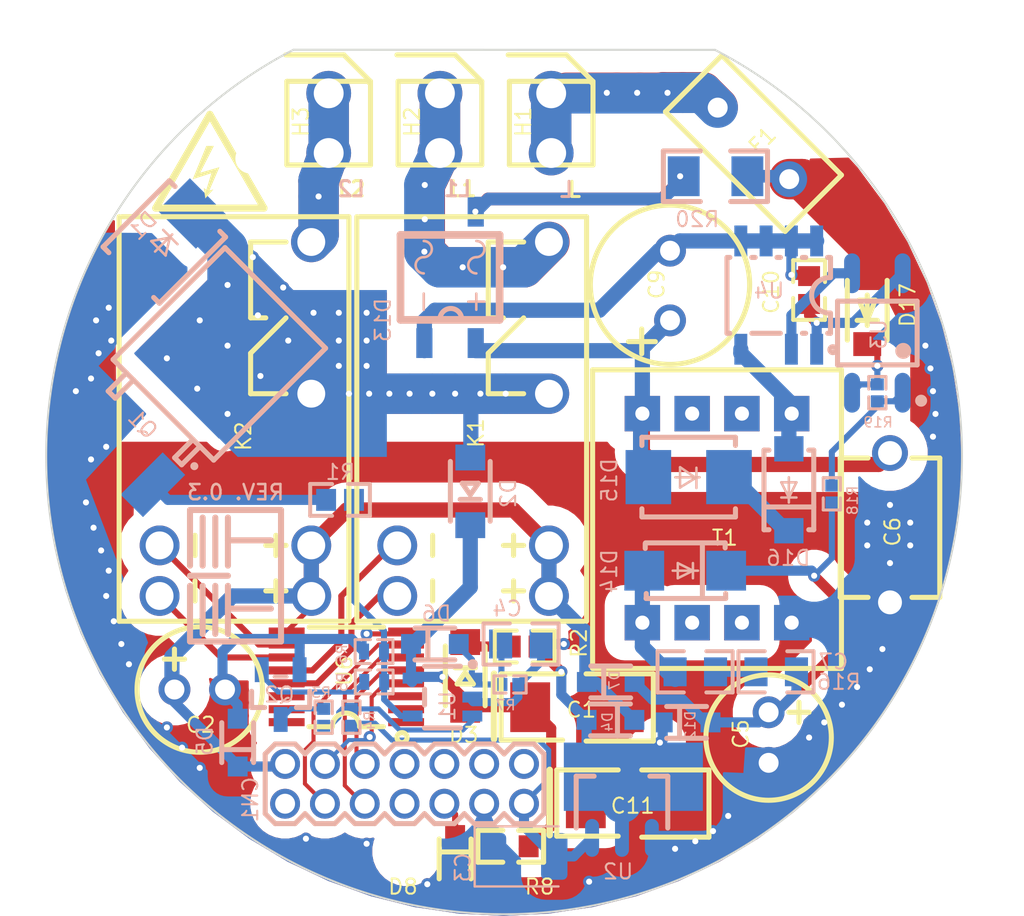
<source format=kicad_pcb>
(kicad_pcb (version 20171130) (host pcbnew 5.1.8-db9833491~88~ubuntu20.04.1)

  (general
    (thickness 1.6)
    (drawings 12)
    (tracks 407)
    (zones 0)
    (modules 56)
    (nets 36)
  )

  (page A4)
  (layers
    (0 F.Cu signal)
    (31 B.Cu signal)
    (32 B.Adhes user)
    (33 F.Adhes user)
    (34 B.Paste user)
    (35 F.Paste user)
    (36 B.SilkS user)
    (37 F.SilkS user)
    (38 B.Mask user)
    (39 F.Mask user)
    (40 Dwgs.User user)
    (41 Cmts.User user hide)
    (42 Eco1.User user)
    (43 Eco2.User user)
    (44 Edge.Cuts user)
    (45 Margin user)
    (46 B.CrtYd user)
    (47 F.CrtYd user)
    (48 B.Fab user hide)
    (49 F.Fab user hide)
  )

  (setup
    (last_trace_width 0.25)
    (trace_clearance 0.2)
    (zone_clearance 1)
    (zone_45_only no)
    (trace_min 0.2)
    (via_size 0.8)
    (via_drill 0.4)
    (via_min_size 0.4)
    (via_min_drill 0.3)
    (uvia_size 0.3)
    (uvia_drill 0.1)
    (uvias_allowed no)
    (uvia_min_size 0.2)
    (uvia_min_drill 0.1)
    (edge_width 0.05)
    (segment_width 0.2)
    (pcb_text_width 0.3)
    (pcb_text_size 1.5 1.5)
    (mod_edge_width 0.12)
    (mod_text_size 1 1)
    (mod_text_width 0.15)
    (pad_size 1.5 1.5)
    (pad_drill 1.5)
    (pad_to_mask_clearance 0.051)
    (solder_mask_min_width 0.25)
    (aux_axis_origin 0 0)
    (visible_elements FFFFFF7F)
    (pcbplotparams
      (layerselection 0x010fc_ffffffff)
      (usegerberextensions true)
      (usegerberattributes false)
      (usegerberadvancedattributes false)
      (creategerberjobfile false)
      (excludeedgelayer true)
      (linewidth 0.100000)
      (plotframeref false)
      (viasonmask false)
      (mode 1)
      (useauxorigin false)
      (hpglpennumber 1)
      (hpglpenspeed 20)
      (hpglpendiameter 15.000000)
      (psnegative false)
      (psa4output false)
      (plotreference true)
      (plotvalue true)
      (plotinvisibletext false)
      (padsonsilk false)
      (subtractmaskfromsilk true)
      (outputformat 1)
      (mirror false)
      (drillshape 0)
      (scaleselection 1)
      (outputdirectory "gerber/"))
  )

  (net 0 "")
  (net 1 +12V)
  (net 2 +3V3)
  (net 3 AC_DC_N)
  (net 4 C9_1)
  (net 5 CH1_RST)
  (net 6 CH1_SET)
  (net 7 CH2_RST)
  (net 8 CH2_SET)
  (net 9 D12_2)
  (net 10 D16_2)
  (net 11 D1_1)
  (net 12 F1_2)
  (net 13 GND)
  (net 14 H3_1)
  (net 15 K1_15)
  (net 16 K1_16)
  (net 17 K2_15)
  (net 18 K2_16)
  (net 19 Q1_1)
  (net 20 Q2_1)
  (net 21 Q2_3)
  (net 22 R2_1)
  (net 23 R2_2)
  (net 24 T1_8)
  (net 25 U1_1)
  (net 26 U1_3)
  (net 27 U1_4)
  (net 28 U1_5)
  (net 29 U3_1)
  (net 30 U3_2)
  (net 31 U3_3)
  (net 32 U3_4)
  (net 33 U4_4)
  (net 34 U4_5)
  (net 35 VSENSE)

  (net_class Default "This is the default net class."
    (clearance 0.2)
    (trace_width 0.25)
    (via_dia 0.8)
    (via_drill 0.4)
    (uvia_dia 0.3)
    (uvia_drill 0.1)
    (add_net +12V)
    (add_net +3V3)
    (add_net AC_DC_N)
    (add_net C9_1)
    (add_net CH1_RST)
    (add_net CH1_SET)
    (add_net CH2_RST)
    (add_net CH2_SET)
    (add_net D12_2)
    (add_net D16_2)
    (add_net D1_1)
    (add_net F1_2)
    (add_net GND)
    (add_net H3_1)
    (add_net K1_15)
    (add_net K1_16)
    (add_net K2_15)
    (add_net K2_16)
    (add_net Q1_1)
    (add_net Q2_1)
    (add_net Q2_3)
    (add_net R2_1)
    (add_net R2_2)
    (add_net T1_8)
    (add_net U1_1)
    (add_net U1_3)
    (add_net U1_4)
    (add_net U1_5)
    (add_net U3_1)
    (add_net U3_2)
    (add_net U3_3)
    (add_net U3_4)
    (add_net U4_4)
    (add_net U4_5)
    (add_net VSENSE)
  )

  (module Capacitor_Tantalum_SMD:CP_EIA-3528-21_Kemet-B (layer B.Cu) (tedit 5EBA9318) (tstamp 0)
    (at 115.8375 78.486)
    (descr "Tantalum Capacitor SMD Kemet-B (3528-21 Metric), IPC_7351 nominal, (Body size from: http://www.kemet.com/Lists/ProductCatalog/Attachments/253/KEM_TC101_STD.pdf), generated with kicad-footprint-generator")
    (tags "capacitor tantalum")
    (attr smd)
    (fp_text reference C3 (at -3.048 -0.254 90) (layer B.SilkS)
      (effects (font (size 0.762 0.762) (thickness 0.102)) (justify left mirror))
    )
    (fp_text value 22uF (at -1.535 2.321 180) (layer F.Fab) hide
      (effects (font (size 1.143 1.143) (thickness 0.152)) (justify left))
    )
    (fp_text user gge1067 (at 0 0) (layer Cmts.User)
      (effects (font (size 1 1) (thickness 0.15)))
    )
    (fp_text user %R (at 0 0) (layer B.Fab)
      (effects (font (size 0.88 0.88) (thickness 0.13)) (justify mirror))
    )
    (fp_line (start 1.75 1.4) (end -1.05 1.4) (layer B.Fab) (width 0.1))
    (fp_line (start -1.05 1.4) (end -1.75 0.7) (layer B.Fab) (width 0.1))
    (fp_line (start -1.75 0.7) (end -1.75 -1.4) (layer B.Fab) (width 0.1))
    (fp_line (start -1.75 -1.4) (end 1.75 -1.4) (layer B.Fab) (width 0.1))
    (fp_line (start 1.75 -1.4) (end 1.75 1.4) (layer B.Fab) (width 0.1))
    (fp_line (start 1.75 1.51) (end -2.46 1.51) (layer B.SilkS) (width 0.12))
    (fp_line (start -2.46 1.51) (end -2.46 -1.51) (layer B.SilkS) (width 0.12))
    (fp_line (start -2.46 -1.51) (end 1.75 -1.51) (layer B.SilkS) (width 0.12))
    (fp_line (start -2.45 -1.65) (end -2.45 1.65) (layer B.CrtYd) (width 0.05))
    (fp_line (start -2.45 1.65) (end 2.45 1.65) (layer B.CrtYd) (width 0.05))
    (fp_line (start 2.45 1.65) (end 2.45 -1.65) (layer B.CrtYd) (width 0.05))
    (fp_line (start 2.45 -1.65) (end -2.45 -1.65) (layer B.CrtYd) (width 0.05))
    (pad 2 smd roundrect (at 1.5375 0) (size 1.325 2.35) (layers B.Cu B.Paste B.Mask) (roundrect_rratio 0.188679)
      (net 2 +3V3))
    (pad 1 smd roundrect (at -1.5375 0) (size 1.325 2.35) (layers B.Cu B.Paste B.Mask) (roundrect_rratio 0.188679)
      (net 13 GND))
    (model ${KISYS3DMOD}/Capacitor_Tantalum_SMD.3dshapes/CP_EIA-3528-21_Kemet-B.wrl
      (at (xyz 0 0 0))
      (scale (xyz 1 1 1))
      (rotate (xyz 0 0 180))
    )
  )

  (module MountingHole:MountingHole_2mm locked (layer F.Cu) (tedit 5E429383) (tstamp 5E3B09EF)
    (at 102.108 43.434)
    (descr "Mounting Hole 2mm, no annular")
    (tags "mounting hole 2mm no annular")
    (fp_text reference REF** (at 0 -3.2) (layer F.SilkS) hide
      (effects (font (size 1 1) (thickness 0.15)))
    )
    (fp_text value MountingHole_2mm (at 0 3.1) (layer F.Fab) hide
      (effects (font (size 1 1) (thickness 0.15)))
    )
    (fp_circle (center 0 0) (end 2.25 0) (layer F.CrtYd) (width 0.05))
    (fp_circle (center 0 0) (end 2 0) (layer Cmts.User) (width 0.15))
    (fp_text user %R (at 0.3 0) (layer F.Fab) hide
      (effects (font (size 1 1) (thickness 0.15)))
    )
    (pad "" np_thru_hole circle (at 0 0) (size 1.5 1.5) (drill 1.5) (layers *.Cu *.Mask))
  )

  (module MountingHole:MountingHole_2mm locked (layer F.Cu) (tedit 5E4293EC) (tstamp 5E3B09EF)
    (at 109.982 78.232)
    (descr "Mounting Hole 2mm, no annular")
    (tags "mounting hole 2mm no annular")
    (fp_text reference REF** (at 0 -3.2) (layer F.SilkS) hide
      (effects (font (size 1 1) (thickness 0.15)))
    )
    (fp_text value MountingHole_2mm (at 0 3.1) (layer F.Fab) hide
      (effects (font (size 1 1) (thickness 0.15)))
    )
    (fp_circle (center 0 0) (end 2.25 0) (layer F.CrtYd) (width 0.05))
    (fp_circle (center 0 0) (end 2 0) (layer Cmts.User) (width 0.15))
    (fp_text user %R (at 0.3 0) (layer F.Fab) hide
      (effects (font (size 1 1) (thickness 0.15)))
    )
    (pad "" np_thru_hole circle (at 0 0) (size 1.5 1.5) (drill 1.5) (layers *.Cu *.Mask))
  )

  (module MountingHole:MountingHole_2mm locked (layer F.Cu) (tedit 5E42937B) (tstamp 5E3B0999)
    (at 120.65 43.434)
    (descr "Mounting Hole 2mm, no annular")
    (tags "mounting hole 2mm no annular")
    (fp_text reference REF** (at 0 -3.2) (layer F.SilkS) hide
      (effects (font (size 1 1) (thickness 0.15)))
    )
    (fp_text value MountingHole_2mm (at 0 3.1) (layer F.Fab) hide
      (effects (font (size 1 1) (thickness 0.15)))
    )
    (fp_circle (center 0 0) (end 2 0) (layer Cmts.User) (width 0.15))
    (fp_circle (center 0 0) (end 2.25 0) (layer F.CrtYd) (width 0.05))
    (fp_text user %R (at 0.3 0) (layer F.Fab) hide
      (effects (font (size 1 1) (thickness 0.15)))
    )
    (pad "" np_thru_hole circle (at 0 0) (size 1.5 1.5) (drill 1.5) (layers *.Cu *.Mask))
  )

  (module easyeda:SMB_L4.6-W3.6-LS5.3-RD (layer F.Cu) (tedit 0) (tstamp 0)
    (at 124.127 59.435)
    (attr smd)
    (fp_text reference D15 (at -3.985 -1.015 90) (layer B.SilkS)
      (effects (font (size 0.762 0.762) (thickness 0.102)) (justify left mirror))
    )
    (fp_text value SMBJ130A (at 3.377 -2.778) (layer B.Fab) hide
      (effects (font (size 1.143 1.143) (thickness 0.152)) (justify left mirror))
    )
    (fp_line (start -2.35 1.591) (end -2.35 2) (layer B.SilkS) (width 0.254))
    (fp_line (start -2.35 -2) (end -2.35 -1.591) (layer B.SilkS) (width 0.254))
    (fp_line (start 2.35 1.591) (end 2.35 2) (layer B.SilkS) (width 0.254))
    (fp_line (start 2.35 -2) (end 2.35 -1.591) (layer B.SilkS) (width 0.254))
    (fp_line (start 2.35 2) (end -2.35 2) (layer B.SilkS) (width 0.254))
    (fp_line (start 0.35 0.04) (end -0.433 0.52) (layer B.SilkS) (width 0.127))
    (fp_line (start 0.548 0.01) (end -0.671 0.01) (layer B.SilkS) (width 0.127))
    (fp_line (start 0.389 -0.47) (end 0.389 0.546) (layer B.SilkS) (width 0.127))
    (fp_line (start -0.433 0.53) (end -0.433 -0.486) (layer B.SilkS) (width 0.127))
    (fp_line (start -0.433 -0.5) (end 0.35 0.04) (layer B.SilkS) (width 0.127))
    (fp_line (start 2.35 -2) (end -2.35 -2) (layer B.SilkS) (width 0.254))
    (fp_text user gge1131 (at 0 0) (layer Cmts.User)
      (effects (font (size 1 1) (thickness 0.15)))
    )
    (pad 1 smd rect (at 2.025 0) (size 2.29 2.72) (layers B.Cu B.Paste B.Mask)
      (net 10 D16_2))
    (pad 2 smd rect (at -2.025 0) (size 2.29 2.72) (layers B.Cu B.Paste B.Mask)
      (net 4 C9_1))
    (model ${KISYS3DMOD}/Diode_SMD.3dshapes/D_SMB.step
      (offset (xyz 0 0 -1.75))
      (scale (xyz 1 1 1))
      (rotate (xyz 180 0 180))
    )
  )

  (module easyeda:CAP-SMD_L6.0-W3.2 (layer F.Cu) (tedit 0) (tstamp 0)
    (at 121.412 75.819)
    (attr smd)
    (fp_text reference C11 (at -1.27 0.127) (layer F.SilkS)
      (effects (font (size 0.762 0.762) (thickness 0.102)) (justify left))
    )
    (fp_text value 22uF (at 3.721 -2.855) (layer F.Fab) hide
      (effects (font (size 1.143 1.143) (thickness 0.152)) (justify left))
    )
    (fp_line (start 3.734 1.702) (end 0.356 1.702) (layer F.SilkS) (width 0.254))
    (fp_line (start 3.734 -1.676) (end 3.734 1.702) (layer F.SilkS) (width 0.254))
    (fp_line (start 0.356 -1.676) (end 3.734 -1.676) (layer F.SilkS) (width 0.254))
    (fp_line (start -4.267 -1.676) (end -4.267 1.6) (layer F.SilkS) (width 0.33))
    (fp_line (start -3.912 -1.676) (end -0.825 -1.676) (layer F.SilkS) (width 0.254))
    (fp_line (start -3.912 1.651) (end -3.912 -1.676) (layer F.SilkS) (width 0.254))
    (fp_line (start -0.825 1.651) (end -3.912 1.651) (layer F.SilkS) (width 0.254))
    (fp_text user gge1157 (at 0 0) (layer Cmts.User)
      (effects (font (size 1 1) (thickness 0.15)))
    )
    (pad 2 smd rect (at 2.248 0) (size 2 2.5) (layers F.Cu F.Paste F.Mask)
      (net 13 GND))
    (pad 1 smd rect (at -2.452 0) (size 2 2.5) (layers F.Cu F.Paste F.Mask)
      (net 23 R2_2))
    (model ${KISYS3DMOD}/Capacitor_Tantalum_SMD.3dshapes/CP_EIA-6032-20_AVX-F.step
      (at (xyz 0 0 0))
      (scale (xyz 1 1 1))
      (rotate (xyz 0 0 0))
    )
  )

  (module easyeda:EE10A-1 (layer F.Cu) (tedit 0) (tstamp 0)
    (at 122.301 63.246)
    (fp_text reference T1 (at 2.921 -0.762) (layer F.SilkS)
      (effects (font (size 0.762 0.762) (thickness 0.102)) (justify left))
    )
    (fp_text value EE10A-1 (at 3.048 -10.378) (layer F.Fab) hide
      (effects (font (size 1.143 1.143) (thickness 0.152)) (justify left))
    )
    (fp_line (start 8.5 4.8) (end -2 4.8) (layer Cmts.User) (width 0.254))
    (fp_line (start -2 4.8) (end -2 -8.2) (layer Cmts.User) (width 0.254))
    (fp_line (start -2 -8.2) (end 8.5 -8.2) (layer Cmts.User) (width 0.254))
    (fp_line (start 8.5 -8.2) (end 8.5 4.8) (layer Cmts.User) (width 0.254))
    (fp_line (start -3 5.8) (end -3 -9.2) (layer F.SilkS) (width 0.254))
    (fp_line (start 9.5 5.8) (end -3 5.8) (layer F.SilkS) (width 0.254))
    (fp_line (start 9.5 -9.2) (end 9.5 5.8) (layer F.SilkS) (width 0.254))
    (fp_line (start -3 -9.2) (end 9.5 -9.2) (layer F.SilkS) (width 0.254))
    (fp_text user gge582 (at 0 0) (layer Cmts.User)
      (effects (font (size 1 1) (thickness 0.15)))
    )
    (pad 5 thru_hole rect (at 7 3.5) (size 1.778 1.778) (drill 0.711) (layers *.Cu *.Paste *.Mask)
      (net 13 GND))
    (pad "" thru_hole rect (at 4.5 3.5) (size 1.778 1.778) (drill 0.711) (layers *.Cu *.Paste *.Mask))
    (pad "" thru_hole rect (at 2 3.5) (size 1.778 1.778) (drill 0.711) (layers *.Cu *.Paste *.Mask))
    (pad 8 thru_hole rect (at -0.5 3.5) (size 1.778 1.778) (drill 0.711) (layers *.Cu *.Paste *.Mask)
      (net 24 T1_8))
    (pad 1 thru_hole rect (at -0.5 -7) (size 1.778 1.778) (drill 0.711) (layers *.Cu *.Paste *.Mask)
      (net 4 C9_1))
    (pad 2 thru_hole rect (at 2 -7) (size 1.778 1.778) (drill 0.711) (layers *.Cu *.Paste *.Mask))
    (pad 3 thru_hole rect (at 4.5 -7) (size 1.778 1.778) (drill 0.711) (layers *.Cu *.Paste *.Mask))
    (pad 4 thru_hole rect (at 7 -7) (size 1.778 1.778) (drill 0.711) (layers *.Cu *.Paste *.Mask)
      (net 33 U4_4))
    (model ${KIPRJMOD}/models/EE-A1.step
      (offset (xyz -2 8 0))
      (scale (xyz 1 1 1))
      (rotate (xyz -90 0 90))
    )
  )

  (module easyeda:FUSE-TH_L8.5-W4.0-P5.08-D0.6 (layer F.Cu) (tedit 0) (tstamp 0)
    (at 127.381 42.672 135)
    (fp_text reference F1 (at -0.213 -0.337 45) (layer F.SilkS)
      (effects (font (size 0.762 0.762) (thickness 0.102)) (justify left))
    )
    (fp_text value SMT1500A (at 0 -3.179 135) (layer F.Fab) hide
      (effects (font (size 1.143 1.143) (thickness 0.152)) (justify left))
    )
    (fp_line (start -4.25 2) (end -4.25 -2) (layer F.SilkS) (width 0.254))
    (fp_line (start 4.25 2) (end -4.25 2) (layer F.SilkS) (width 0.254))
    (fp_line (start 4.25 -2) (end 4.25 2) (layer F.SilkS) (width 0.254))
    (fp_line (start -4.25 -2) (end 4.25 -2) (layer F.SilkS) (width 0.254))
    (fp_text user gge603 (at 0 0) (layer Cmts.User)
      (effects (font (size 1 1) (thickness 0.15)))
    )
    (pad 1 thru_hole circle (at -2.54 0 135) (size 1.8 1.8) (drill 1) (layers *.Cu *.Paste *.Mask)
      (net 13 GND))
    (pad 2 thru_hole circle (at 2.54 0 135) (size 1.8 1.8) (drill 1) (layers *.Cu *.Paste *.Mask)
      (net 12 F1_2))
    (model ${KISYS3DMOD}/Capacitor_THT.3dshapes/C_Rect_L7.2mm_W3.5mm_P5.00mm_FKS2_FKP2_MKS2_MKP2.step
      (offset (xyz -2.5 0 0))
      (scale (xyz 1 1 1))
      (rotate (xyz 0 0 0))
    )
  )

  (module easyeda:360273 (layer F.Cu) (tedit 0) (tstamp 0)
    (at 111.633 41.656)
    (fp_text reference H2 (at -1.397 0.762 90) (layer F.SilkS)
      (effects (font (size 0.762 0.762) (thickness 0.102)) (justify left))
    )
    (fp_text value L1 (at 3.81 -3.95) (layer F.Fab) hide
      (effects (font (size 1.143 1.143) (thickness 0.152)) (justify left))
    )
    (fp_line (start 0.762 -3.429) (end -2.159 -3.429) (layer F.SilkS) (width 0.254))
    (fp_line (start 2.032 -2.159) (end 0.762 -3.429) (layer F.SilkS) (width 0.254))
    (fp_line (start 2.032 -2.032) (end 2.032 -2.159) (layer F.SilkS) (width 0.254))
    (fp_line (start -2.1 2.1) (end -2.1 -2.1) (layer F.SilkS) (width 0.254))
    (fp_line (start 2.1 2.1) (end -2.1 2.1) (layer F.SilkS) (width 0.254))
    (fp_line (start 2.1 -2.1) (end 2.1 2.1) (layer F.SilkS) (width 0.254))
    (fp_line (start -2.1 -2.1) (end 2.1 -2.1) (layer F.SilkS) (width 0.254))
    (fp_text user gge614 (at 0 0) (layer Cmts.User)
      (effects (font (size 1 1) (thickness 0.15)))
    )
    (pad 1 thru_hole circle (at 0 -1.5) (size 2.25 2.25) (drill 1.5) (layers *.Cu *.Paste *.Mask)
      (net 3 AC_DC_N))
    (pad 2 thru_hole circle (at 0 1.5) (size 2.25 2.25) (drill 1.5) (layers *.Cu *.Paste *.Mask)
      (net 3 AC_DC_N))
    (model ${KIPRJMOD}/models/metz_conn.step
      (offset (xyz 0 0 6))
      (scale (xyz 1 1 1))
      (rotate (xyz 0 180 90))
    )
  )

  (module easyeda:360273 (layer F.Cu) (tedit 0) (tstamp 0)
    (at 117.221 41.656)
    (fp_text reference H1 (at -1.397 0.762 90) (layer F.SilkS)
      (effects (font (size 0.762 0.762) (thickness 0.102)) (justify left))
    )
    (fp_text value L (at -0.254 -4.608) (layer F.Fab) hide
      (effects (font (size 1.143 1.143) (thickness 0.152)) (justify left))
    )
    (fp_line (start 0.762 -3.429) (end -2.159 -3.429) (layer F.SilkS) (width 0.254))
    (fp_line (start 2.032 -2.159) (end 0.762 -3.429) (layer F.SilkS) (width 0.254))
    (fp_line (start 2.032 -2.032) (end 2.032 -2.159) (layer F.SilkS) (width 0.254))
    (fp_line (start -2.1 2.1) (end -2.1 -2.1) (layer F.SilkS) (width 0.254))
    (fp_line (start 2.1 2.1) (end -2.1 2.1) (layer F.SilkS) (width 0.254))
    (fp_line (start 2.1 -2.1) (end 2.1 2.1) (layer F.SilkS) (width 0.254))
    (fp_line (start -2.1 -2.1) (end 2.1 -2.1) (layer F.SilkS) (width 0.254))
    (fp_text user gge623 (at 0 0) (layer Cmts.User)
      (effects (font (size 1 1) (thickness 0.15)))
    )
    (pad 1 thru_hole circle (at 0 -1.5) (size 2.25 2.25) (drill 1.5) (layers *.Cu *.Paste *.Mask)
      (net 12 F1_2))
    (pad 2 thru_hole circle (at 0 1.5) (size 2.25 2.25) (drill 1.5) (layers *.Cu *.Paste *.Mask)
      (net 12 F1_2))
    (model ${KIPRJMOD}/models/metz_conn.step
      (offset (xyz 0 0 6))
      (scale (xyz 1 1 1))
      (rotate (xyz 0 180 90))
    )
  )

  (module easyeda:CAP-TH_BD6.3-P2.50-D1.0-FD (layer F.Cu) (tedit 0) (tstamp 0)
    (at 128.143 72.517 270)
    (fp_text reference C5 (at 0.635 1.397 90) (layer F.SilkS)
      (effects (font (size 0.762 0.762) (thickness 0.102)) (justify left))
    )
    (fp_text value 330uF (at -1.506 -4.327 270) (layer F.Fab) hide
      (effects (font (size 1.143 1.143) (thickness 0.152)) (justify left))
    )
    (fp_line (start -1.778 -1.524) (end -0.762 -1.524) (layer F.SilkS) (width 0.254))
    (fp_line (start -1.27 -2.032) (end -1.27 -1.016) (layer F.SilkS) (width 0.254))
    (fp_circle (center 0 0) (end 3.15 0) (layer F.SilkS) (width 0.254))
    (fp_text user gge632 (at 0 0) (layer Cmts.User)
      (effects (font (size 1 1) (thickness 0.15)))
    )
    (pad 1 thru_hole circle (at -1.27 0 270) (size 1.6 1.6) (drill 1) (layers *.Cu *.Paste *.Mask)
      (net 9 D12_2))
    (pad 2 thru_hole circle (at 1.27 0 270) (size 1.6 1.6) (drill 1) (layers *.Cu *.Paste *.Mask)
      (net 13 GND))
    (model ${KISYS3DMOD}/Capacitor_THT.3dshapes/CP_Radial_D6.3mm_P2.50mm.step
      (offset (xyz -1.25 0 0))
      (scale (xyz 1 1 1))
      (rotate (xyz 0 0 0))
    )
  )

  (module easyeda:CAP-TH_BD6.3-P2.50-D1.0-FD (layer F.Cu) (tedit 0) (tstamp 0)
    (at 99.568 70.104)
    (fp_text reference C2 (at -0.762 1.778) (layer F.SilkS)
      (effects (font (size 0.762 0.762) (thickness 0.102)) (justify left))
    )
    (fp_text value 330uF (at 0 -4.328) (layer F.Fab) hide
      (effects (font (size 1.143 1.143) (thickness 0.152)) (justify left))
    )
    (fp_line (start -1.778 -1.524) (end -0.762 -1.524) (layer F.SilkS) (width 0.254))
    (fp_line (start -1.27 -2.032) (end -1.27 -1.016) (layer F.SilkS) (width 0.254))
    (fp_circle (center 0 0) (end 3.15 0) (layer F.SilkS) (width 0.254))
    (fp_text user gge643 (at 0 0) (layer Cmts.User)
      (effects (font (size 1 1) (thickness 0.15)))
    )
    (pad 1 thru_hole circle (at -1.27 0) (size 1.6 1.6) (drill 1) (layers *.Cu *.Paste *.Mask)
      (net 1 +12V))
    (pad 2 thru_hole circle (at 1.27 0) (size 1.6 1.6) (drill 1) (layers *.Cu *.Paste *.Mask)
      (net 13 GND))
    (model ${KISYS3DMOD}/Capacitor_THT.3dshapes/CP_Radial_D6.3mm_P2.50mm.step
      (offset (xyz -1.25 0 0))
      (scale (xyz 1 1 1))
      (rotate (xyz 0 0 0))
    )
  )

  (module easyeda:360273 (layer F.Cu) (tedit 0) (tstamp 0)
    (at 106.045 41.656)
    (fp_text reference H3 (at -1.397 0.762 90) (layer F.SilkS)
      (effects (font (size 0.762 0.762) (thickness 0.102)) (justify left))
    )
    (fp_text value L2 (at -0.254 -4.61) (layer F.Fab) hide
      (effects (font (size 1.143 1.143) (thickness 0.152)) (justify left))
    )
    (fp_line (start 0.762 -3.429) (end -2.159 -3.429) (layer F.SilkS) (width 0.254))
    (fp_line (start 2.032 -2.159) (end 0.762 -3.429) (layer F.SilkS) (width 0.254))
    (fp_line (start 2.032 -2.032) (end 2.032 -2.159) (layer F.SilkS) (width 0.254))
    (fp_line (start -2.1 2.1) (end -2.1 -2.1) (layer F.SilkS) (width 0.254))
    (fp_line (start 2.1 2.1) (end -2.1 2.1) (layer F.SilkS) (width 0.254))
    (fp_line (start 2.1 -2.1) (end 2.1 2.1) (layer F.SilkS) (width 0.254))
    (fp_line (start -2.1 -2.1) (end 2.1 -2.1) (layer F.SilkS) (width 0.254))
    (fp_text user gge654 (at 0 0) (layer Cmts.User)
      (effects (font (size 1 1) (thickness 0.15)))
    )
    (pad 1 thru_hole circle (at 0 -1.5) (size 2.25 2.25) (drill 1.5) (layers *.Cu *.Paste *.Mask)
      (net 14 H3_1))
    (pad 2 thru_hole circle (at 0 1.5) (size 2.25 2.25) (drill 1.5) (layers *.Cu *.Paste *.Mask)
      (net 14 H3_1))
    (model ${KIPRJMOD}/models/metz_conn.step
      (offset (xyz 0 0 6))
      (scale (xyz 1 1 1))
      (rotate (xyz 0 180 90))
    )
  )

  (module easyeda:CAP-TH_BD8.0-P3.50-D1.0-FD (layer F.Cu) (tedit 0) (tstamp 0)
    (at 123.19 49.812 90)
    (fp_text reference C9 (at -0.753 -0.671 90) (layer F.SilkS)
      (effects (font (size 0.762 0.762) (thickness 0.102)) (justify left))
    )
    (fp_text value 4.7uF (at -1.774 -5.179 90) (layer F.Fab) hide
      (effects (font (size 1.143 1.143) (thickness 0.152)) (justify left))
    )
    (fp_line (start -2.182 -1.422) (end -3.426 -1.422) (layer F.SilkS) (width 0.254))
    (fp_line (start -2.817 -0.737) (end -2.817 -2.083) (layer F.SilkS) (width 0.254))
    (fp_arc (start 0.038 -0.001) (end 0.074 -4.001) (angle 358.981) (layer F.SilkS) (width 0.254))
    (fp_text user gge663 (at 0 0) (layer Cmts.User)
      (effects (font (size 1 1) (thickness 0.15)))
    )
    (pad 2 thru_hole circle (at 1.75 0 180) (size 1.6 1.6) (drill 1) (layers *.Cu *.Paste *.Mask)
      (net 34 U4_5))
    (pad 1 thru_hole circle (at -1.75 0 180) (size 1.6 1.6) (drill 1) (layers *.Cu *.Paste *.Mask)
      (net 4 C9_1))
    (model ${KISYS3DMOD}/Capacitor_THT.3dshapes/C_Radial_D8.0mm_H11.5mm_P3.50mm.step
      (offset (xyz -1.75 0 0))
      (scale (xyz 1 1 1))
      (rotate (xyz 0 0 0))
    )
  )

  (module easyeda:CAP-TH_L7.0-W5.0-P7.50-D1.2 (layer F.Cu) (tedit 0) (tstamp 0)
    (at 134.239 61.976 90)
    (fp_text reference C6 (at -1.016 0.127 90) (layer F.SilkS)
      (effects (font (size 0.762 0.762) (thickness 0.102)) (justify left))
    )
    (fp_text value 1nF (at -4.737 -5.179 90) (layer F.Fab) hide
      (effects (font (size 1.143 1.143) (thickness 0.152)) (justify left))
    )
    (fp_line (start -3.5 1.103) (end -3.5 2.5) (layer F.SilkS) (width 0.254))
    (fp_line (start -3.5 -2.5) (end -3.5 -1.103) (layer F.SilkS) (width 0.254))
    (fp_line (start 3.5 1.103) (end 3.5 2.5) (layer F.SilkS) (width 0.254))
    (fp_line (start 3.5 -2.5) (end 3.5 -1.103) (layer F.SilkS) (width 0.254))
    (fp_line (start 3.5 2.5) (end -3.5 2.5) (layer F.SilkS) (width 0.254))
    (fp_line (start -3.5 -2.5) (end 3.5 -2.5) (layer F.SilkS) (width 0.254))
    (fp_text user gge674 (at 0 0) (layer Cmts.User)
      (effects (font (size 1 1) (thickness 0.15)))
    )
    (pad 1 thru_hole circle (at -3.75 0 90) (size 1.8 1.8) (drill 1.2) (layers *.Cu *.Paste *.Mask)
      (net 13 GND))
    (pad 2 thru_hole circle (at 3.75 0 90) (size 1.8 1.8) (drill 1.2) (layers *.Cu *.Paste *.Mask)
      (net 4 C9_1))
    (model ${KISYS3DMOD}/Capacitor_THT.3dshapes/C_Disc_D10.5mm_W5.0mm_P7.50mm.step
      (offset (xyz -4 0 -0))
      (scale (xyz 1 1 1))
      (rotate (xyz 0 0 0))
    )
  )

  (module easyeda:SOD-123FL_L2.7-W1.8-LS3.8-RD (layer F.Cu) (tedit 0) (tstamp 0)
    (at 112.903 69.42 270)
    (attr smd)
    (fp_text reference D3 (at 2.97 0.889) (layer F.SilkS)
      (effects (font (size 0.762 0.762) (thickness 0.102)) (justify left))
    )
    (fp_text value 1N4007W (at -0.447 -2.579 270) (layer F.Fab) hide
      (effects (font (size 1.143 1.143) (thickness 0.152)) (justify left))
    )
    (fp_line (start -0.406 -0.508) (end -0.406 0.508) (layer F.SilkS) (width 0.254))
    (fp_line (start 1.5 1) (end -1.5 1) (layer F.SilkS) (width 0.254))
    (fp_line (start -1.5 -1) (end 1.5 -1) (layer F.SilkS) (width 0.254))
    (fp_line (start 0.406 0.406) (end -0.178 0) (layer F.SilkS) (width 0.254))
    (fp_line (start 0.406 -0.406) (end 0.406 0.406) (layer F.SilkS) (width 0.254))
    (fp_line (start -0.178 0) (end 0.406 -0.406) (layer F.SilkS) (width 0.254))
    (fp_text user gge687 (at 0 0) (layer Cmts.User)
      (effects (font (size 1 1) (thickness 0.15)))
    )
    (pad 2 smd rect (at 1.7 0 270) (size 1.3 1.5) (layers F.Cu F.Paste F.Mask)
      (net 28 U1_5))
    (pad 1 smd rect (at -1.7 0 270) (size 1.3 1.5) (layers F.Cu F.Paste F.Mask)
      (net 22 R2_1))
    (model ${KISYS3DMOD}/Diode_SMD.3dshapes/D_SOD-123.step
      (at (xyz 0 0 0))
      (scale (xyz 1 1 1))
      (rotate (xyz 0 0 0))
    )
  )

  (module easyeda:CAP-SMD_L6.0-W3.2 (layer F.Cu) (tedit 0) (tstamp 5E3B20D8)
    (at 118.618 70.993)
    (attr smd)
    (fp_text reference C1 (at -0.693 0.127) (layer F.SilkS)
      (effects (font (size 0.762 0.762) (thickness 0.102)) (justify left))
    )
    (fp_text value 22uF (at -1.118 -2.855) (layer F.Fab) hide
      (effects (font (size 1.143 1.143) (thickness 0.152)) (justify left))
    )
    (fp_line (start 3.734 1.702) (end 0.356 1.702) (layer F.SilkS) (width 0.254))
    (fp_line (start 3.734 -1.676) (end 3.734 1.702) (layer F.SilkS) (width 0.254))
    (fp_line (start 0.356 -1.676) (end 3.734 -1.676) (layer F.SilkS) (width 0.254))
    (fp_line (start -4.267 -1.676) (end -4.267 1.6) (layer F.SilkS) (width 0.33))
    (fp_line (start -3.912 -1.676) (end -0.826 -1.676) (layer F.SilkS) (width 0.254))
    (fp_line (start -3.912 1.651) (end -3.912 -1.676) (layer F.SilkS) (width 0.254))
    (fp_line (start -0.826 1.651) (end -3.912 1.651) (layer F.SilkS) (width 0.254))
    (fp_text user gge700 (at 0 0) (layer Cmts.User)
      (effects (font (size 1 1) (thickness 0.15)))
    )
    (pad 2 smd rect (at 2.248 0) (size 2 2.5) (layers F.Cu F.Paste F.Mask)
      (net 13 GND))
    (pad 1 smd rect (at -2.452 0) (size 2 2.5) (layers F.Cu F.Paste F.Mask)
      (net 28 U1_5))
    (model ${KISYS3DMOD}/Capacitor_Tantalum_SMD.3dshapes/CP_EIA-6032-20_AVX-F.step
      (at (xyz 0 0 0))
      (scale (xyz 1 1 1))
      (rotate (xyz 0 0 0))
    )
  )

  (module easyeda:SOD-323_L1.8-W1.3-LS2.5-RD (layer F.Cu) (tedit 0) (tstamp 0)
    (at 112.395 78.613 270)
    (attr smd)
    (fp_text reference D8 (at 1.397 3.429) (layer F.SilkS)
      (effects (font (size 0.762 0.762) (thickness 0.102)) (justify left))
    )
    (fp_text value BZT52C3V3S (at -0.084 -1.979 270) (layer F.Fab) hide
      (effects (font (size 1.143 1.143) (thickness 0.152)) (justify left))
    )
    (fp_line (start -0.351 -0.8) (end -0.351 0.8) (layer F.SilkS) (width 0.254))
    (fp_line (start -1 0.8) (end 1 0.8) (layer F.SilkS) (width 0.254))
    (fp_line (start -1 -0.8) (end 1 -0.8) (layer F.SilkS) (width 0.254))
    (fp_text user gge710 (at 0 0) (layer Cmts.User)
      (effects (font (size 1 1) (thickness 0.15)))
    )
    (pad 2 smd rect (at 1.2 0 90) (size 1 1) (layers F.Cu F.Paste F.Mask)
      (net 13 GND))
    (pad 1 smd rect (at -1.2 0 90) (size 1 1) (layers F.Cu F.Paste F.Mask)
      (net 35 VSENSE))
    (model ${KISYS3DMOD}/Diode_SMD.3dshapes/D_SOD-123.step
      (at (xyz 0 0 0))
      (scale (xyz 1 1 1))
      (rotate (xyz 0 0 0))
    )
  )

  (module easyeda:R0603 (layer F.Cu) (tedit 0) (tstamp 0)
    (at 115.189 77.978)
    (attr smd)
    (fp_text reference R8 (at 0.635 2.032) (layer F.SilkS)
      (effects (font (size 0.762 0.762) (thickness 0.102)) (justify left))
    )
    (fp_text value 1K (at -0.149 -1.979) (layer F.Fab) hide
      (effects (font (size 1.143 1.143) (thickness 0.152)) (justify left))
    )
    (fp_line (start 1.65 -0.8) (end 1.65 0.8) (layer F.SilkS) (width 0.254))
    (fp_line (start -0.4 -0.8) (end -1.65 -0.8) (layer F.SilkS) (width 0.254))
    (fp_line (start -0.4 0.8) (end -1.65 0.8) (layer F.SilkS) (width 0.254))
    (fp_line (start 0.4 -0.8) (end 1.65 -0.8) (layer F.SilkS) (width 0.254))
    (fp_line (start 0.4 0.8) (end 1.65 0.8) (layer F.SilkS) (width 0.254))
    (fp_line (start -1.65 -0.8) (end -1.65 0.8) (layer F.SilkS) (width 0.254))
    (fp_text user gge720 (at 0 0) (layer Cmts.User)
      (effects (font (size 1 1) (thickness 0.15)))
    )
    (pad 2 smd rect (at 0.9 0) (size 1 1.1) (layers F.Cu F.Paste F.Mask)
      (net 28 U1_5))
    (pad 1 smd rect (at -0.9 0) (size 1 1.1) (layers F.Cu F.Paste F.Mask)
      (net 35 VSENSE))
    (model ${KISYS3DMOD}/Resistor_SMD.3dshapes/R_0603_1608Metric.step
      (at (xyz 0 0 0))
      (scale (xyz 1 1 1))
      (rotate (xyz 0 0 0))
    )
  )

  (module easyeda:RELAY-TH_HFE60-12-1HST-L2 (layer F.Cu) (tedit 0) (tstamp 0)
    (at 101.219 56.515 90)
    (fp_text reference K2 (at -1.678 0.543 90) (layer F.SilkS)
      (effects (font (size 0.762 0.762) (thickness 0.102)) (justify left))
    )
    (fp_text value HFE60-12-1HT-L2 (at -15.89 1.523 90) (layer F.Fab) hide
      (effects (font (size 1.143 1.143) (thickness 0.152)) (justify left))
    )
    (fp_line (start 5.08 0.904) (end 5.08 1.666) (layer F.SilkS) (width 0.254))
    (fp_line (start 8.89 0.904) (end 5.08 0.904) (layer F.SilkS) (width 0.254))
    (fp_line (start 8.89 1.158) (end 8.89 0.904) (layer F.SilkS) (width 0.254))
    (fp_line (start 8.89 2.682) (end 8.89 1.158) (layer F.SilkS) (width 0.254))
    (fp_line (start 3.302 0.904) (end 5.08 2.682) (layer F.SilkS) (width 0.254))
    (fp_line (start 1.27 0.904) (end 3.302 0.904) (layer F.SilkS) (width 0.254))
    (fp_line (start 1.27 2.682) (end 1.27 0.904) (layer F.SilkS) (width 0.254))
    (fp_line (start -6.858 -1.89) (end -5.842 -1.89) (layer F.SilkS) (width 0.254))
    (fp_line (start -9.144 -1.89) (end -8.128 -1.89) (layer F.SilkS) (width 0.254))
    (fp_line (start -6.35 1.666) (end -6.35 2.682) (layer F.SilkS) (width 0.254))
    (fp_line (start -6.858 2.174) (end -5.842 2.174) (layer F.SilkS) (width 0.254))
    (fp_line (start -8.636 1.666) (end -8.636 2.682) (layer F.SilkS) (width 0.254))
    (fp_line (start -9.144 2.174) (end -8.128 2.174) (layer F.SilkS) (width 0.254))
    (fp_line (start -10.16 -5.7) (end -10.16 5.7) (layer F.SilkS) (width 0.254))
    (fp_line (start 10.16 -5.7) (end -10.16 -5.7) (layer F.SilkS) (width 0.254))
    (fp_line (start 10.16 5.842) (end 10.16 -5.558) (layer F.SilkS) (width 0.254))
    (fp_line (start -10.16 5.842) (end 10.16 5.842) (layer F.SilkS) (width 0.254))
    (fp_text user gge733 (at 0 0) (layer Cmts.User)
      (effects (font (size 1 1) (thickness 0.15)))
    )
    (pad 1 thru_hole circle (at -8.89 3.952 90) (size 2 2) (drill 1.4) (layers *.Cu *.Paste *.Mask)
      (net 1 +12V))
    (pad 2 thru_hole circle (at -6.35 3.952 90) (size 2 2) (drill 1.4) (layers *.Cu *.Paste *.Mask)
      (net 1 +12V))
    (pad 8 thru_hole circle (at 8.89 3.952 90) (size 2 2) (drill 1.4) (layers *.Cu *.Paste *.Mask)
      (net 14 H3_1))
    (pad 5 thru_hole circle (at 1.27 3.952 90) (size 2 2) (drill 1.4) (layers *.Cu *.Paste *.Mask)
      (net 11 D1_1))
    (pad 15 thru_hole circle (at -6.35 -3.668 90) (size 2 2) (drill 1.4) (layers *.Cu *.Paste *.Mask)
      (net 17 K2_15))
    (pad 16 thru_hole circle (at -8.89 -3.668 90) (size 2 2) (drill 1.4) (layers *.Cu *.Paste *.Mask)
      (net 18 K2_16))
    (model ${KISYS3DMOD}/Relay_THT.3dshapes/Relay_SPST_Finder_32.21-x300.step
      (offset (xyz -9 -4 0))
      (scale (xyz 1 1 1))
      (rotate (xyz 0 0 0))
    )
  )

  (module easyeda:RELAY-TH_HFE60-12-1HST-L2 (layer F.Cu) (tedit 0) (tstamp 0)
    (at 113.157 56.515 90)
    (fp_text reference K1 (at -1.521 0.289 90) (layer F.SilkS)
      (effects (font (size 0.762 0.762) (thickness 0.102)) (justify left))
    )
    (fp_text value HFE60-12-1HT-L2 (at -15.89 1.523 90) (layer F.Fab) hide
      (effects (font (size 1.143 1.143) (thickness 0.152)) (justify left))
    )
    (fp_line (start 5.08 0.904) (end 5.08 1.666) (layer F.SilkS) (width 0.254))
    (fp_line (start 8.89 0.904) (end 5.08 0.904) (layer F.SilkS) (width 0.254))
    (fp_line (start 8.89 1.158) (end 8.89 0.904) (layer F.SilkS) (width 0.254))
    (fp_line (start 8.89 2.682) (end 8.89 1.158) (layer F.SilkS) (width 0.254))
    (fp_line (start 3.302 0.904) (end 5.08 2.682) (layer F.SilkS) (width 0.254))
    (fp_line (start 1.27 0.904) (end 3.302 0.904) (layer F.SilkS) (width 0.254))
    (fp_line (start 1.27 2.682) (end 1.27 0.904) (layer F.SilkS) (width 0.254))
    (fp_line (start -6.858 -1.89) (end -5.842 -1.89) (layer F.SilkS) (width 0.254))
    (fp_line (start -9.144 -1.89) (end -8.128 -1.89) (layer F.SilkS) (width 0.254))
    (fp_line (start -6.35 1.666) (end -6.35 2.682) (layer F.SilkS) (width 0.254))
    (fp_line (start -6.858 2.174) (end -5.842 2.174) (layer F.SilkS) (width 0.254))
    (fp_line (start -8.636 1.666) (end -8.636 2.682) (layer F.SilkS) (width 0.254))
    (fp_line (start -9.144 2.174) (end -8.128 2.174) (layer F.SilkS) (width 0.254))
    (fp_line (start -10.16 -5.7) (end -10.16 5.7) (layer F.SilkS) (width 0.254))
    (fp_line (start 10.16 -5.7) (end -10.16 -5.7) (layer F.SilkS) (width 0.254))
    (fp_line (start 10.16 5.842) (end 10.16 -5.558) (layer F.SilkS) (width 0.254))
    (fp_line (start -10.16 5.842) (end 10.16 5.842) (layer F.SilkS) (width 0.254))
    (fp_text user gge756 (at 0 0) (layer Cmts.User)
      (effects (font (size 1 1) (thickness 0.15)))
    )
    (pad 1 thru_hole circle (at -8.89 3.952 90) (size 2 2) (drill 1.4) (layers *.Cu *.Paste *.Mask)
      (net 1 +12V))
    (pad 2 thru_hole circle (at -6.35 3.952 90) (size 2 2) (drill 1.4) (layers *.Cu *.Paste *.Mask)
      (net 1 +12V))
    (pad 8 thru_hole circle (at 8.89 3.952 90) (size 2 2) (drill 1.4) (layers *.Cu *.Paste *.Mask)
      (net 3 AC_DC_N))
    (pad 5 thru_hole circle (at 1.27 3.952 90) (size 2 2) (drill 1.4) (layers *.Cu *.Paste *.Mask)
      (net 11 D1_1))
    (pad 15 thru_hole circle (at -6.35 -3.668 90) (size 2 2) (drill 1.4) (layers *.Cu *.Paste *.Mask)
      (net 15 K1_15))
    (pad 16 thru_hole circle (at -8.89 -3.668 90) (size 2 2) (drill 1.4) (layers *.Cu *.Paste *.Mask)
      (net 16 K1_16))
    (model ${KISYS3DMOD}/Relay_THT.3dshapes/Relay_SPST_Finder_32.21-x300.step
      (offset (xyz -9 -4 0))
      (scale (xyz 1 1 1))
      (rotate (xyz 0 0 0))
    )
  )

  (module easyeda:0603 (layer F.Cu) (tedit 0) (tstamp 0)
    (at 115.889 67.945)
    (attr smd)
    (fp_text reference R2 (at 2.729 0.635 90) (layer F.SilkS)
      (effects (font (size 0.762 0.762) (thickness 0.102)) (justify left))
    )
    (fp_text value 47 (at -0.038 -1.979) (layer F.Fab) hide
      (effects (font (size 1.143 1.143) (thickness 0.152)) (justify left))
    )
    (fp_line (start -1.5 0.8) (end -0.4 0.8) (layer F.SilkS) (width 0.2))
    (fp_line (start -1.5 0.2) (end -1.5 0.8) (layer F.SilkS) (width 0.2))
    (fp_line (start -1.5 -0.8) (end -1.5 0.2) (layer F.SilkS) (width 0.2))
    (fp_line (start -0.4 -0.8) (end -1.5 -0.8) (layer F.SilkS) (width 0.2))
    (fp_line (start 1.5 0.8) (end 0.4 0.8) (layer F.SilkS) (width 0.2))
    (fp_line (start 1.5 -0.8) (end 1.5 0.8) (layer F.SilkS) (width 0.2))
    (fp_line (start 0.4 -0.8) (end 1.5 -0.8) (layer F.SilkS) (width 0.2))
    (fp_text user gge788 (at 0 0) (layer Cmts.User)
      (effects (font (size 1 1) (thickness 0.15)))
    )
    (pad 1 smd rect (at -0.7 0) (size 1 1.1) (layers F.Cu F.Paste F.Mask)
      (net 22 R2_1))
    (pad 2 smd rect (at 0.7 0) (size 1 1.1) (layers F.Cu F.Paste F.Mask)
      (net 23 R2_2))
    (model ${KISYS3DMOD}/Resistor_SMD.3dshapes/R_0603_1608Metric.step
      (at (xyz 0 0 0))
      (scale (xyz 1 1 1))
      (rotate (xyz 0 0 0))
    )
  )

  (module easyeda:TSSOP-16_L5.0-W4.4-P0.65-LS6.4-BL (layer F.Cu) (tedit 0) (tstamp 0)
    (at 106.934 69.469 90)
    (attr smd)
    (fp_text reference U6 (at -0.529 -0.092 90) (layer F.SilkS)
      (effects (font (size 0.762 0.762) (thickness 0.102)) (justify left))
    )
    (fp_text value TPL7407LPWR (at -0.446 -5.08 90) (layer F.Fab) hide
      (effects (font (size 1.143 1.143) (thickness 0.152)) (justify left))
    )
    (fp_line (start 2.498 1.868) (end 2.498 -1.868) (layer F.SilkS) (width 0.254))
    (fp_line (start -2.502 1.86) (end -2.505 0.666) (layer F.SilkS) (width 0.254))
    (fp_line (start -2.505 -0.706) (end -2.502 -1.88) (layer F.SilkS) (width 0.254))
    (fp_circle (center -3.05 2.794) (end -2.796 2.794) (layer F.SilkS) (width 0.254))
    (fp_arc (start -2.505 -0.02) (end -2.505 -0.706) (angle 180) (layer F.SilkS) (width 0.254))
    (fp_text user gge797 (at 0 0) (layer Cmts.User)
      (effects (font (size 1 1) (thickness 0.15)))
    )
    (pad 16 smd rect (at -2.275 -3 180) (size 1.803 0.406) (layers F.Cu F.Paste F.Mask))
    (pad 15 smd rect (at -1.625 -3 180) (size 1.803 0.406) (layers F.Cu F.Paste F.Mask))
    (pad 14 smd rect (at -0.975 -3 180) (size 1.803 0.406) (layers F.Cu F.Paste F.Mask))
    (pad 13 smd rect (at -0.325 -3 180) (size 1.803 0.406) (layers F.Cu F.Paste F.Mask)
      (net 16 K1_16))
    (pad 12 smd rect (at 0.325 -3 180) (size 1.803 0.406) (layers F.Cu F.Paste F.Mask)
      (net 15 K1_15))
    (pad 11 smd rect (at 0.975 -3 180) (size 1.803 0.406) (layers F.Cu F.Paste F.Mask)
      (net 18 K2_16))
    (pad 10 smd rect (at 1.625 -3 180) (size 1.803 0.406) (layers F.Cu F.Paste F.Mask)
      (net 17 K2_15))
    (pad 9 smd rect (at 2.275 -3 180) (size 1.803 0.406) (layers F.Cu F.Paste F.Mask)
      (net 1 +12V))
    (pad 8 smd rect (at 2.275 3 180) (size 1.803 0.406) (layers F.Cu F.Paste F.Mask)
      (net 13 GND))
    (pad 7 smd rect (at 1.625 3 180) (size 1.803 0.406) (layers F.Cu F.Paste F.Mask)
      (net 7 CH2_RST))
    (pad 6 smd rect (at 0.975 3 180) (size 1.803 0.406) (layers F.Cu F.Paste F.Mask)
      (net 8 CH2_SET))
    (pad 5 smd rect (at 0.325 3 180) (size 1.803 0.406) (layers F.Cu F.Paste F.Mask)
      (net 5 CH1_RST))
    (pad 4 smd rect (at -0.325 3 180) (size 1.803 0.406) (layers F.Cu F.Paste F.Mask)
      (net 6 CH1_SET))
    (pad 3 smd rect (at -0.975 3 180) (size 1.803 0.406) (layers F.Cu F.Paste F.Mask))
    (pad 2 smd rect (at -1.625 3 180) (size 1.803 0.406) (layers F.Cu F.Paste F.Mask))
    (pad 1 smd rect (at -2.275 3 180) (size 1.803 0.406) (layers F.Cu F.Paste F.Mask))
    (model ${KISYS3DMOD}/Package_SO.3dshapes/SSOP-16_3.9x4.9mm_P0.635mm.step
      (at (xyz 0 0 0))
      (scale (xyz 1 1 1))
      (rotate (xyz 0 0 -90))
    )
  )

  (module easyeda:SOD-123_L2.8-W1.8-LS3.7-RD (layer F.Cu) (tedit 0) (tstamp 0)
    (at 133.096 51.054 90)
    (attr smd)
    (fp_text reference D17 (at -0.916 2.032 90) (layer F.SilkS)
      (effects (font (size 0.762 0.762) (thickness 0.102)) (justify left))
    )
    (fp_text value MMSZ5242 (at 0 -2.179 90) (layer F.Fab) hide
      (effects (font (size 1.143 1.143) (thickness 0.152)) (justify left))
    )
    (fp_line (start -0.762 0) (end 0.762 0) (layer F.SilkS) (width 0.254))
    (fp_line (start -0.508 -0.508) (end -0.508 0.508) (layer F.SilkS) (width 0.254))
    (fp_line (start -1.5 1) (end 1.5 1) (layer F.SilkS) (width 0.254))
    (fp_line (start -1.5 -1) (end 1.5 -1) (layer F.SilkS) (width 0.254))
    (fp_line (start 0.508 0.406) (end -0.508 0) (layer F.SilkS) (width 0.254))
    (fp_line (start 0.508 -0.406) (end 0.508 0.406) (layer F.SilkS) (width 0.254))
    (fp_line (start -0.508 0) (end 0.508 -0.406) (layer F.SilkS) (width 0.254))
    (fp_text user gge823 (at 0 0) (layer Cmts.User)
      (effects (font (size 1 1) (thickness 0.15)))
    )
    (pad 1 smd rect (at -1.7 0 90) (size 1.2 1.4) (layers F.Cu F.Paste F.Mask)
      (net 30 U3_2))
    (pad 2 smd rect (at 1.7 0 90) (size 1.2 1.4) (layers F.Cu F.Paste F.Mask)
      (net 13 GND))
    (model ${KISYS3DMOD}/Diode_SMD.3dshapes/D_SOD-123.step
      (at (xyz 0 0 0))
      (scale (xyz 1 1 1))
      (rotate (xyz 0 0 0))
    )
  )

  (module easyeda:0603 (layer F.Cu) (tedit 0) (tstamp 0)
    (at 130.175 50.038 90)
    (attr smd)
    (fp_text reference C10 (at -1.27 -1.905 90) (layer F.SilkS)
      (effects (font (size 0.762 0.762) (thickness 0.102)) (justify left))
    )
    (fp_text value 100nF (at 0.568 -2.449 90) (layer F.Fab) hide
      (effects (font (size 1.143 1.143) (thickness 0.152)) (justify left))
    )
    (fp_line (start -1.5 0.8) (end -0.4 0.8) (layer F.SilkS) (width 0.2))
    (fp_line (start -1.5 0.2) (end -1.5 0.8) (layer F.SilkS) (width 0.2))
    (fp_line (start -1.5 -0.8) (end -1.5 0.2) (layer F.SilkS) (width 0.2))
    (fp_line (start -0.4 -0.8) (end -1.5 -0.8) (layer F.SilkS) (width 0.2))
    (fp_line (start 1.5 0.8) (end 0.4 0.8) (layer F.SilkS) (width 0.2))
    (fp_line (start 1.5 -0.8) (end 1.5 0.8) (layer F.SilkS) (width 0.2))
    (fp_line (start 0.4 -0.8) (end 1.5 -0.8) (layer F.SilkS) (width 0.2))
    (fp_text user gge837 (at 0 0) (layer Cmts.User)
      (effects (font (size 1 1) (thickness 0.15)))
    )
    (pad 1 smd rect (at -0.7 0 90) (size 1 1.1) (layers F.Cu F.Paste F.Mask)
      (net 32 U3_4))
    (pad 2 smd rect (at 0.7 0 90) (size 1 1.1) (layers F.Cu F.Paste F.Mask)
      (net 34 U4_5))
    (model ${KISYS3DMOD}/Capacitor_SMD.3dshapes/C_0603_1608Metric.step
      (at (xyz 0 0 0))
      (scale (xyz 1 1 1))
      (rotate (xyz 0 0 0))
    )
  )

  (module easyeda:IEC_HIGHVOLTAGE_SMALL (layer F.Cu) (tedit 0) (tstamp 0)
    (at 100.076 43.688)
    (fp_text reference HV2 (at 3.342 -0.003 90) (layer Cmts.User)
      (effects (font (size 1.143 1.143) (thickness 0.152)) (justify left))
    )
    (fp_text value IEC_HighVoltage (at 0 -3.651) (layer F.Fab) hide
      (effects (font (size 1.143 1.143) (thickness 0.152)) (justify left))
    )
    (fp_poly (pts (xy -0.178 -0.889) (xy 0.203 -0.889) (xy -0.483 0.457) (xy 0.483 0.178)
      (xy -0.025 1.346) (xy 0.178 1.295) (xy -0.229 1.753) (xy -0.305 1.219)
      (xy -0.178 1.321) (xy 0.076 0.483) (xy -0.864 0.787)) (layer F.SilkS) (width 0))
    (fp_line (start 2.718 2.235) (end 0 -2.472) (layer F.SilkS) (width 0.356))
    (fp_line (start -2.718 2.235) (end 2.718 2.235) (layer F.SilkS) (width 0.356))
    (fp_line (start 0 -2.472) (end -2.718 2.235) (layer F.SilkS) (width 0.356))
    (fp_text user gge846 (at 0 0) (layer Cmts.User)
      (effects (font (size 1 1) (thickness 0.15)))
    )
  )

  (module easyeda:A2005WV-2X7P (layer F.Cu) (tedit 0) (tstamp 0)
    (at 109.855 74.841)
    (fp_text reference CN1 (at -7.747 -0.419 90) (layer B.SilkS)
      (effects (font (size 0.762 0.762) (thickness 0.102)) (justify left mirror))
    )
    (fp_text value 2X7P (at 0.08 -3.18) (layer B.Fab) hide
      (effects (font (size 1.143 1.143) (thickness 0.152)) (justify left mirror))
    )
    (fp_line (start -6.999 -1.5) (end -6.999 1.499) (layer B.SilkS) (width 0.254))
    (fp_line (start 7 -1.5) (end 7 1.5) (layer B.SilkS) (width 0.254))
    (fp_line (start 6.501 1.999) (end 7.001 1.499) (layer B.SilkS) (width 0.254))
    (fp_line (start 5.501 1.999) (end 6.501 1.999) (layer B.SilkS) (width 0.254))
    (fp_line (start 5.001 1.499) (end 5.501 1.999) (layer B.SilkS) (width 0.254))
    (fp_line (start 4.502 1.999) (end 5.002 1.499) (layer B.SilkS) (width 0.254))
    (fp_line (start 3.502 1.999) (end 4.502 1.999) (layer B.SilkS) (width 0.254))
    (fp_line (start 3.002 1.499) (end 3.502 1.999) (layer B.SilkS) (width 0.254))
    (fp_line (start 2.503 1.999) (end 3.003 1.499) (layer B.SilkS) (width 0.254))
    (fp_line (start 1.503 1.999) (end 2.503 1.999) (layer B.SilkS) (width 0.254))
    (fp_line (start 1.003 1.499) (end 1.503 1.999) (layer B.SilkS) (width 0.254))
    (fp_line (start 0.502 1.999) (end 1.002 1.499) (layer B.SilkS) (width 0.254))
    (fp_line (start -0.498 1.999) (end 0.502 1.999) (layer B.SilkS) (width 0.254))
    (fp_line (start -0.998 1.499) (end -0.498 1.999) (layer B.SilkS) (width 0.254))
    (fp_line (start -1.497 1.998) (end -0.997 1.498) (layer B.SilkS) (width 0.254))
    (fp_line (start -2.497 1.998) (end -1.497 1.998) (layer B.SilkS) (width 0.254))
    (fp_line (start -2.997 1.498) (end -2.497 1.998) (layer B.SilkS) (width 0.254))
    (fp_line (start -3.499 1.999) (end -2.999 1.499) (layer B.SilkS) (width 0.254))
    (fp_line (start -4.499 1.999) (end -3.499 1.999) (layer B.SilkS) (width 0.254))
    (fp_line (start -4.999 1.499) (end -4.499 1.999) (layer B.SilkS) (width 0.254))
    (fp_line (start -5.498 1.999) (end -4.998 1.499) (layer B.SilkS) (width 0.254))
    (fp_line (start -6.498 1.999) (end -5.498 1.999) (layer B.SilkS) (width 0.254))
    (fp_line (start -6.998 1.499) (end -6.498 1.999) (layer B.SilkS) (width 0.254))
    (fp_line (start -6.498 -2.001) (end -6.998 -1.501) (layer B.SilkS) (width 0.254))
    (fp_line (start -5.498 -2.001) (end -6.498 -2.001) (layer B.SilkS) (width 0.254))
    (fp_line (start -4.998 -1.501) (end -5.498 -2.001) (layer B.SilkS) (width 0.254))
    (fp_line (start -4.497 -2.002) (end -4.997 -1.502) (layer B.SilkS) (width 0.254))
    (fp_line (start -3.497 -2.002) (end -4.497 -2.002) (layer B.SilkS) (width 0.254))
    (fp_line (start -2.997 -1.502) (end -3.497 -2.002) (layer B.SilkS) (width 0.254))
    (fp_line (start -2.498 -2.001) (end -2.998 -1.501) (layer B.SilkS) (width 0.254))
    (fp_line (start -1.498 -2.001) (end -2.498 -2.001) (layer B.SilkS) (width 0.254))
    (fp_line (start -0.998 -1.501) (end -1.498 -2.001) (layer B.SilkS) (width 0.254))
    (fp_line (start -0.498 -2.002) (end -0.998 -1.502) (layer B.SilkS) (width 0.254))
    (fp_line (start 0.502 -2.002) (end -0.498 -2.002) (layer B.SilkS) (width 0.254))
    (fp_line (start 1.002 -1.502) (end 0.502 -2.002) (layer B.SilkS) (width 0.254))
    (fp_line (start 1.503 -2.001) (end 1.003 -1.501) (layer B.SilkS) (width 0.254))
    (fp_line (start 2.503 -2.001) (end 1.503 -2.001) (layer B.SilkS) (width 0.254))
    (fp_line (start 3.003 -1.501) (end 2.503 -2.001) (layer B.SilkS) (width 0.254))
    (fp_line (start 3.501 -2.002) (end 3.001 -1.502) (layer B.SilkS) (width 0.254))
    (fp_line (start 4.501 -2.002) (end 3.501 -2.002) (layer B.SilkS) (width 0.254))
    (fp_line (start 5.001 -1.502) (end 4.501 -2.002) (layer B.SilkS) (width 0.254))
    (fp_line (start 5.501 -2.001) (end 5.001 -1.501) (layer B.SilkS) (width 0.254))
    (fp_line (start 6.501 -2.001) (end 5.501 -2.001) (layer B.SilkS) (width 0.254))
    (fp_line (start 7.001 -1.501) (end 6.501 -2.001) (layer B.SilkS) (width 0.254))
    (fp_text user gge156 (at 0 0) (layer Cmts.User)
      (effects (font (size 1 1) (thickness 0.15)))
    )
    (pad 1 thru_hole circle (at 6 -1) (size 1.5 1.5) (drill 1) (layers *.Cu *.Paste *.Mask))
    (pad 2 thru_hole circle (at 6 1) (size 1.5 1.5) (drill 1) (layers *.Cu *.Paste *.Mask)
      (net 2 +3V3))
    (pad 3 thru_hole circle (at 4 -1) (size 1.5 1.5) (drill 1) (layers *.Cu *.Paste *.Mask))
    (pad 4 thru_hole circle (at 4 1) (size 1.5 1.5) (drill 1) (layers *.Cu *.Paste *.Mask)
      (net 13 GND))
    (pad 5 thru_hole circle (at 2 -1) (size 1.5 1.5) (drill 1) (layers *.Cu *.Paste *.Mask))
    (pad 6 thru_hole circle (at 2 1) (size 1.5 1.5) (drill 1) (layers *.Cu *.Paste *.Mask)
      (net 35 VSENSE))
    (pad 7 thru_hole circle (at 0 -1) (size 1.5 1.5) (drill 1) (layers *.Cu *.Paste *.Mask))
    (pad 8 thru_hole circle (at 0 1) (size 1.5 1.5) (drill 1) (layers *.Cu *.Paste *.Mask))
    (pad 9 thru_hole circle (at -2 -1) (size 1.5 1.5) (drill 1) (layers *.Cu *.Paste *.Mask)
      (net 5 CH1_RST))
    (pad 10 thru_hole circle (at -2 1) (size 1.5 1.5) (drill 1) (layers *.Cu *.Paste *.Mask)
      (net 8 CH2_SET))
    (pad 11 thru_hole circle (at -4 -1) (size 1.5 1.5) (drill 1) (layers *.Cu *.Paste *.Mask)
      (net 6 CH1_SET))
    (pad 12 thru_hole circle (at -4 1) (size 1.5 1.5) (drill 1) (layers *.Cu *.Paste *.Mask)
      (net 7 CH2_RST))
    (pad 13 thru_hole circle (at -6 -1) (size 1.5 1.5) (drill 1) (layers *.Cu *.Paste *.Mask)
      (net 1 +12V))
    (pad 14 thru_hole circle (at -6 1) (size 1.5 1.5) (drill 1) (layers *.Cu *.Paste *.Mask))
    (model ${KISYS3DMOD}/Connector_PinHeader_2.00mm.3dshapes/PinHeader_2x07_P2.00mm_Vertical.step
      (offset (xyz 6 -1 -1.75))
      (scale (xyz 1 1 1))
      (rotate (xyz 0 180 90))
    )
  )

  (module easyeda:SOT-89-3_L4.5-W2.5-P1.50-LS4.2-BR (layer F.Cu) (tedit 0) (tstamp 0)
    (at 120.777 76.307 90)
    (attr smd)
    (fp_text reference U2 (at -2.941 0.635) (layer B.SilkS)
      (effects (font (size 0.762 0.762) (thickness 0.102)) (justify left mirror))
    )
    (fp_text value MCP1703T-3302 (at 0.274 -3.479 90) (layer B.Fab) hide
      (effects (font (size 1.143 1.143) (thickness 0.152)) (justify left mirror))
    )
    (fp_line (start 1.85 2.3) (end 1.85 1.4) (layer B.SilkS) (width 0.254))
    (fp_line (start -0.75 2.3) (end 1.85 2.3) (layer B.SilkS) (width 0.254))
    (fp_line (start 1.85 -2.3) (end -0.75 -2.3) (layer B.SilkS) (width 0.254))
    (fp_line (start 1.85 -1.4) (end 1.85 -2.3) (layer B.SilkS) (width 0.254))
    (fp_text user gge194 (at 0 0) (layer Cmts.User)
      (effects (font (size 1 1) (thickness 0.15)))
    )
    (pad 2 smd oval (at 1.25 0 180) (size 2 3.5) (layers B.Cu B.Paste B.Mask)
      (net 23 R2_2))
    (pad 2 smd oval (at -1.151 0 180) (size 0.7 2.1) (layers B.Cu B.Paste B.Mask)
      (net 23 R2_2))
    (pad 3 smd oval (at -1.25 -1.501 180) (size 0.7 1.9) (layers B.Cu B.Paste B.Mask)
      (net 2 +3V3))
    (pad 1 smd oval (at -1.25 1.501 180) (size 0.7 1.9) (layers B.Cu B.Paste B.Mask)
      (net 13 GND))
    (model ${KISYS3DMOD}/Package_TO_SOT_SMD.3dshapes/SOT-89-3.step
      (offset (xyz 0 0 -1.75))
      (scale (xyz 1 1 1))
      (rotate (xyz 180 0 0))
    )
  )

  (module easyeda:SOT-23-5_L3.0-W1.7-P0.95-LS2.8-BL (layer F.Cu) (tedit 0) (tstamp 0)
    (at 111.76 70.485 90)
    (attr smd)
    (fp_text reference U1 (at 0.378 0.254 90) (layer B.SilkS)
      (effects (font (size 0.762 0.762) (thickness 0.102)) (justify left mirror))
    )
    (fp_text value LM321 (at 0.178 -3.179 90) (layer B.Fab) hide
      (effects (font (size 1.143 1.143) (thickness 0.152)) (justify left mirror))
    )
    (fp_circle (center 1.651 1.524) (end 1.778 1.524) (layer B.SilkS) (width 0.254))
    (fp_line (start 1.55 -0.9) (end 1.55 0.9) (layer B.SilkS) (width 0.254))
    (fp_line (start 0.4 -0.9) (end -0.4 -0.9) (layer B.SilkS) (width 0.254))
    (fp_line (start -1.55 -0.9) (end -1.55 0.9) (layer B.SilkS) (width 0.254))
    (fp_text user gge205 (at 0 0) (layer Cmts.User)
      (effects (font (size 1 1) (thickness 0.15)))
    )
    (pad 5 smd rect (at 0.95 -1.5 90) (size 0.55 1) (layers B.Cu B.Paste B.Mask)
      (net 28 U1_5))
    (pad 4 smd rect (at -0.95 -1.5 90) (size 0.55 1) (layers B.Cu B.Paste B.Mask)
      (net 27 U1_4))
    (pad 3 smd rect (at -0.95 1.5 90) (size 0.55 1) (layers B.Cu B.Paste B.Mask)
      (net 26 U1_3))
    (pad 2 smd rect (at 0 1.5 90) (size 0.55 1) (layers B.Cu B.Paste B.Mask)
      (net 13 GND))
    (pad 1 smd rect (at 0.95 1.5 90) (size 0.55 1) (layers B.Cu B.Paste B.Mask)
      (net 25 U1_1))
    (model ${KISYS3DMOD}/Package_TO_SOT_SMD.3dshapes/SOT-23-5.step
      (offset (xyz 0 0 -1.75))
      (scale (xyz 1 1 1))
      (rotate (xyz 180 0 -90))
    )
  )

  (module easyeda:0402 (layer F.Cu) (tedit 0) (tstamp 0)
    (at 115.146 69.85)
    (attr smd)
    (fp_text reference R7 (at 0.334 1.039) (layer B.SilkS)
      (effects (font (size 0.508 0.508) (thickness 0.076)) (justify left mirror))
    )
    (fp_text value 33K (at -1.087 -1.979) (layer B.Fab) hide
      (effects (font (size 1.143 1.143) (thickness 0.152)) (justify left mirror))
    )
    (fp_line (start -0.272 -0.432) (end -0.196 -0.432) (layer B.SilkS) (width 0.152))
    (fp_line (start -0.805 -0.432) (end -0.272 -0.432) (layer B.SilkS) (width 0.152))
    (fp_line (start -0.805 0.432) (end -0.805 -0.432) (layer B.SilkS) (width 0.152))
    (fp_line (start -0.196 0.432) (end -0.805 0.432) (layer B.SilkS) (width 0.152))
    (fp_line (start 0.287 0.432) (end 0.185 0.432) (layer B.SilkS) (width 0.152))
    (fp_line (start 0.82 0.432) (end 0.287 0.432) (layer B.SilkS) (width 0.152))
    (fp_line (start 0.82 -0.432) (end 0.82 0.432) (layer B.SilkS) (width 0.152))
    (fp_line (start 0.185 -0.432) (end 0.82 -0.432) (layer B.SilkS) (width 0.152))
    (fp_text user gge228 (at 0 0) (layer Cmts.User)
      (effects (font (size 1 1) (thickness 0.15)))
    )
    (pad 2 smd rect (at -0.424 0) (size 0.6 0.65) (layers B.Cu B.Paste B.Mask)
      (net 25 U1_1))
    (pad 1 smd rect (at 0.424 0) (size 0.6 0.65) (layers B.Cu B.Paste B.Mask)
      (net 13 GND))
    (model ${KISYS3DMOD}/Resistor_SMD.3dshapes/R_0402_1005Metric.step
      (offset (xyz 0 0 -1.75))
      (scale (xyz 1 1 1))
      (rotate (xyz 180 0 0))
    )
  )

  (module easyeda:0402 (layer F.Cu) (tedit 0) (tstamp 0)
    (at 105.791 71.501 90)
    (attr smd)
    (fp_text reference R3 (at 1.247 0.418) (layer B.SilkS)
      (effects (font (size 0.508 0.508) (thickness 0.076)) (justify left mirror))
    )
    (fp_text value 20K (at -1.087 -1.979 90) (layer B.Fab) hide
      (effects (font (size 1.143 1.143) (thickness 0.152)) (justify left mirror))
    )
    (fp_line (start -0.272 -0.432) (end -0.196 -0.432) (layer B.SilkS) (width 0.152))
    (fp_line (start -0.805 -0.432) (end -0.272 -0.432) (layer B.SilkS) (width 0.152))
    (fp_line (start -0.805 0.432) (end -0.805 -0.432) (layer B.SilkS) (width 0.152))
    (fp_line (start -0.196 0.432) (end -0.805 0.432) (layer B.SilkS) (width 0.152))
    (fp_line (start 0.287 0.432) (end 0.185 0.432) (layer B.SilkS) (width 0.152))
    (fp_line (start 0.82 0.432) (end 0.287 0.432) (layer B.SilkS) (width 0.152))
    (fp_line (start 0.82 -0.432) (end 0.82 0.432) (layer B.SilkS) (width 0.152))
    (fp_line (start 0.185 -0.432) (end 0.82 -0.432) (layer B.SilkS) (width 0.152))
    (fp_text user gge237 (at 0 0) (layer Cmts.User)
      (effects (font (size 1 1) (thickness 0.15)))
    )
    (pad 2 smd rect (at -0.424 0 90) (size 0.6 0.65) (layers B.Cu B.Paste B.Mask)
      (net 26 U1_3))
    (pad 1 smd rect (at 0.424 0 90) (size 0.6 0.65) (layers B.Cu B.Paste B.Mask)
      (net 21 Q2_3))
    (model ${KISYS3DMOD}/Resistor_SMD.3dshapes/R_0402_1005Metric.step
      (offset (xyz 0 0 -1.75))
      (scale (xyz 1 1 1))
      (rotate (xyz 180 0 0))
    )
  )

  (module easyeda:0402 (layer F.Cu) (tedit 0) (tstamp 0)
    (at 107.188 71.501 90)
    (attr smd)
    (fp_text reference R4 (at 0.381 0.912 90) (layer B.SilkS)
      (effects (font (size 0.508 0.508) (thickness 0.076)) (justify left mirror))
    )
    (fp_text value 10K (at -1.087 -1.979 90) (layer B.Fab) hide
      (effects (font (size 1.143 1.143) (thickness 0.152)) (justify left mirror))
    )
    (fp_line (start -0.272 -0.432) (end -0.196 -0.432) (layer B.SilkS) (width 0.152))
    (fp_line (start -0.805 -0.432) (end -0.272 -0.432) (layer B.SilkS) (width 0.152))
    (fp_line (start -0.805 0.432) (end -0.805 -0.432) (layer B.SilkS) (width 0.152))
    (fp_line (start -0.196 0.432) (end -0.805 0.432) (layer B.SilkS) (width 0.152))
    (fp_line (start 0.287 0.432) (end 0.185 0.432) (layer B.SilkS) (width 0.152))
    (fp_line (start 0.82 0.432) (end 0.287 0.432) (layer B.SilkS) (width 0.152))
    (fp_line (start 0.82 -0.432) (end 0.82 0.432) (layer B.SilkS) (width 0.152))
    (fp_line (start 0.185 -0.432) (end 0.82 -0.432) (layer B.SilkS) (width 0.152))
    (fp_text user gge246 (at 0 0) (layer Cmts.User)
      (effects (font (size 1 1) (thickness 0.15)))
    )
    (pad 2 smd rect (at -0.424 0 90) (size 0.6 0.65) (layers B.Cu B.Paste B.Mask)
      (net 2 +3V3))
    (pad 1 smd rect (at 0.424 0 90) (size 0.6 0.65) (layers B.Cu B.Paste B.Mask)
      (net 26 U1_3))
    (model ${KISYS3DMOD}/Resistor_SMD.3dshapes/R_0402_1005Metric.step
      (offset (xyz 0 0 -1.75))
      (scale (xyz 1 1 1))
      (rotate (xyz 180 0 0))
    )
  )

  (module easyeda:0402 (layer F.Cu) (tedit 0) (tstamp 0)
    (at 131.318 60.282 90)
    (attr smd)
    (fp_text reference R18 (at 0.465 1.039 90) (layer B.SilkS)
      (effects (font (size 0.508 0.508) (thickness 0.076)) (justify left mirror))
    )
    (fp_text value 22 (at -1.086 -1.979 90) (layer B.Fab) hide
      (effects (font (size 1.143 1.143) (thickness 0.152)) (justify left mirror))
    )
    (fp_line (start -0.272 -0.432) (end -0.196 -0.432) (layer B.SilkS) (width 0.152))
    (fp_line (start -0.805 -0.432) (end -0.272 -0.432) (layer B.SilkS) (width 0.152))
    (fp_line (start -0.805 0.432) (end -0.805 -0.432) (layer B.SilkS) (width 0.152))
    (fp_line (start -0.196 0.432) (end -0.805 0.432) (layer B.SilkS) (width 0.152))
    (fp_line (start 0.287 0.432) (end 0.185 0.432) (layer B.SilkS) (width 0.152))
    (fp_line (start 0.82 0.432) (end 0.287 0.432) (layer B.SilkS) (width 0.152))
    (fp_line (start 0.82 -0.432) (end 0.82 0.432) (layer B.SilkS) (width 0.152))
    (fp_line (start 0.185 -0.432) (end 0.82 -0.432) (layer B.SilkS) (width 0.152))
    (fp_text user gge255 (at 0 0) (layer Cmts.User)
      (effects (font (size 1 1) (thickness 0.15)))
    )
    (pad 2 smd rect (at -0.424 0 90) (size 0.6 0.65) (layers B.Cu B.Paste B.Mask)
      (net 9 D12_2))
    (pad 1 smd rect (at 0.424 0 90) (size 0.6 0.65) (layers B.Cu B.Paste B.Mask)
      (net 29 U3_1))
    (model ${KISYS3DMOD}/Resistor_SMD.3dshapes/R_0402_1005Metric.step
      (offset (xyz 0 0 -1.75))
      (scale (xyz 1 1 1))
      (rotate (xyz 180 0 0))
    )
  )

  (module easyeda:0402 (layer F.Cu) (tedit 0) (tstamp 0)
    (at 133.604 55.202 90)
    (attr smd)
    (fp_text reference R19 (at -1.478 0.826 180) (layer B.SilkS)
      (effects (font (size 0.508 0.508) (thickness 0.076)) (justify left mirror))
    )
    (fp_text value 1K (at 0.625 -1.979 90) (layer B.Fab) hide
      (effects (font (size 1.143 1.143) (thickness 0.152)) (justify left mirror))
    )
    (fp_line (start -0.272 -0.432) (end -0.196 -0.432) (layer B.SilkS) (width 0.152))
    (fp_line (start -0.805 -0.432) (end -0.272 -0.432) (layer B.SilkS) (width 0.152))
    (fp_line (start -0.805 0.432) (end -0.805 -0.432) (layer B.SilkS) (width 0.152))
    (fp_line (start -0.196 0.432) (end -0.805 0.432) (layer B.SilkS) (width 0.152))
    (fp_line (start 0.287 0.432) (end 0.185 0.432) (layer B.SilkS) (width 0.152))
    (fp_line (start 0.82 0.432) (end 0.287 0.432) (layer B.SilkS) (width 0.152))
    (fp_line (start 0.82 -0.432) (end 0.82 0.432) (layer B.SilkS) (width 0.152))
    (fp_line (start 0.185 -0.432) (end 0.82 -0.432) (layer B.SilkS) (width 0.152))
    (fp_text user gge264 (at 0 0) (layer Cmts.User)
      (effects (font (size 1 1) (thickness 0.15)))
    )
    (pad 2 smd rect (at -0.424 0 90) (size 0.6 0.65) (layers B.Cu B.Paste B.Mask)
      (net 29 U3_1))
    (pad 1 smd rect (at 0.424 0 90) (size 0.6 0.65) (layers B.Cu B.Paste B.Mask)
      (net 30 U3_2))
    (model ${KISYS3DMOD}/Resistor_SMD.3dshapes/R_0402_1005Metric.step
      (offset (xyz 0 0 -1.75))
      (scale (xyz 1 1 1))
      (rotate (xyz 180 0 0))
    )
  )

  (module easyeda:R0402 (layer F.Cu) (tedit 0) (tstamp 0)
    (at 108.323 68.199 180)
    (attr smd)
    (fp_text reference R6 (at 1.615 0.422 90) (layer B.SilkS)
      (effects (font (size 0.508 0.508) (thickness 0.076)) (justify left mirror))
    )
    (fp_text value 100K (at -1.161 -1.978 180) (layer B.Fab) hide
      (effects (font (size 1.143 1.143) (thickness 0.152)) (justify left mirror))
    )
    (fp_line (start -0.18 0.6) (end -0.95 0.6) (layer B.SilkS) (width 0.15))
    (fp_line (start 0.18 0.6) (end 0.95 0.6) (layer B.SilkS) (width 0.15))
    (fp_line (start 0.18 -0.6) (end 0.95 -0.6) (layer B.SilkS) (width 0.15))
    (fp_line (start 0.95 -0.6) (end 0.95 0.6) (layer B.SilkS) (width 0.15))
    (fp_line (start -0.18 -0.6) (end -0.95 -0.6) (layer B.SilkS) (width 0.15))
    (fp_line (start -0.95 -0.6) (end -0.95 0.6) (layer B.SilkS) (width 0.15))
    (fp_text user gge273 (at 0 0) (layer Cmts.User)
      (effects (font (size 1 1) (thickness 0.15)))
    )
    (pad 2 smd rect (at -0.5 0 180) (size 0.5 0.8) (layers B.Cu B.Paste B.Mask)
      (net 27 U1_4))
    (pad 1 smd rect (at 0.5 0 180) (size 0.5 0.8) (layers B.Cu B.Paste B.Mask)
      (net 13 GND))
    (model ${KISYS3DMOD}/Resistor_SMD.3dshapes/R_0402_1005Metric.step
      (offset (xyz 0 0 -1.75))
      (scale (xyz 1 1 1))
      (rotate (xyz 180 0 0))
    )
  )

  (module easyeda:R0402 (layer F.Cu) (tedit 0) (tstamp 0)
    (at 108.331 69.723 180)
    (attr smd)
    (fp_text reference R5 (at 1.606 0.538 90) (layer B.SilkS)
      (effects (font (size 0.508 0.508) (thickness 0.076)) (justify left mirror))
    )
    (fp_text value 100K (at -1.162 -1.979 180) (layer B.Fab) hide
      (effects (font (size 1.143 1.143) (thickness 0.152)) (justify left mirror))
    )
    (fp_line (start -0.18 0.6) (end -0.95 0.6) (layer B.SilkS) (width 0.15))
    (fp_line (start 0.18 0.6) (end 0.95 0.6) (layer B.SilkS) (width 0.15))
    (fp_line (start 0.18 -0.6) (end 0.95 -0.6) (layer B.SilkS) (width 0.15))
    (fp_line (start 0.95 -0.6) (end 0.95 0.6) (layer B.SilkS) (width 0.15))
    (fp_line (start -0.18 -0.6) (end -0.95 -0.6) (layer B.SilkS) (width 0.15))
    (fp_line (start -0.95 -0.6) (end -0.95 0.6) (layer B.SilkS) (width 0.15))
    (fp_text user gge286 (at 0 0) (layer Cmts.User)
      (effects (font (size 1 1) (thickness 0.15)))
    )
    (pad 2 smd rect (at -0.5 0 180) (size 0.5 0.8) (layers B.Cu B.Paste B.Mask)
      (net 27 U1_4))
    (pad 1 smd rect (at 0.5 0 180) (size 0.5 0.8) (layers B.Cu B.Paste B.Mask)
      (net 20 Q2_1))
    (model ${KISYS3DMOD}/Resistor_SMD.3dshapes/R_0402_1005Metric.step
      (offset (xyz 0 0 -1.75))
      (scale (xyz 1 1 1))
      (rotate (xyz 180 0 0))
    )
  )

  (module easyeda:SOD-323_L1.8-W1.3-LS2.5-RD (layer F.Cu) (tedit 0) (tstamp 0)
    (at 124.022 71.755 180)
    (attr smd)
    (fp_text reference D12 (at -0.184 0.635 90) (layer B.SilkS)
      (effects (font (size 0.508 0.508) (thickness 0.076)) (justify left mirror))
    )
    (fp_text value BAV21WS (at -2.898 -2.178 180) (layer B.Fab) hide
      (effects (font (size 1.143 1.143) (thickness 0.152)) (justify left mirror))
    )
    (fp_line (start 0.351 -0.8) (end 0.351 0.8) (layer B.SilkS) (width 0.254))
    (fp_line (start 1 0.8) (end -1 0.8) (layer B.SilkS) (width 0.254))
    (fp_line (start 1 -0.8) (end -1 -0.8) (layer B.SilkS) (width 0.254))
    (fp_text user gge299 (at 0 0) (layer Cmts.User)
      (effects (font (size 1 1) (thickness 0.15)))
    )
    (pad 2 smd rect (at -1.2 0) (size 1 1) (layers B.Cu B.Paste B.Mask)
      (net 9 D12_2))
    (pad 1 smd rect (at 1.2 0) (size 1 1) (layers B.Cu B.Paste B.Mask)
      (net 23 R2_2))
    (model ${KISYS3DMOD}/Diode_SMD.3dshapes/D_SOD-123.step
      (offset (xyz 0 0 -1.75))
      (scale (xyz 1 1 1))
      (rotate (xyz 180 0 180))
    )
  )

  (module easyeda:SOD-323_L1.8-W1.3-LS2.5-RD (layer F.Cu) (tedit 0) (tstamp 0)
    (at 120.212 69.723 180)
    (attr smd)
    (fp_text reference D7 (at -0.184 0.635 90) (layer B.SilkS)
      (effects (font (size 0.508 0.508) (thickness 0.076)) (justify left mirror))
    )
    (fp_text value BAV21WS (at -2.9 -2.178 180) (layer B.Fab) hide
      (effects (font (size 1.143 1.143) (thickness 0.152)) (justify left mirror))
    )
    (fp_line (start 0.351 -0.8) (end 0.351 0.8) (layer B.SilkS) (width 0.254))
    (fp_line (start 1 0.8) (end -1 0.8) (layer B.SilkS) (width 0.254))
    (fp_line (start 1 -0.8) (end -1 -0.8) (layer B.SilkS) (width 0.254))
    (fp_text user gge309 (at 0 0) (layer Cmts.User)
      (effects (font (size 1 1) (thickness 0.15)))
    )
    (pad 2 smd rect (at -1.2 0) (size 1 1) (layers B.Cu B.Paste B.Mask)
      (net 9 D12_2))
    (pad 1 smd rect (at 1.2 0) (size 1 1) (layers B.Cu B.Paste B.Mask)
      (net 1 +12V))
    (model ${KISYS3DMOD}/Diode_SMD.3dshapes/D_SOD-123.step
      (offset (xyz 0 0 -1.75))
      (scale (xyz 1 1 1))
      (rotate (xyz 180 0 180))
    )
  )

  (module easyeda:SOD-323_L1.8-W1.3-LS2.5-RD (layer F.Cu) (tedit 0) (tstamp 0)
    (at 120.199 71.628)
    (attr smd)
    (fp_text reference D4 (at -0.151 -0.441 90) (layer B.SilkS)
      (effects (font (size 0.508 0.508) (thickness 0.076)) (justify left mirror))
    )
    (fp_text value BAV21WS (at 0.084 -1.979) (layer B.Fab) hide
      (effects (font (size 1.143 1.143) (thickness 0.152)) (justify left mirror))
    )
    (fp_line (start 0.351 -0.8) (end 0.351 0.8) (layer B.SilkS) (width 0.254))
    (fp_line (start 1 0.8) (end -1 0.8) (layer B.SilkS) (width 0.254))
    (fp_line (start 1 -0.8) (end -1 -0.8) (layer B.SilkS) (width 0.254))
    (fp_text user gge319 (at 0 0) (layer Cmts.User)
      (effects (font (size 1 1) (thickness 0.15)))
    )
    (pad 2 smd rect (at -1.2 0 180) (size 1 1) (layers B.Cu B.Paste B.Mask)
      (net 23 R2_2))
    (pad 1 smd rect (at 1.2 0 180) (size 1 1) (layers B.Cu B.Paste B.Mask)
      (net 1 +12V))
    (model ${KISYS3DMOD}/Diode_SMD.3dshapes/D_SOD-123.step
      (offset (xyz 0 0 -1.75))
      (scale (xyz 1 1 1))
      (rotate (xyz 180 0 180))
    )
  )

  (module easyeda:SOD-323_L1.8-W1.3-LS2.5-RD (layer F.Cu) (tedit 0) (tstamp 0)
    (at 111.379 67.818 180)
    (attr smd)
    (fp_text reference D6 (at -0.889 1.524) (layer B.SilkS)
      (effects (font (size 0.762 0.762) (thickness 0.102)) (justify left mirror))
    )
    (fp_text value MMSZ5242BS (at 0.086 -1.978 180) (layer B.Fab) hide
      (effects (font (size 1.143 1.143) (thickness 0.152)) (justify left mirror))
    )
    (fp_line (start 0.351 -0.8) (end 0.351 0.8) (layer B.SilkS) (width 0.254))
    (fp_line (start 1 0.8) (end -1 0.8) (layer B.SilkS) (width 0.254))
    (fp_line (start 1 -0.8) (end -1 -0.8) (layer B.SilkS) (width 0.254))
    (fp_text user gge329 (at 0 0) (layer Cmts.User)
      (effects (font (size 1 1) (thickness 0.15)))
    )
    (pad 2 smd rect (at -1.2 0) (size 1 1) (layers B.Cu B.Paste B.Mask)
      (net 25 U1_1))
    (pad 1 smd rect (at 1.2 0) (size 1 1) (layers B.Cu B.Paste B.Mask)
      (net 28 U1_5))
    (model ${KISYS3DMOD}/Diode_SMD.3dshapes/D_SOD-123.step
      (offset (xyz 0 0 -1.75))
      (scale (xyz 1 1 1))
      (rotate (xyz 180 0 180))
    )
  )

  (module easyeda:SOD-323_L1.8-W1.3-LS2.5-RD (layer F.Cu) (tedit 0) (tstamp 0)
    (at 101.473 72.771 270)
    (attr smd)
    (fp_text reference D5 (at -0.889 1.651 90) (layer B.SilkS)
      (effects (font (size 0.762 0.762) (thickness 0.102)) (justify left mirror))
    )
    (fp_text value MMSZ5242BS (at -2.901 -2.179 270) (layer B.Fab) hide
      (effects (font (size 1.143 1.143) (thickness 0.152)) (justify left mirror))
    )
    (fp_line (start 0.351 -0.8) (end 0.351 0.8) (layer B.SilkS) (width 0.254))
    (fp_line (start 1 0.8) (end -1 0.8) (layer B.SilkS) (width 0.254))
    (fp_line (start 1 -0.8) (end -1 -0.8) (layer B.SilkS) (width 0.254))
    (fp_text user gge339 (at 0 0) (layer Cmts.User)
      (effects (font (size 1 1) (thickness 0.15)))
    )
    (pad 2 smd rect (at -1.2 0 90) (size 1 1) (layers B.Cu B.Paste B.Mask)
      (net 13 GND))
    (pad 1 smd rect (at 1.2 0 90) (size 1 1) (layers B.Cu B.Paste B.Mask)
      (net 1 +12V))
    (model ${KISYS3DMOD}/Diode_SMD.3dshapes/D_SOD-123.step
      (offset (xyz 0 0 -1.75))
      (scale (xyz 1 1 1))
      (rotate (xyz 180 0 180))
    )
  )

  (module "easyeda:SMA(DO-214AC)" (layer F.Cu) (tedit 0) (tstamp 0)
    (at 129.159 60.071 90)
    (attr smd)
    (fp_text reference D16 (at -3.429 1.143) (layer B.SilkS)
      (effects (font (size 0.762 0.762) (thickness 0.102)) (justify left mirror))
    )
    (fp_text value US1M (at 0.152 -2.428 90) (layer B.Fab) hide
      (effects (font (size 1.143 1.143) (thickness 0.152)) (justify left mirror))
    )
    (fp_line (start -0.864 -1.245) (end -0.864 1.245) (layer B.SilkS) (width 0.254))
    (fp_line (start 1.991 -1.25) (end -2.007 -1.25) (layer B.SilkS) (width 0.254))
    (fp_line (start -2.007 -1) (end -2.007 -1.25) (layer B.SilkS) (width 0.254))
    (fp_line (start -2.007 1.25) (end -2.007 1) (layer B.SilkS) (width 0.254))
    (fp_line (start -2.007 1.25) (end 1.991 1.25) (layer B.SilkS) (width 0.254))
    (fp_line (start 1.991 -1) (end 1.991 -1.25) (layer B.SilkS) (width 0.254))
    (fp_line (start 1.991 1.25) (end 1.991 1) (layer B.SilkS) (width 0.254))
    (fp_line (start -0.389 0) (end -0.389 -0.381) (layer B.SilkS) (width 0.127))
    (fp_line (start 0.373 -0.381) (end -0.389 0) (layer B.SilkS) (width 0.127))
    (fp_line (start 0.373 0) (end 0.373 -0.381) (layer B.SilkS) (width 0.127))
    (fp_line (start -0.389 0) (end -0.389 0.381) (layer B.SilkS) (width 0.127))
    (fp_line (start 0.373 0.381) (end -0.389 0) (layer B.SilkS) (width 0.127))
    (fp_line (start 0.373 0) (end 0.373 0.381) (layer B.SilkS) (width 0.127))
    (fp_line (start 0.627 0) (end -0.643 0) (layer B.SilkS) (width 0.127))
    (fp_text user gge349 (at 0 0) (layer Cmts.User)
      (effects (font (size 1 1) (thickness 0.15)))
    )
    (pad 1 smd rect (at 2.057 0 90) (size 1.27 1.471) (layers B.Cu B.Paste B.Mask)
      (net 33 U4_4))
    (pad 2 smd rect (at -2.057 0 90) (size 1.27 1.471) (layers B.Cu B.Paste B.Mask)
      (net 10 D16_2))
    (model ${KISYS3DMOD}/Diode_SMD.3dshapes/D_SMA.step
      (offset (xyz 0 0 -1.75))
      (scale (xyz 1 1 1))
      (rotate (xyz 180 0 0))
    )
  )

  (module easyeda:SMB_L4.6-W3.6-LS5.3-RD (layer F.Cu) (tedit 0) (tstamp 0)
    (at 97.79 47.625 45)
    (attr smd)
    (fp_text reference D1 (at 0.628618 -1.347038 45) (layer B.SilkS)
      (effects (font (size 0.762 0.762) (thickness 0.102)) (justify left mirror))
    )
    (fp_text value B340LB-13-F (at 0.17 -3.179 45) (layer B.Fab) hide
      (effects (font (size 1.143 1.143) (thickness 0.152)) (justify left mirror))
    )
    (fp_line (start -2.35 1.591) (end -2.35 2) (layer B.SilkS) (width 0.254))
    (fp_line (start -2.35 -2) (end -2.35 -1.591) (layer B.SilkS) (width 0.254))
    (fp_line (start 2.35 1.591) (end 2.35 2) (layer B.SilkS) (width 0.254))
    (fp_line (start 2.35 -2) (end 2.35 -1.591) (layer B.SilkS) (width 0.254))
    (fp_line (start 2.35 2) (end -2.35 2) (layer B.SilkS) (width 0.254))
    (fp_line (start 0.35 0.04) (end -0.433 0.52) (layer B.SilkS) (width 0.127))
    (fp_line (start 0.548 0.01) (end -0.671 0.01) (layer B.SilkS) (width 0.127))
    (fp_line (start 0.389 -0.47) (end 0.389 0.546) (layer B.SilkS) (width 0.127))
    (fp_line (start -0.433 0.53) (end -0.433 -0.486) (layer B.SilkS) (width 0.127))
    (fp_line (start -0.433 -0.5) (end 0.35 0.04) (layer B.SilkS) (width 0.127))
    (fp_line (start 2.35 -2) (end -2.35 -2) (layer B.SilkS) (width 0.254))
    (fp_text user gge370 (at 0 0) (layer Cmts.User)
      (effects (font (size 1 1) (thickness 0.15)))
    )
    (pad 1 smd rect (at 2.025 0 45) (size 2.29 2.72) (layers B.Cu B.Paste B.Mask)
      (net 11 D1_1))
    (pad 2 smd rect (at -2.025 0 45) (size 2.29 2.72) (layers B.Cu B.Paste B.Mask)
      (net 13 GND))
    (model ${KISYS3DMOD}/Diode_SMD.3dshapes/D_SMA.wrl
      (offset (xyz 0 0 -1.75))
      (scale (xyz 1 1 1))
      (rotate (xyz 180 0 180))
    )
  )

  (module easyeda:SOD-123FL_L2.7-W1.8-LS3.8-RD (layer F.Cu) (tedit 0) (tstamp 0)
    (at 113.157 60.149 270)
    (attr smd)
    (fp_text reference D2 (at -0.713 -1.905 90) (layer B.SilkS)
      (effects (font (size 0.762 0.762) (thickness 0.102)) (justify left mirror))
    )
    (fp_text value 1N4007W (at 0.447 -2.579 270) (layer B.Fab) hide
      (effects (font (size 1.143 1.143) (thickness 0.152)) (justify left mirror))
    )
    (fp_line (start 0.406 -0.508) (end 0.406 0.508) (layer B.SilkS) (width 0.254))
    (fp_line (start -1.5 1) (end 1.5 1) (layer B.SilkS) (width 0.254))
    (fp_line (start 1.5 -1) (end -1.5 -1) (layer B.SilkS) (width 0.254))
    (fp_line (start -0.406 0.406) (end 0.178 0) (layer B.SilkS) (width 0.254))
    (fp_line (start -0.406 -0.406) (end -0.406 0.406) (layer B.SilkS) (width 0.254))
    (fp_line (start 0.178 0) (end -0.406 -0.406) (layer B.SilkS) (width 0.254))
    (fp_text user gge388 (at 0 0) (layer Cmts.User)
      (effects (font (size 1 1) (thickness 0.15)))
    )
    (pad 2 smd rect (at -1.7 0 270) (size 1.3 1.5) (layers B.Cu B.Paste B.Mask)
      (net 11 D1_1))
    (pad 1 smd rect (at 1.7 0 270) (size 1.3 1.5) (layers B.Cu B.Paste B.Mask)
      (net 28 U1_5))
    (model ${KISYS3DMOD}/Diode_SMD.3dshapes/D_SOD-123.step
      (offset (xyz 0 0 -1.75))
      (scale (xyz 1 1 1))
      (rotate (xyz 180 0 180))
    )
  )

  (module easyeda:MBS (layer F.Cu) (tedit 0) (tstamp 0)
    (at 112.141 49.403 90)
    (attr smd)
    (fp_text reference D13 (at -0.965 -3.371 -90) (layer B.SilkS)
      (effects (font (size 0.762 0.762) (thickness 0.102)) (justify left mirror))
    )
    (fp_text value MB6S (at 1.508 -3.667 90) (layer B.Fab) hide
      (effects (font (size 1.143 1.143) (thickness 0.152)) (justify left mirror))
    )
    (fp_line (start -2.134 -2.489) (end 2.134 -2.489) (layer B.SilkS) (width 0.387))
    (fp_line (start -2.134 2.489) (end -2.134 -2.489) (layer B.SilkS) (width 0.387))
    (fp_line (start 2.134 2.489) (end -2.134 2.489) (layer B.SilkS) (width 0.387))
    (fp_line (start 2.134 -2.489) (end 2.134 2.489) (layer B.SilkS) (width 0.387))
    (fp_line (start -1.219 0.914) (end -1.219 1.727) (layer B.SilkS) (width 0.129))
    (fp_line (start -1.626 1.318) (end -0.813 1.318) (layer B.SilkS) (width 0.129))
    (fp_line (start -1.626 -1.321) (end -0.813 -1.321) (layer B.SilkS) (width 0.129))
    (fp_arc (start 1.422 1.321) (end 1.422 1.726) (angle 90.002) (layer B.SilkS) (width 0.129))
    (fp_arc (start 1.422 1.321) (end 1.827 1.321) (angle 89.999) (layer B.SilkS) (width 0.129))
    (fp_arc (start 0.609 1.321) (end 0.609 0.914) (angle 89.998) (layer B.SilkS) (width 0.129))
    (fp_arc (start 0.609 1.321) (end 0.201 1.321) (angle 90.001) (layer B.SilkS) (width 0.129))
    (fp_arc (start 0.609 -1.321) (end 0.201 -1.321) (angle 90.001) (layer B.SilkS) (width 0.129))
    (fp_arc (start 0.609 -1.321) (end 0.609 -1.729) (angle 89.998) (layer B.SilkS) (width 0.129))
    (fp_arc (start 1.422 -1.321) (end 1.827 -1.321) (angle 89.999) (layer B.SilkS) (width 0.129))
    (fp_arc (start 1.422 -1.321) (end 1.422 -0.916) (angle 90.002) (layer B.SilkS) (width 0.129))
    (fp_arc (start -2.108 0.038) (end -2.108 -0.508) (angle 180) (layer B.SilkS) (width 0.254))
    (fp_text user gge401 (at 0 0) (layer Cmts.User)
      (effects (font (size 1 1) (thickness 0.15)))
    )
    (pad 1 smd rect (at 3.3 -1.29 90) (size 1.5 0.813) (layers B.Cu B.Paste B.Mask)
      (net 3 AC_DC_N))
    (pad 2 smd rect (at 3.3 1.29 90) (size 1.5 0.813) (layers B.Cu B.Paste B.Mask))
    (pad 3 smd rect (at -3.3 1.29 90) (size 1.5 0.813) (layers B.Cu B.Paste B.Mask)
      (net 4 C9_1))
    (pad 4 smd rect (at -3.3 -1.29 90) (size 1.5 0.813) (layers B.Cu B.Paste B.Mask)
      (net 34 U4_5))
    (model ${KISYS3DMOD}/Package_SO.3dshapes/SO-4_4.4x4.3mm_P2.54mm.step
      (offset (xyz 0 0 -1.75))
      (scale (xyz 1 1 1))
      (rotate (xyz 180 0 0))
    )
  )

  (module easyeda:SMA_L4.3-W2.6-LS5.2-FD (layer F.Cu) (tedit 0) (tstamp 0)
    (at 123.952 64.135 180)
    (attr smd)
    (fp_text reference D14 (at 3.81 1.143 90) (layer B.SilkS)
      (effects (font (size 0.762 0.762) (thickness 0.102)) (justify left mirror))
    )
    (fp_text value SS14 (at 0.102 -2.576 180) (layer B.Fab) hide
      (effects (font (size 1.143 1.143) (thickness 0.152)) (justify left mirror))
    )
    (fp_line (start 1.966 -1.397) (end -2.032 -1.397) (layer B.SilkS) (width 0.254))
    (fp_line (start -2.032 -1.147) (end -2.032 -1.397) (layer B.SilkS) (width 0.254))
    (fp_line (start -2.007 1.397) (end -2.007 1.147) (layer B.SilkS) (width 0.254))
    (fp_line (start -2.007 1.397) (end 1.991 1.397) (layer B.SilkS) (width 0.254))
    (fp_line (start 1.956 -1.147) (end 1.956 -1.397) (layer B.SilkS) (width 0.254))
    (fp_line (start 2.007 1.367) (end 2.007 1.118) (layer B.SilkS) (width 0.254))
    (fp_line (start -0.389 0) (end -0.389 -0.381) (layer B.SilkS) (width 0.127))
    (fp_line (start 0.373 -0.381) (end -0.389 0) (layer B.SilkS) (width 0.127))
    (fp_line (start 0.373 0) (end 0.373 -0.381) (layer B.SilkS) (width 0.127))
    (fp_line (start -0.389 0) (end -0.389 0.381) (layer B.SilkS) (width 0.127))
    (fp_line (start 0.373 0.381) (end -0.389 0) (layer B.SilkS) (width 0.127))
    (fp_line (start 0.373 0) (end 0.373 0.381) (layer B.SilkS) (width 0.127))
    (fp_line (start 0.627 0) (end -0.643 0) (layer B.SilkS) (width 0.127))
    (fp_line (start -0.864 -1.245) (end -0.864 1.245) (layer B.SilkS) (width 0.254))
    (fp_text user gge447 (at 0 0) (layer Cmts.User)
      (effects (font (size 1 1) (thickness 0.15)))
    )
    (pad 2 smd rect (at -2.057 0 180) (size 2 2) (layers B.Cu B.Paste B.Mask)
      (net 9 D12_2))
    (pad 1 smd rect (at 2.057 0 180) (size 2 2) (layers B.Cu B.Paste B.Mask)
      (net 24 T1_8))
    (model ${KISYS3DMOD}/Diode_SMD.3dshapes/D_SMA.step
      (offset (xyz 0 0 -1.75))
      (scale (xyz 1 1 1))
      (rotate (xyz 180 0 0))
    )
  )

  (module "easyeda:SOT-23(SOT-23-3)" (layer F.Cu) (tedit 0) (tstamp 0)
    (at 103.632 70.358 180)
    (attr smd)
    (fp_text reference Q2 (at -0.762 0) (layer B.SilkS)
      (effects (font (size 0.762 0.762) (thickness 0.102)) (justify left mirror))
    )
    (fp_text value MMBT3904 (at 0 -3.157 180) (layer B.Fab) hide
      (effects (font (size 1.143 1.143) (thickness 0.152)) (justify left mirror))
    )
    (fp_line (start 0.3 0.9) (end -0.3 0.9) (layer B.SilkS) (width 0.2))
    (fp_line (start 1.46 -0.65) (end 0.8 -0.65) (layer B.SilkS) (width 0.254))
    (fp_line (start 1.46 0.165) (end 1.46 -0.65) (layer B.SilkS) (width 0.254))
    (fp_line (start -1.46 -0.65) (end -1.46 0.165) (layer B.SilkS) (width 0.254))
    (fp_line (start -0.8 -0.65) (end -1.46 -0.65) (layer B.SilkS) (width 0.254))
    (fp_line (start -1.46 -0.65) (end -0.8 -0.65) (layer B.SilkS) (width 0.254))
    (fp_line (start -0.8 -0.65) (end -1.46 -0.65) (layer B.SilkS) (width 0.254))
    (fp_text user gge468 (at 0 0) (layer Cmts.User)
      (effects (font (size 1 1) (thickness 0.15)))
    )
    (pad 3 smd rect (at 0 -1.25) (size 0.7 1.25) (layers B.Cu B.Paste B.Mask)
      (net 21 Q2_3))
    (pad 2 smd rect (at -0.95 1.25) (size 0.7 1.25) (layers B.Cu B.Paste B.Mask)
      (net 13 GND))
    (pad 1 smd rect (at 0.95 1.25) (size 0.7 1.25) (layers B.Cu B.Paste B.Mask)
      (net 20 Q2_1))
    (model ${KISYS3DMOD}/Package_TO_SOT_SMD.3dshapes/SOT-23.step
      (offset (xyz 0 0 -1.75))
      (scale (xyz 1 1 1))
      (rotate (xyz 180 0 -90))
    )
  )

  (module easyeda:TO-252-2_L6.6-W6.1-P4.57-LS9.9-BR-CW (layer F.Cu) (tedit 0) (tstamp 0)
    (at 98.153 55.644 45)
    (attr smd)
    (fp_text reference Q1 (at -1.823 0.601 -45) (layer B.SilkS)
      (effects (font (size 0.762 0.762) (thickness 0.102)) (justify left mirror))
    )
    (fp_text value IRLR8726PBF (at 1.318 -4.857 45) (layer B.Fab) hide
      (effects (font (size 1.143 1.143) (thickness 0.152)) (justify left mirror))
    )
    (fp_line (start -1.878 -2.623) (end -0.578 -2.623) (layer B.SilkS) (width 0.254))
    (fp_line (start -1.878 -2.122) (end -1.878 -2.623) (layer B.SilkS) (width 0.254))
    (fp_line (start -0.578 -2.122) (end -1.878 -2.122) (layer B.SilkS) (width 0.254))
    (fp_line (start 7.368 -3.573) (end 7.368 3.573) (layer B.SilkS) (width 0.254))
    (fp_line (start -0.582 -3.573) (end 7.368 -3.573) (layer B.SilkS) (width 0.254))
    (fp_line (start -0.582 3.573) (end -0.582 -3.573) (layer B.SilkS) (width 0.254))
    (fp_line (start 7.368 3.573) (end -0.582 3.573) (layer B.SilkS) (width 0.254))
    (fp_line (start -1.882 2.1) (end -0.582 2.1) (layer B.SilkS) (width 0.254))
    (fp_line (start -1.882 2.6) (end -1.882 2.1) (layer B.SilkS) (width 0.254))
    (fp_line (start -0.582 2.6) (end -1.882 2.6) (layer B.SilkS) (width 0.254))
    (fp_arc (start -1.483 3.099) (end -1.482 3.099) (angle 180) (layer B.SilkS) (width 0.4))
    (fp_text user gge479 (at 0 0) (layer Cmts.User)
      (effects (font (size 1 1) (thickness 0.15)))
    )
    (pad 3 smd rect (at -3.611 -2.285 135) (size 1.6 3) (layers B.Cu B.Paste B.Mask)
      (net 13 GND))
    (pad 1 smd rect (at -3.617 2.285 315) (size 1.6 3) (layers B.Cu B.Paste B.Mask)
      (net 19 Q1_1))
    (pad 2 smd rect (at 3.617 0 315) (size 6 6.5) (layers B.Cu B.Paste B.Mask)
      (net 11 D1_1))
    (model ${KISYS3DMOD}/Package_TO_SOT_SMD.3dshapes/TO-252-2.step
      (offset (xyz 1 0 -1.75))
      (scale (xyz 1 1 1))
      (rotate (xyz 180 0 0))
    )
  )

  (module easyeda:SOP-4_P2.54 (layer F.Cu) (tedit 0) (tstamp 0)
    (at 133.604 52.197 270)
    (attr smd)
    (fp_text reference U3 (at -0.762 -0.069 90) (layer B.SilkS)
      (effects (font (size 0.762 0.762) (thickness 0.102)) (justify left mirror))
    )
    (fp_text value EL357 (at 0.206 -3.528 270) (layer B.Fab) hide
      (effects (font (size 1.143 1.143) (thickness 0.152)) (justify left mirror))
    )
    (fp_line (start -1.6 -2) (end 1.6 -2) (layer B.SilkS) (width 0.254))
    (fp_line (start -1.6 2) (end -1.6 -2) (layer B.SilkS) (width 0.254))
    (fp_line (start 1.6 2) (end -1.6 2) (layer B.SilkS) (width 0.254))
    (fp_line (start 1.6 -2) (end 1.6 2) (layer B.SilkS) (width 0.254))
    (fp_arc (start 0.898 -1.301) (end 0.899 -1.501) (angle 359.272) (layer B.SilkS) (width 0.4))
    (fp_arc (start 3.4 -2.199) (end 3.401 -2.35) (angle 359.03) (layer B.SilkS) (width 0.3))
    (fp_text user gge491 (at 0 0) (layer Cmts.User)
      (effects (font (size 1 1) (thickness 0.15)))
    )
    (pad 1 smd oval (at 3 -1.27 180) (size 0.8 2) (layers B.Cu B.Paste B.Mask)
      (net 29 U3_1))
    (pad 2 smd oval (at 3 1.27 180) (size 0.8 2) (layers B.Cu B.Paste B.Mask)
      (net 30 U3_2))
    (pad 3 smd oval (at -3 1.27 180) (size 0.8 2) (layers B.Cu B.Paste B.Mask)
      (net 31 U3_3))
    (pad 4 smd oval (at -3 -1.27 180) (size 0.8 2) (layers B.Cu B.Paste B.Mask)
      (net 32 U3_4))
    (model ${KISYS3DMOD}/Package_SO.3dshapes/SO-4_4.4x3.6mm_P2.54mm.step
      (offset (xyz 0 0 -1.75))
      (scale (xyz 1 1 1))
      (rotate (xyz 180 0 180))
    )
  )

  (module easyeda:SO-8_7P-L4.9-W3.9-P1.27-LS5.9-BL-PE3 (layer F.Cu) (tedit 0) (tstamp 0)
    (at 128.651 50.292)
    (attr smd)
    (fp_text reference U4 (at 0.344 -0.219) (layer B.SilkS)
      (effects (font (size 0.762 0.762) (thickness 0.102)) (justify left mirror))
    )
    (fp_text value LNK364DN-TL (at 0.254 -4.674) (layer B.Fab) hide
      (effects (font (size 1.143 1.143) (thickness 0.152)) (justify left mirror))
    )
    (fp_line (start -2.46 1.918) (end -2.6 1.918) (layer B.SilkS) (width 0.254))
    (fp_line (start 0.08 1.918) (end -1.35 1.918) (layer B.SilkS) (width 0.254))
    (fp_line (start 1.35 1.918) (end 1.19 1.918) (layer B.SilkS) (width 0.254))
    (fp_line (start 2.6 1.918) (end 2.46 1.918) (layer B.SilkS) (width 0.254))
    (fp_circle (center 2.718 2.743) (end 2.866 2.743) (layer B.SilkS) (width 0.254))
    (fp_line (start -2.455 -1.892) (end -2.54 -1.892) (layer B.SilkS) (width 0.254))
    (fp_line (start -1.185 -1.892) (end -1.355 -1.892) (layer B.SilkS) (width 0.254))
    (fp_line (start 0.085 -1.892) (end -0.085 -1.892) (layer B.SilkS) (width 0.254))
    (fp_line (start 1.355 -1.892) (end 1.185 -1.892) (layer B.SilkS) (width 0.254))
    (fp_line (start 2.54 -1.892) (end 2.455 -1.892) (layer B.SilkS) (width 0.254))
    (fp_line (start 2.6 -1.892) (end 2.6 -0.876) (layer B.SilkS) (width 0.254))
    (fp_line (start -2.6 -1.892) (end -2.6 1.918) (layer B.SilkS) (width 0.254))
    (fp_line (start 2.6 1.918) (end 2.6 0.902) (layer B.SilkS) (width 0.254))
    (fp_arc (start 2.54 0.013) (end 2.54 0.902) (angle 180) (layer B.SilkS) (width 0.254))
    (fp_text user gge503 (at 0 0) (layer Cmts.User)
      (effects (font (size 1 1) (thickness 0.15)))
    )
    (pad 1 smd rect (at 1.905 2.72) (size 0.65 1.55) (layers B.Cu B.Paste B.Mask)
      (net 32 U3_4))
    (pad 2 smd rect (at 0.635 2.72) (size 0.65 1.55) (layers B.Cu B.Paste B.Mask)
      (net 31 U3_3))
    (pad 4 smd rect (at -1.905 2.72) (size 0.65 1.55) (layers B.Cu B.Paste B.Mask)
      (net 33 U4_4))
    (pad 5 smd rect (at -1.905 -2.72) (size 0.65 1.55) (layers B.Cu B.Paste B.Mask)
      (net 34 U4_5))
    (pad 6 smd rect (at -0.635 -2.72) (size 0.65 1.55) (layers B.Cu B.Paste B.Mask)
      (net 34 U4_5))
    (pad 7 smd rect (at 0.635 -2.72) (size 0.65 1.55) (layers B.Cu B.Paste B.Mask)
      (net 34 U4_5))
    (pad 8 smd rect (at 1.905 -2.72) (size 0.65 1.55) (layers B.Cu B.Paste B.Mask)
      (net 34 U4_5))
    (model ${KISYS3DMOD}/Package_SO.3dshapes/PowerIntegrations_SO-8C.step
      (offset (xyz 0 0 -1.75))
      (scale (xyz 1 1 1))
      (rotate (xyz 0 180 90))
    )
  )

  (module easyeda:0805 (layer F.Cu) (tedit 0) (tstamp 0)
    (at 115.697 67.818)
    (attr smd)
    (fp_text reference C4 (at 0.125 -1.778) (layer B.SilkS)
      (effects (font (size 0.762 0.762) (thickness 0.102)) (justify left mirror))
    )
    (fp_text value 680nF (at -1.252 -2.215) (layer B.Fab) hide
      (effects (font (size 1.143 1.143) (thickness 0.152)) (justify left mirror))
    )
    (fp_line (start 1.897 -1.035) (end 0.577 -1.035) (layer B.SilkS) (width 0.2))
    (fp_line (start 1.897 1.035) (end 1.897 -1.035) (layer B.SilkS) (width 0.2))
    (fp_line (start 0.577 1.035) (end 1.897 1.035) (layer B.SilkS) (width 0.2))
    (fp_line (start -1.875 -1.035) (end -0.555 -1.035) (layer B.SilkS) (width 0.2))
    (fp_line (start -1.875 1.035) (end -1.875 -1.035) (layer B.SilkS) (width 0.2))
    (fp_line (start -0.555 1.035) (end -1.875 1.035) (layer B.SilkS) (width 0.2))
    (fp_text user gge546 (at 0 0) (layer Cmts.User)
      (effects (font (size 1 1) (thickness 0.15)))
    )
    (pad 1 smd rect (at 1.016 0) (size 1.16 1.45) (layers B.Cu B.Paste B.Mask)
      (net 13 GND))
    (pad 2 smd rect (at -1.016 0) (size 1.16 1.45) (layers B.Cu B.Paste B.Mask)
      (net 25 U1_1))
    (model ${KISYS3DMOD}/Capacitor_SMD.3dshapes/C_0805_2012Metric.step
      (offset (xyz 0 0 -1.75))
      (scale (xyz 1 1 1))
      (rotate (xyz 180 0 0))
    )
  )

  (module easyeda:0805 (layer F.Cu) (tedit 0) (tstamp 0)
    (at 124.46 69.215 180)
    (attr smd)
    (fp_text reference R16 (at -8.382 -0.508) (layer B.SilkS)
      (effects (font (size 0.762 0.762) (thickness 0.102)) (justify left mirror))
    )
    (fp_text value 390 (at 0.353 -1.979 180) (layer B.Fab) hide
      (effects (font (size 1.143 1.143) (thickness 0.152)) (justify left mirror))
    )
    (fp_line (start 1.897 -1.035) (end 0.577 -1.035) (layer B.SilkS) (width 0.2))
    (fp_line (start 1.897 1.035) (end 1.897 -1.035) (layer B.SilkS) (width 0.2))
    (fp_line (start 0.577 1.035) (end 1.897 1.035) (layer B.SilkS) (width 0.2))
    (fp_line (start -1.875 -1.035) (end -0.555 -1.035) (layer B.SilkS) (width 0.2))
    (fp_line (start -1.875 1.035) (end -1.875 -1.035) (layer B.SilkS) (width 0.2))
    (fp_line (start -0.555 1.035) (end -1.875 1.035) (layer B.SilkS) (width 0.2))
    (fp_text user gge555 (at 0 0) (layer Cmts.User)
      (effects (font (size 1 1) (thickness 0.15)))
    )
    (pad 1 smd rect (at 1.016 0 180) (size 1.16 1.45) (layers B.Cu B.Paste B.Mask)
      (net 24 T1_8))
    (pad 2 smd rect (at -1.016 0 180) (size 1.16 1.45) (layers B.Cu B.Paste B.Mask))
    (model ${KISYS3DMOD}/Resistor_SMD.3dshapes/R_0805_2012Metric.step
      (offset (xyz 0 0 -1.75))
      (scale (xyz 1 1 1))
      (rotate (xyz 180 0 0))
    )
  )

  (module easyeda:0805 (layer F.Cu) (tedit 0) (tstamp 0)
    (at 128.524 69.215 180)
    (attr smd)
    (fp_text reference C7 (at -3.683 0.508) (layer B.SilkS)
      (effects (font (size 0.762 0.762) (thickness 0.102)) (justify left mirror))
    )
    (fp_text value 27pF (at -0.417 -2.068 180) (layer B.Fab) hide
      (effects (font (size 1.143 1.143) (thickness 0.152)) (justify left mirror))
    )
    (fp_line (start 1.897 -1.035) (end 0.577 -1.035) (layer B.SilkS) (width 0.2))
    (fp_line (start 1.897 1.035) (end 1.897 -1.035) (layer B.SilkS) (width 0.2))
    (fp_line (start 0.577 1.035) (end 1.897 1.035) (layer B.SilkS) (width 0.2))
    (fp_line (start -1.875 -1.035) (end -0.555 -1.035) (layer B.SilkS) (width 0.2))
    (fp_line (start -1.875 1.035) (end -1.875 -1.035) (layer B.SilkS) (width 0.2))
    (fp_line (start -0.555 1.035) (end -1.875 1.035) (layer B.SilkS) (width 0.2))
    (fp_text user gge564 (at 0 0) (layer Cmts.User)
      (effects (font (size 1 1) (thickness 0.15)))
    )
    (pad 1 smd rect (at 1.016 0 180) (size 1.16 1.45) (layers B.Cu B.Paste B.Mask))
    (pad 2 smd rect (at -1.016 0 180) (size 1.16 1.45) (layers B.Cu B.Paste B.Mask)
      (net 9 D12_2))
    (model ${KISYS3DMOD}/Capacitor_SMD.3dshapes/C_0805_2012Metric.step
      (offset (xyz 0 0 -1.75))
      (scale (xyz 1 1 1))
      (rotate (xyz 180 0 0))
    )
  )

  (module easyeda:0603 (layer F.Cu) (tedit 0) (tstamp 0)
    (at 106.615 60.579)
    (attr smd)
    (fp_text reference R1 (at 0.827 -1.397) (layer B.SilkS)
      (effects (font (size 0.762 0.762) (thickness 0.102)) (justify left mirror))
    )
    (fp_text value 47 (at 0.038 -1.979) (layer B.Fab) hide
      (effects (font (size 1.143 1.143) (thickness 0.152)) (justify left mirror))
    )
    (fp_line (start 1.5 0.8) (end 0.4 0.8) (layer B.SilkS) (width 0.2))
    (fp_line (start 1.5 0.2) (end 1.5 0.8) (layer B.SilkS) (width 0.2))
    (fp_line (start 1.5 -0.8) (end 1.5 0.2) (layer B.SilkS) (width 0.2))
    (fp_line (start 0.4 -0.8) (end 1.5 -0.8) (layer B.SilkS) (width 0.2))
    (fp_line (start -1.5 0.8) (end -0.4 0.8) (layer B.SilkS) (width 0.2))
    (fp_line (start -1.5 -0.8) (end -1.5 0.8) (layer B.SilkS) (width 0.2))
    (fp_line (start -0.4 -0.8) (end -1.5 -0.8) (layer B.SilkS) (width 0.2))
    (fp_text user gge573 (at 0 0) (layer Cmts.User)
      (effects (font (size 1 1) (thickness 0.15)))
    )
    (pad 1 smd rect (at 0.7 0) (size 1 1.1) (layers B.Cu B.Paste B.Mask)
      (net 27 U1_4))
    (pad 2 smd rect (at -0.7 0) (size 1 1.1) (layers B.Cu B.Paste B.Mask)
      (net 19 Q1_1))
    (model ${KISYS3DMOD}/Resistor_SMD.3dshapes/R_0603_1608Metric.step
      (offset (xyz 0 0 -1.75))
      (scale (xyz 1 1 1))
      (rotate (xyz 180 0 0))
    )
  )

  (module easyeda:gge1185 (layer F.Cu) (tedit 0) (tstamp 0)
    (at 99.949 64.389 90)
    (fp_text reference LG (at -0.762 3.429 90) (layer Cmts.User)
      (effects (font (size 1.143 1.143) (thickness 0.178)) (justify left))
    )
    (fp_text value my_logo (at 0 -3.41 90) (layer B.Fab) hide
      (effects (font (size 1.143 1.143) (thickness 0.178)) (justify left mirror))
    )
    (fp_line (start -0.508 0.4) (end -2.921 0.4) (layer B.SilkS) (width 0.305))
    (fp_line (start 2.921 0.4) (end 0.508 0.4) (layer B.SilkS) (width 0.305))
    (fp_line (start -0.508 1.035) (end -2.921 1.035) (layer B.SilkS) (width 0.305))
    (fp_line (start -1.651 1.035) (end -1.651 3.194) (layer B.SilkS) (width 0.305))
    (fp_line (start 2.921 -0.235) (end 0.508 -0.235) (layer B.SilkS) (width 0.305))
    (fp_line (start -0.508 -0.235) (end -2.921 -0.235) (layer B.SilkS) (width 0.305))
    (fp_line (start 2.921 1.035) (end 0.508 1.035) (layer B.SilkS) (width 0.305))
    (fp_line (start 1.778 1.035) (end 1.778 3.194) (layer B.SilkS) (width 0.305))
    (fp_line (start 0 -0.87) (end 0 1.035) (layer B.SilkS) (width 0.305))
    (fp_line (start 3.302 -0.87) (end 0.508 -0.87) (layer B.SilkS) (width 0.305))
    (fp_line (start 3.302 -0.87) (end 3.302 3.702) (layer B.SilkS) (width 0.305))
    (fp_line (start 3.302 3.702) (end -3.302 3.702) (layer B.SilkS) (width 0.305))
    (fp_line (start -3.302 -0.87) (end -3.302 3.702) (layer B.SilkS) (width 0.305))
    (fp_line (start -0.508 -0.87) (end -3.302 -0.87) (layer B.SilkS) (width 0.305))
    (fp_text user gge1185 (at 0 0) (layer Cmts.User)
      (effects (font (size 1 1) (thickness 0.15)))
    )
  )

  (module easyeda:1206 (layer F.Cu) (tedit 0) (tstamp 0)
    (at 125.476 44.323)
    (attr smd)
    (fp_text reference R20 (at 0.254 2.159) (layer B.SilkS)
      (effects (font (size 0.762 0.762) (thickness 0.102)) (justify left mirror))
    )
    (fp_text value 10 (at 2.065 -2.854) (layer B.Fab) hide
      (effects (font (size 1.143 1.143) (thickness 0.152)) (justify left mirror))
    )
    (fp_line (start -2.62 -1.27) (end -0.762 -1.27) (layer B.SilkS) (width 0.254))
    (fp_line (start -2.62 1.27) (end -2.62 -1.27) (layer B.SilkS) (width 0.254))
    (fp_line (start -0.762 1.27) (end -2.62 1.27) (layer B.SilkS) (width 0.254))
    (fp_line (start 2.61 1.27) (end 0.762 1.27) (layer B.SilkS) (width 0.254))
    (fp_line (start 2.61 -1.27) (end 2.61 1.27) (layer B.SilkS) (width 0.254))
    (fp_line (start 0.762 -1.27) (end 2.61 -1.27) (layer B.SilkS) (width 0.254))
    (fp_text user gge219 (at 0 0) (layer Cmts.User)
      (effects (font (size 1 1) (thickness 0.15)))
    )
    (pad 1 smd rect (at 1.6 0) (size 1.6 2) (layers B.Cu B.Paste B.Mask)
      (net 13 GND))
    (pad 2 smd rect (at -1.6 0) (size 1.6 2) (layers B.Cu B.Paste B.Mask))
    (model ${KISYS3DMOD}/Resistor_SMD.3dshapes/R_1206_3216Metric.step
      (offset (xyz 0 0 -1.75))
      (scale (xyz 1 1 1))
      (rotate (xyz 180 0 0))
    )
  )

  (gr_line (start 104.276194 37.968234) (end 125.445 37.973) (layer Edge.Cuts) (width 0.1))
  (gr_text L (at 118.4 44.994) (layer B.SilkS)
    (effects (font (size 0.762 0.762) (thickness 0.152)) (justify left mirror))
  )
  (gr_text L1 (at 113.284 44.958) (layer B.SilkS)
    (effects (font (size 0.762 0.762) (thickness 0.152)) (justify left mirror))
  )
  (gr_text L2 (at 107.95 44.958) (layer B.SilkS)
    (effects (font (size 0.762 0.762) (thickness 0.152)) (justify left mirror))
  )
  (gr_text "REV. 0.3" (at 103.886 60.198) (layer B.SilkS)
    (effects (font (size 0.762 0.762) (thickness 0.127)) (justify left mirror))
  )
  (gr_text L (at 117.983 44.994) (layer F.SilkS)
    (effects (font (size 0.762 0.762) (thickness 0.152)) (justify left))
  )
  (gr_text L1 (at 112.014 44.958) (layer F.SilkS)
    (effects (font (size 0.762 0.762) (thickness 0.152)) (justify left))
  )
  (gr_text L2 (at 106.426 44.958) (layer F.SilkS)
    (effects (font (size 0.762 0.762) (thickness 0.152)) (justify left))
  )
  (gr_arc (start 114.856 58.39) (end 125.445 37.973) (angle 305.2) (layer Edge.Cuts) (width 0.1))
  (gr_poly (pts (xy 96.266 53.213) (xy 101.854 47.625) (xy 104.267 50.038) (xy 108.966 50.038) (xy 108.966 58.42) (xy 101.473 58.42) (xy 96.266 53.213)) (layer B.Cu) (width 0))
  (gr_poly (pts (xy 117.856 72.771) (xy 124.841 72.771) (xy 124.841 76.2) (xy 117.856 76.2) (xy 117.856 72.771)) (layer B.Cu) (width 0))
  (gr_poly (pts (xy 96.52 52.959) (xy 99.949 49.53) (xy 101.854 47.752) (xy 104.394 50.165) (xy 108.966 50.165) (xy 108.966 56.261) (xy 101.727 56.261) (xy 100.838 57.15) (xy 96.52 52.959)) (layer F.Cu) (width 0))

  (segment (start 125.476 69.215) (end 127.508 69.215) (width 0.508) (layer B.Cu) (net 0))
  (segment (start 113.431 46.103) (end 114.068 45.466) (width 0.635) (layer B.Cu) (net 0))
  (segment (start 114.068 45.466) (end 122.809 45.466) (width 0.635) (layer B.Cu) (net 0))
  (segment (start 122.809 45.466) (end 123.749 44.526) (width 0.635) (layer B.Cu) (net 0))
  (segment (start 123.749 44.526) (end 123.749 44.323) (width 0.635) (layer B.Cu) (net 0))
  (segment (start 113.411 46.101) (end 114.048 45.464) (width 0.635) (layer F.Cu) (net 0))
  (segment (start 114.048 45.464) (end 122.789 45.464) (width 0.635) (layer F.Cu) (net 0))
  (segment (start 122.789 45.464) (end 123.729 44.524) (width 0.635) (layer F.Cu) (net 0))
  (segment (start 123.729 44.524) (end 123.729 44.321) (width 0.635) (layer F.Cu) (net 0))
  (via (at 123.698 44.323) (size 0.61) (drill 0.305) (layers F.Cu B.Cu) (net 0))
  (via (at 113.411 46.101) (size 0.61) (drill 0.305) (layers F.Cu B.Cu) (net 0))
  (segment (start 98.298 70.104) (end 98.298 70.739) (width 0.508) (layer B.Cu) (net 1))
  (segment (start 98.298 70.739) (end 101.473 73.914) (width 0.508) (layer B.Cu) (net 1))
  (segment (start 101.473 73.914) (end 101.473 73.97) (width 0.508) (layer B.Cu) (net 1))
  (segment (start 105.171 65.405) (end 101.219 65.405) (width 0.762) (layer B.Cu) (net 1))
  (segment (start 101.219 65.405) (end 98.171 68.453) (width 0.762) (layer B.Cu) (net 1))
  (segment (start 98.171 68.453) (end 98.171 70.104) (width 0.762) (layer B.Cu) (net 1))
  (segment (start 117.109 62.865) (end 117.109 65.405) (width 0.762) (layer B.Cu) (net 1))
  (segment (start 105.171 62.865) (end 105.171 65.405) (width 0.762) (layer B.Cu) (net 1))
  (segment (start 117.109 65.405) (end 119.012 67.308) (width 0.762) (layer B.Cu) (net 1))
  (segment (start 119.012 67.308) (end 119.012 69.723) (width 0.762) (layer B.Cu) (net 1))
  (segment (start 121.399 71.628) (end 119.494 69.723) (width 0.508) (layer B.Cu) (net 1))
  (segment (start 119.494 69.723) (end 119.012 69.723) (width 0.508) (layer B.Cu) (net 1))
  (segment (start 103.855 73.841) (end 103.725 73.971) (width 0.508) (layer B.Cu) (net 1))
  (segment (start 103.725 73.971) (end 101.473 73.971) (width 0.508) (layer B.Cu) (net 1))
  (segment (start 117.109 62.865) (end 117.109 65.405) (width 0.762) (layer F.Cu) (net 1))
  (segment (start 105.171 62.865) (end 105.171 65.405) (width 0.762) (layer F.Cu) (net 1))
  (segment (start 105.171 62.865) (end 106.949 61.087) (width 0.762) (layer F.Cu) (net 1))
  (segment (start 106.949 61.087) (end 115.331 61.087) (width 0.762) (layer F.Cu) (net 1))
  (segment (start 115.331 61.087) (end 117.109 62.865) (width 0.762) (layer F.Cu) (net 1))
  (segment (start 103.934 67.194) (end 105.171 65.957) (width 0.254) (layer F.Cu) (net 1))
  (segment (start 105.171 65.957) (end 105.171 65.405) (width 0.254) (layer F.Cu) (net 1))
  (segment (start 115.854 75.839) (end 117.094 74.602) (width 0.254) (layer B.Cu) (net 2))
  (segment (start 117.094 74.602) (end 117.094 73.152) (width 0.254) (layer B.Cu) (net 2))
  (segment (start 117.094 73.152) (end 116.586 72.644) (width 0.254) (layer B.Cu) (net 2))
  (segment (start 116.586 72.644) (end 109.22 72.644) (width 0.254) (layer B.Cu) (net 2))
  (segment (start 109.22 72.644) (end 108.374 71.798) (width 0.254) (layer B.Cu) (net 2))
  (segment (start 108.374 71.798) (end 107.315 71.798) (width 0.254) (layer B.Cu) (net 2))
  (segment (start 107.315 71.798) (end 107.188 71.925) (width 0.254) (layer B.Cu) (net 2))
  (segment (start 115.855 75.841) (end 116 75.986) (width 0.508) (layer B.Cu) (net 2))
  (segment (start 115.855 76.966) (end 117.375 78.486) (width 0.508) (layer B.Cu) (net 2))
  (segment (start 115.855 75.841) (end 115.855 76.966) (width 0.508) (layer B.Cu) (net 2))
  (segment (start 118.347 78.486) (end 119.276 77.557) (width 0.508) (layer B.Cu) (net 2))
  (segment (start 117.375 78.486) (end 118.347 78.486) (width 0.508) (layer B.Cu) (net 2))
  (segment (start 110.851 46.484) (end 110.851 44.764) (width 2.032) (layer B.Cu) (net 3))
  (segment (start 110.851 44.764) (end 111.633 43.156) (width 2.032) (layer B.Cu) (net 3))
  (segment (start 117.109 47.625) (end 115.839 48.895) (width 2.032) (layer B.Cu) (net 3))
  (segment (start 115.839 48.895) (end 115.839 48.895) (width 2.032) (layer B.Cu) (net 3))
  (segment (start 115.839 48.895) (end 114.808 48.895) (width 2.032) (layer B.Cu) (net 3))
  (segment (start 114.808 48.895) (end 113.792 48.895) (width 2.032) (layer B.Cu) (net 3))
  (segment (start 113.792 48.895) (end 112.776 48.895) (width 2.032) (layer B.Cu) (net 3))
  (segment (start 112.776 48.895) (end 111.633 48.895) (width 2.032) (layer B.Cu) (net 3))
  (segment (start 111.633 48.895) (end 111.633 48.895) (width 2.032) (layer B.Cu) (net 3))
  (segment (start 111.633 48.895) (end 110.851 48.113) (width 2.032) (layer B.Cu) (net 3))
  (segment (start 110.851 48.113) (end 110.851 48.113) (width 2.032) (layer B.Cu) (net 3))
  (segment (start 110.851 48.113) (end 110.851 46.485) (width 2.032) (layer B.Cu) (net 3))
  (segment (start 111.633 40.156) (end 111.633 43.156) (width 2.032) (layer B.Cu) (net 3))
  (segment (start 117.13 47.622) (end 115.857 48.895) (width 2.032) (layer F.Cu) (net 3))
  (segment (start 115.857 48.895) (end 111.656 48.895) (width 2.032) (layer F.Cu) (net 3))
  (segment (start 111.656 48.895) (end 110.871 48.11) (width 2.032) (layer F.Cu) (net 3))
  (segment (start 110.871 48.11) (end 110.871 46.482) (width 2.032) (layer F.Cu) (net 3))
  (segment (start 110.871 46.482) (end 110.871 44.762) (width 2.032) (layer F.Cu) (net 3))
  (segment (start 111.633 40.156) (end 111.633 43.156) (width 2.032) (layer F.Cu) (net 3))
  (segment (start 110.871 44.762) (end 110.871 44.762) (width 2.032) (layer F.Cu) (net 3))
  (segment (start 110.871 44.762) (end 111.633 43.156) (width 2.032) (layer F.Cu) (net 3))
  (via (at 110.851 48.113) (size 0.61) (drill 0.305) (layers F.Cu B.Cu) (net 3))
  (via (at 112.776 48.895) (size 0.61) (drill 0.305) (layers F.Cu B.Cu) (net 3))
  (via (at 114.808 48.895) (size 0.61) (drill 0.305) (layers F.Cu B.Cu) (net 3))
  (via (at 110.871 44.762) (size 0.61) (drill 0.305) (layers F.Cu B.Cu) (net 3))
  (via (at 110.871 46.482) (size 0.61) (drill 0.305) (layers F.Cu B.Cu) (net 3))
  (segment (start 121.801 56.246) (end 121.801 52.951) (width 0.762) (layer B.Cu) (net 4))
  (segment (start 121.801 52.951) (end 123.19 51.562) (width 0.762) (layer B.Cu) (net 4))
  (segment (start 121.801 56.246) (end 121.711 56.336) (width 0.762) (layer B.Cu) (net 4))
  (segment (start 121.711 56.336) (end 121.711 59.69) (width 0.762) (layer B.Cu) (net 4))
  (segment (start 113.431 53.084) (end 121.668 53.084) (width 0.762) (layer B.Cu) (net 4))
  (segment (start 121.668 53.084) (end 123.19 51.562) (width 0.762) (layer B.Cu) (net 4))
  (segment (start 134.239 58.227) (end 133.665 58.801) (width 0.762) (layer F.Cu) (net 4))
  (segment (start 133.665 58.801) (end 122.428 58.801) (width 0.762) (layer F.Cu) (net 4))
  (segment (start 122.428 58.801) (end 121.801 58.174) (width 0.762) (layer F.Cu) (net 4))
  (segment (start 121.801 58.174) (end 121.801 56.246) (width 0.762) (layer F.Cu) (net 4))
  (segment (start 109.934 69.144) (end 108.783 69.144) (width 0.203) (layer F.Cu) (net 5))
  (segment (start 108.783 69.144) (end 107.442 70.485) (width 0.203) (layer F.Cu) (net 5))
  (segment (start 107.442 70.485) (end 107.442 73.426) (width 0.203) (layer F.Cu) (net 5))
  (segment (start 107.442 73.426) (end 107.856 73.84) (width 0.203) (layer F.Cu) (net 5))
  (segment (start 108.105 72.489) (end 107.95 72.644) (width 0.203) (layer B.Cu) (net 6))
  (segment (start 107.95 72.644) (end 107.051 72.644) (width 0.203) (layer B.Cu) (net 6))
  (segment (start 107.051 72.644) (end 105.855 73.84) (width 0.203) (layer B.Cu) (net 6))
  (segment (start 109.934 69.794) (end 108.895 69.794) (width 0.203) (layer F.Cu) (net 6))
  (segment (start 108.895 69.794) (end 108.204 70.485) (width 0.203) (layer F.Cu) (net 6))
  (segment (start 108.204 70.485) (end 108.204 72.39) (width 0.203) (layer F.Cu) (net 6))
  (segment (start 108.204 72.39) (end 108.105 72.489) (width 0.203) (layer F.Cu) (net 6))
  (via (at 108.104 72.49) (size 0.61) (drill 0.305) (layers F.Cu B.Cu) (net 6))
  (segment (start 109.934 67.843) (end 108.56 67.843) (width 0.203) (layer F.Cu) (net 7))
  (segment (start 108.56 67.843) (end 105.283 71.12) (width 0.203) (layer F.Cu) (net 7))
  (segment (start 105.283 71.12) (end 105.283 72.72) (width 0.203) (layer F.Cu) (net 7))
  (segment (start 105.283 72.72) (end 104.851 73.152) (width 0.203) (layer F.Cu) (net 7))
  (segment (start 104.851 73.152) (end 104.851 74.836) (width 0.203) (layer F.Cu) (net 7))
  (segment (start 104.851 74.836) (end 105.855 75.839) (width 0.203) (layer F.Cu) (net 7))
  (segment (start 109.855 68.504) (end 108.661 68.504) (width 0.203) (layer F.Cu) (net 8))
  (segment (start 108.661 68.504) (end 106.855 70.31) (width 0.203) (layer F.Cu) (net 8))
  (segment (start 106.855 70.31) (end 106.855 74.927) (width 0.203) (layer F.Cu) (net 8))
  (segment (start 106.855 74.927) (end 107.777 75.849) (width 0.203) (layer F.Cu) (net 8))
  (segment (start 130.429 64.262) (end 130.302 64.135) (width 0.508) (layer B.Cu) (net 9))
  (segment (start 130.302 64.135) (end 126.009 64.135) (width 0.508) (layer B.Cu) (net 9))
  (segment (start 131.318 60.706) (end 131.318 63.5) (width 0.305) (layer B.Cu) (net 9))
  (segment (start 131.318 63.5) (end 130.429 64.389) (width 0.305) (layer B.Cu) (net 9))
  (segment (start 129.54 69.342) (end 129.54 70.231) (width 0.508) (layer B.Cu) (net 9))
  (segment (start 129.54 70.231) (end 128.524 71.247) (width 0.508) (layer B.Cu) (net 9))
  (segment (start 128.524 71.247) (end 128.143 71.247) (width 0.508) (layer B.Cu) (net 9))
  (segment (start 121.412 69.723) (end 122.301 70.612) (width 0.508) (layer B.Cu) (net 9))
  (segment (start 122.301 70.612) (end 123.825 70.612) (width 0.508) (layer B.Cu) (net 9))
  (segment (start 123.825 70.612) (end 124.968 71.755) (width 0.508) (layer B.Cu) (net 9))
  (segment (start 124.968 71.755) (end 125.222 71.755) (width 0.508) (layer B.Cu) (net 9))
  (segment (start 124.968 71.755) (end 127.635 71.755) (width 0.508) (layer B.Cu) (net 9))
  (segment (start 127.635 71.755) (end 128.143 71.247) (width 0.508) (layer B.Cu) (net 9))
  (segment (start 128.143 71.247) (end 128.524 71.247) (width 0.508) (layer F.Cu) (net 9))
  (segment (start 128.524 71.247) (end 131.572 68.199) (width 0.508) (layer F.Cu) (net 9))
  (segment (start 131.572 68.199) (end 131.572 65.532) (width 0.508) (layer F.Cu) (net 9))
  (segment (start 131.572 65.532) (end 130.429 64.389) (width 0.508) (layer F.Cu) (net 9))
  (via (at 130.429 64.389) (size 0.61) (drill 0.305) (layers F.Cu B.Cu) (net 9))
  (segment (start 129.159 62.281) (end 126.568 59.69) (width 0.762) (layer B.Cu) (net 10))
  (segment (start 126.568 59.69) (end 126.111 59.69) (width 0.762) (layer B.Cu) (net 10))
  (segment (start 99.223 46.192) (end 100.965 47.935) (width 2.032) (layer B.Cu) (net 11))
  (segment (start 100.965 47.935) (end 100.965 49.784) (width 2.032) (layer B.Cu) (net 11))
  (segment (start 100.965 49.784) (end 100.965 50.546) (width 2.032) (layer B.Cu) (net 11))
  (segment (start 100.965 50.546) (end 100.965 52.832) (width 2.032) (layer B.Cu) (net 11))
  (segment (start 100.965 52.832) (end 100.965 52.832) (width 2.032) (layer B.Cu) (net 11))
  (segment (start 100.965 52.832) (end 100.711 53.086) (width 2.032) (layer B.Cu) (net 11))
  (segment (start 105.171 55.245) (end 107.061 55.245) (width 2.032) (layer B.Cu) (net 11))
  (segment (start 107.061 55.245) (end 108.077 55.245) (width 2.032) (layer B.Cu) (net 11))
  (segment (start 108.077 55.245) (end 109.093 55.245) (width 2.032) (layer B.Cu) (net 11))
  (segment (start 109.093 55.245) (end 110.109 55.245) (width 2.032) (layer B.Cu) (net 11))
  (segment (start 110.109 55.245) (end 111.252 55.245) (width 2.032) (layer B.Cu) (net 11))
  (segment (start 111.252 55.245) (end 112.395 55.245) (width 2.032) (layer B.Cu) (net 11))
  (segment (start 112.395 55.245) (end 113.665 55.245) (width 2.032) (layer B.Cu) (net 11))
  (segment (start 113.665 55.245) (end 114.935 55.245) (width 2.032) (layer B.Cu) (net 11))
  (segment (start 114.935 55.245) (end 117.109 55.245) (width 2.032) (layer B.Cu) (net 11))
  (segment (start 105.171 55.245) (end 103.012 53.086) (width 2.032) (layer B.Cu) (net 11))
  (segment (start 103.012 53.086) (end 103.012 53.086) (width 2.032) (layer B.Cu) (net 11))
  (segment (start 103.012 53.086) (end 100.711 53.086) (width 2.032) (layer B.Cu) (net 11))
  (segment (start 113.157 58.449) (end 113.185 58.421) (width 0.762) (layer B.Cu) (net 11))
  (segment (start 113.185 58.421) (end 113.185 55.245) (width 0.762) (layer B.Cu) (net 11))
  (segment (start 105.171 55.245) (end 117.109 55.245) (width 2.032) (layer F.Cu) (net 11))
  (via (at 114.935 55.245) (size 0.61) (drill 0.305) (layers F.Cu B.Cu) (net 11))
  (via (at 113.665 55.245) (size 0.61) (drill 0.305) (layers F.Cu B.Cu) (net 11))
  (via (at 112.395 55.245) (size 0.61) (drill 0.305) (layers F.Cu B.Cu) (net 11))
  (via (at 111.252 55.245) (size 0.61) (drill 0.305) (layers F.Cu B.Cu) (net 11))
  (via (at 110.109 55.245) (size 0.61) (drill 0.305) (layers F.Cu B.Cu) (net 11))
  (via (at 109.093 55.245) (size 0.61) (drill 0.305) (layers F.Cu B.Cu) (net 11))
  (via (at 108.077 55.245) (size 0.61) (drill 0.305) (layers F.Cu B.Cu) (net 11))
  (via (at 107.061 55.245) (size 0.61) (drill 0.305) (layers F.Cu B.Cu) (net 11))
  (via (at 100.965 49.784) (size 0.61) (drill 0.305) (layers F.Cu B.Cu) (net 11))
  (via (at 102.489 51.308) (size 0.61) (drill 0.305) (layers F.Cu B.Cu) (net 11))
  (via (at 104.013 52.578) (size 0.61) (drill 0.305) (layers F.Cu B.Cu) (net 11))
  (via (at 99.568 51.562) (size 0.61) (drill 0.305) (layers F.Cu B.Cu) (net 11))
  (via (at 100.965 52.832) (size 0.61) (drill 0.305) (layers F.Cu B.Cu) (net 11))
  (via (at 102.616 54.356) (size 0.61) (drill 0.305) (layers F.Cu B.Cu) (net 11))
  (via (at 97.917 53.467) (size 0.61) (drill 0.305) (layers F.Cu B.Cu) (net 11))
  (via (at 99.441 54.991) (size 0.61) (drill 0.305) (layers F.Cu B.Cu) (net 11))
  (via (at 100.965 56.261) (size 0.61) (drill 0.305) (layers F.Cu B.Cu) (net 11))
  (via (at 102.235 48.387) (size 0.61) (drill 0.305) (layers F.Cu B.Cu) (net 11))
  (via (at 103.759 49.911) (size 0.61) (drill 0.305) (layers F.Cu B.Cu) (net 11))
  (via (at 105.283 51.181) (size 0.61) (drill 0.305) (layers F.Cu B.Cu) (net 11))
  (via (at 106.553 51.181) (size 0.61) (drill 0.305) (layers F.Cu B.Cu) (net 11))
  (via (at 107.95 51.181) (size 0.61) (drill 0.305) (layers F.Cu B.Cu) (net 11))
  (via (at 106.553 52.578) (size 0.61) (drill 0.305) (layers F.Cu B.Cu) (net 11))
  (via (at 107.95 52.578) (size 0.61) (drill 0.305) (layers F.Cu B.Cu) (net 11))
  (via (at 106.553 53.848) (size 0.61) (drill 0.305) (layers F.Cu B.Cu) (net 11))
  (via (at 107.95 53.848) (size 0.61) (drill 0.305) (layers F.Cu B.Cu) (net 11))
  (segment (start 105.283 51.181) (end 106.553 51.181) (width 0.25) (layer F.Cu) (net 11))
  (segment (start 102.489 51.181) (end 103.759 49.911) (width 0.25) (layer F.Cu) (net 11))
  (segment (start 102.489 51.308) (end 102.489 51.181) (width 0.25) (layer F.Cu) (net 11))
  (segment (start 106.553 51.181) (end 106.553 52.578) (width 0.25) (layer F.Cu) (net 11))
  (segment (start 106.553 52.578) (end 107.95 52.578) (width 0.25) (layer F.Cu) (net 11))
  (segment (start 106.553 52.578) (end 106.553 53.848) (width 0.25) (layer F.Cu) (net 11))
  (segment (start 106.553 51.181) (end 107.95 51.181) (width 0.25) (layer F.Cu) (net 11))
  (segment (start 107.95 52.578) (end 107.95 53.848) (width 0.25) (layer F.Cu) (net 11))
  (segment (start 107.95 55.118) (end 108.077 55.245) (width 0.25) (layer F.Cu) (net 11))
  (segment (start 107.95 53.848) (end 107.95 55.118) (width 0.25) (layer F.Cu) (net 11))
  (segment (start 102.235 51.562) (end 100.965 52.832) (width 0.25) (layer B.Cu) (net 11))
  (segment (start 102.235 48.387) (end 102.235 51.562) (width 0.25) (layer B.Cu) (net 11))
  (segment (start 122.809 40.156) (end 122.833 40.132) (width 2.032) (layer B.Cu) (net 12))
  (segment (start 122.833 40.132) (end 123.825 40.132) (width 2.032) (layer B.Cu) (net 12))
  (segment (start 123.825 40.132) (end 124.841 40.132) (width 2.032) (layer B.Cu) (net 12))
  (segment (start 124.841 40.132) (end 125.585 40.876) (width 2.032) (layer B.Cu) (net 12))
  (segment (start 117.983 40.156) (end 120.523 40.156) (width 2.032) (layer B.Cu) (net 12))
  (segment (start 120.523 40.156) (end 121.666 40.156) (width 2.032) (layer B.Cu) (net 12))
  (segment (start 121.666 40.156) (end 122.809 40.156) (width 2.032) (layer B.Cu) (net 12))
  (segment (start 117.221 40.156) (end 117.221 43.156) (width 2.032) (layer B.Cu) (net 12))
  (segment (start 117.221 40.156) (end 117.221 43.156) (width 2.032) (layer F.Cu) (net 12))
  (segment (start 122.809 40.132) (end 122.833 40.108) (width 2.032) (layer F.Cu) (net 12))
  (segment (start 122.833 40.108) (end 123.825 40.108) (width 2.032) (layer F.Cu) (net 12))
  (segment (start 117.983 40.132) (end 120.523 40.132) (width 2.032) (layer F.Cu) (net 12))
  (segment (start 120.523 40.132) (end 121.666 40.132) (width 2.032) (layer F.Cu) (net 12))
  (segment (start 121.666 40.132) (end 122.809 40.132) (width 2.032) (layer F.Cu) (net 12))
  (segment (start 123.825 40.108) (end 124.841 40.108) (width 2.032) (layer F.Cu) (net 12))
  (segment (start 124.841 40.108) (end 125.585 40.852) (width 2.032) (layer F.Cu) (net 12))
  (via (at 120.015 40.132) (size 0.61) (drill 0.305) (layers F.Cu B.Cu) (net 12))
  (via (at 121.539 40.132) (size 0.61) (drill 0.305) (layers F.Cu B.Cu) (net 12))
  (via (at 123.063 40.132) (size 0.61) (drill 0.305) (layers F.Cu B.Cu) (net 12))
  (segment (start 100.711 70.104) (end 100.711 68.199) (width 0.508) (layer B.Cu) (net 13))
  (segment (start 100.711 68.199) (end 101.346 67.564) (width 0.508) (layer B.Cu) (net 13))
  (segment (start 101.346 67.564) (end 107.188 67.564) (width 0.508) (layer B.Cu) (net 13))
  (segment (start 107.188 67.564) (end 107.823 68.199) (width 0.508) (layer B.Cu) (net 13))
  (segment (start 113.236 70.678) (end 113.297 70.739) (width 0.406) (layer B.Cu) (net 13))
  (segment (start 113.297 70.739) (end 115.316 70.739) (width 0.406) (layer B.Cu) (net 13))
  (segment (start 115.316 70.739) (end 115.57 70.485) (width 0.406) (layer B.Cu) (net 13))
  (segment (start 115.57 70.485) (end 115.57 69.85) (width 0.406) (layer B.Cu) (net 13))
  (segment (start 115.57 69.85) (end 116.713 68.707) (width 0.406) (layer B.Cu) (net 13))
  (segment (start 116.713 68.707) (end 116.713 67.818) (width 0.406) (layer B.Cu) (net 13))
  (segment (start 107.95 67.31) (end 107.823 67.437) (width 0.254) (layer B.Cu) (net 13))
  (segment (start 107.823 67.437) (end 107.823 68.199) (width 0.254) (layer B.Cu) (net 13))
  (segment (start 116.713 67.818) (end 117.856 67.818) (width 0.508) (layer B.Cu) (net 13))
  (segment (start 100.711 70.104) (end 101.473 70.866) (width 0.508) (layer B.Cu) (net 13))
  (segment (start 101.473 70.866) (end 101.473 71.571) (width 0.508) (layer B.Cu) (net 13))
  (segment (start 104.582 69.108) (end 104.584 69.106) (width 0.508) (layer B.Cu) (net 13))
  (segment (start 104.584 69.106) (end 104.584 67.564) (width 0.508) (layer B.Cu) (net 13))
  (segment (start 133.858 48.895) (end 133.858 48.514) (width 2.032) (layer F.Cu) (net 13))
  (segment (start 133.858 48.514) (end 129.812 44.468) (width 2.032) (layer F.Cu) (net 13))
  (segment (start 129.812 44.468) (end 129.177 44.468) (width 2.032) (layer F.Cu) (net 13))
  (segment (start 109.934 67.194) (end 109.818 67.31) (width 0.254) (layer F.Cu) (net 13))
  (segment (start 109.818 67.31) (end 107.95 67.31) (width 0.254) (layer F.Cu) (net 13))
  (segment (start 117.856 67.818) (end 118.999 67.818) (width 0.508) (layer F.Cu) (net 13))
  (segment (start 118.999 67.818) (end 120.866 69.685) (width 0.508) (layer F.Cu) (net 13))
  (segment (start 120.866 69.685) (end 120.866 70.993) (width 0.508) (layer F.Cu) (net 13))
  (segment (start 126.949 44.323) (end 129.032 44.323) (width 0.635) (layer B.Cu) (net 13))
  (segment (start 129.032 44.323) (end 129.177 44.468) (width 0.635) (layer B.Cu) (net 13))
  (via (at 107.95 67.31) (size 0.61) (drill 0.305) (layers F.Cu B.Cu) (net 13))
  (via (at 117.856 67.818) (size 0.61) (drill 0.305) (layers F.Cu B.Cu) (net 13))
  (via (at 126.111 76.454) (size 0.61) (drill 0.305) (layers F.Cu B.Cu) (net 13))
  (via (at 125.349 77.216) (size 0.61) (drill 0.305) (layers F.Cu B.Cu) (net 13))
  (via (at 124.46 77.724) (size 0.61) (drill 0.305) (layers F.Cu B.Cu) (net 13))
  (via (at 123.444 78.105) (size 0.61) (drill 0.305) (layers F.Cu B.Cu) (net 13))
  (via (at 133.096 62.865) (size 0.61) (drill 0.305) (layers F.Cu B.Cu) (net 13))
  (via (at 134.239 63.754) (size 0.61) (drill 0.305) (layers F.Cu B.Cu) (net 13))
  (via (at 135.255 62.865) (size 0.61) (drill 0.305) (layers F.Cu B.Cu) (net 13))
  (via (at 136.017 52.832) (size 0.61) (drill 0.305) (layers F.Cu B.Cu) (net 13))
  (via (at 136.271 53.975) (size 0.61) (drill 0.305) (layers F.Cu B.Cu) (net 13))
  (via (at 136.398 55.118) (size 0.61) (drill 0.305) (layers F.Cu B.Cu) (net 13))
  (via (at 136.525 56.261) (size 0.61) (drill 0.305) (layers F.Cu B.Cu) (net 13))
  (via (at 136.398 57.404) (size 0.61) (drill 0.305) (layers F.Cu B.Cu) (net 13))
  (via (at 133.096 61.722) (size 0.61) (drill 0.305) (layers F.Cu B.Cu) (net 13))
  (via (at 135.255 61.722) (size 0.61) (drill 0.305) (layers F.Cu B.Cu) (net 13))
  (via (at 94.107 58.547) (size 0.61) (drill 0.305) (layers F.Cu B.Cu) (net 13))
  (via (at 94.869 57.912) (size 0.61) (drill 0.305) (layers F.Cu B.Cu) (net 13))
  (via (at 93.853 60.706) (size 0.61) (drill 0.305) (layers F.Cu B.Cu) (net 13))
  (via (at 94.234 61.976) (size 0.61) (drill 0.305) (layers F.Cu B.Cu) (net 13))
  (via (at 94.996 64.135) (size 0.61) (drill 0.305) (layers F.Cu B.Cu) (net 13))
  (via (at 94.615 63.119) (size 0.61) (drill 0.305) (layers F.Cu B.Cu) (net 13))
  (via (at 95.123 52.578) (size 0.61) (drill 0.305) (layers F.Cu B.Cu) (net 13))
  (via (at 94.488 53.213) (size 0.61) (drill 0.305) (layers F.Cu B.Cu) (net 13))
  (via (at 96.012 68.834) (size 0.61) (drill 0.305) (layers F.Cu B.Cu) (net 13))
  (via (at 95.631 67.818) (size 0.61) (drill 0.305) (layers F.Cu B.Cu) (net 13))
  (via (at 95.25 66.675) (size 0.61) (drill 0.305) (layers F.Cu B.Cu) (net 13))
  (via (at 94.869 65.405) (size 0.61) (drill 0.305) (layers F.Cu B.Cu) (net 13))
  (via (at 93.345 55.118) (size 0.61) (drill 0.305) (layers F.Cu B.Cu) (net 13))
  (via (at 94.107 54.483) (size 0.61) (drill 0.305) (layers F.Cu B.Cu) (net 13))
  (via (at 97.917 72.009) (size 0.61) (drill 0.305) (layers F.Cu B.Cu) (net 13))
  (via (at 98.679 73.025) (size 0.61) (drill 0.305) (layers F.Cu B.Cu) (net 13))
  (via (at 99.568 74.041) (size 0.61) (drill 0.305) (layers F.Cu B.Cu) (net 13))
  (via (at 94.996 50.927) (size 0.61) (drill 0.305) (layers F.Cu B.Cu) (net 13))
  (via (at 94.361 51.562) (size 0.61) (drill 0.305) (layers F.Cu B.Cu) (net 13))
  (via (at 133.223 69.088) (size 0.61) (drill 0.305) (layers F.Cu B.Cu) (net 13))
  (via (at 132.588 69.977) (size 0.61) (drill 0.305) (layers F.Cu B.Cu) (net 13))
  (via (at 131.826 70.866) (size 0.61) (drill 0.305) (layers F.Cu B.Cu) (net 13))
  (via (at 130.937 71.755) (size 0.61) (drill 0.305) (layers F.Cu B.Cu) (net 13))
  (via (at 130.175 72.517) (size 0.61) (drill 0.305) (layers F.Cu B.Cu) (net 13))
  (via (at 133.858 68.072) (size 0.61) (drill 0.305) (layers F.Cu B.Cu) (net 13))
  (via (at 134.239 60.833) (size 0.61) (drill 0.305) (layers F.Cu B.Cu) (net 13))
  (via (at 104.902 77.597) (size 0.61) (drill 0.305) (layers F.Cu B.Cu) (net 13))
  (via (at 119.126 79.756) (size 0.61) (drill 0.305) (layers F.Cu B.Cu) (net 13))
  (via (at 110.998 79.883) (size 0.61) (drill 0.305) (layers F.Cu B.Cu) (net 13))
  (via (at 107.95 77.851) (size 0.61) (drill 0.305) (layers F.Cu B.Cu) (net 13))
  (segment (start 105.171 47.625) (end 105.537 47.259) (width 2.032) (layer B.Cu) (net 14))
  (segment (start 105.537 47.259) (end 105.537 45.339) (width 2.032) (layer B.Cu) (net 14))
  (segment (start 105.537 45.339) (end 105.537 44.554) (width 2.032) (layer B.Cu) (net 14))
  (segment (start 105.537 44.554) (end 105.537 44.554) (width 2.032) (layer B.Cu) (net 14))
  (segment (start 105.537 44.554) (end 106.045 43.156) (width 2.032) (layer B.Cu) (net 14))
  (segment (start 106.045 40.156) (end 106.045 43.156) (width 2.032) (layer B.Cu) (net 14))
  (segment (start 105.171 47.625) (end 105.537 47.259) (width 2.032) (layer F.Cu) (net 14))
  (segment (start 105.537 47.259) (end 105.537 44.554) (width 2.032) (layer F.Cu) (net 14))
  (segment (start 105.537 44.554) (end 106.045 43.156) (width 2.032) (layer F.Cu) (net 14))
  (segment (start 106.045 40.156) (end 106.045 43.156) (width 2.032) (layer F.Cu) (net 14))
  (via (at 105.537 45.339) (size 0.61) (drill 0.305) (layers F.Cu B.Cu) (net 14))
  (segment (start 103.934 69.144) (end 105.227 69.144) (width 0.305) (layer F.Cu) (net 15))
  (segment (start 105.227 69.144) (end 106.68 67.691) (width 0.305) (layer F.Cu) (net 15))
  (segment (start 106.68 67.691) (end 106.68 65.405) (width 0.305) (layer F.Cu) (net 15))
  (segment (start 106.68 65.405) (end 109.22 62.865) (width 0.305) (layer F.Cu) (net 15))
  (segment (start 109.22 62.865) (end 109.489 62.865) (width 0.305) (layer F.Cu) (net 15))
  (segment (start 109.489 65.405) (end 108.585 65.405) (width 0.305) (layer F.Cu) (net 16))
  (segment (start 108.585 65.405) (end 107.188 66.802) (width 0.305) (layer F.Cu) (net 16))
  (segment (start 107.188 66.802) (end 107.188 68.072) (width 0.305) (layer F.Cu) (net 16))
  (segment (start 107.188 68.072) (end 105.466 69.794) (width 0.305) (layer F.Cu) (net 16))
  (segment (start 105.466 69.794) (end 103.934 69.794) (width 0.305) (layer F.Cu) (net 16))
  (segment (start 103.934 67.844) (end 102.53 67.844) (width 0.305) (layer F.Cu) (net 17))
  (segment (start 102.53 67.844) (end 97.551 62.865) (width 0.305) (layer F.Cu) (net 17))
  (segment (start 103.934 68.494) (end 100.64 68.494) (width 0.305) (layer F.Cu) (net 18))
  (segment (start 100.64 68.494) (end 97.551 65.405) (width 0.305) (layer F.Cu) (net 18))
  (segment (start 97.212 59.817) (end 97.974 60.579) (width 0.508) (layer B.Cu) (net 19))
  (segment (start 97.974 60.579) (end 105.915 60.579) (width 0.508) (layer B.Cu) (net 19))
  (segment (start 107.831 69.723) (end 107.323 70.231) (width 0.254) (layer B.Cu) (net 20))
  (segment (start 107.323 70.231) (end 103.505 70.231) (width 0.254) (layer B.Cu) (net 20))
  (segment (start 103.505 70.231) (end 102.682 69.408) (width 0.254) (layer B.Cu) (net 20))
  (segment (start 102.682 69.408) (end 102.682 69.108) (width 0.254) (layer B.Cu) (net 20))
  (segment (start 105.791 71.077) (end 104.163 71.077) (width 0.254) (layer B.Cu) (net 21))
  (segment (start 104.163 71.077) (end 103.632 71.608) (width 0.254) (layer B.Cu) (net 21))
  (segment (start 112.903 67.72) (end 113.128 67.945) (width 0.508) (layer F.Cu) (net 22))
  (segment (start 113.128 67.945) (end 115.189 67.945) (width 0.508) (layer F.Cu) (net 22))
  (segment (start 118.999 71.628) (end 118.999 73.279) (width 0.508) (layer B.Cu) (net 23))
  (segment (start 118.999 73.279) (end 120.777 75.057) (width 0.508) (layer B.Cu) (net 23))
  (segment (start 118.999 71.628) (end 117.729 70.358) (width 0.508) (layer B.Cu) (net 23))
  (segment (start 117.729 70.358) (end 117.729 69.215) (width 0.508) (layer B.Cu) (net 23))
  (segment (start 122.822 71.755) (end 122.822 72.631) (width 0.508) (layer B.Cu) (net 23))
  (segment (start 122.822 72.631) (end 122.682 72.771) (width 0.508) (layer B.Cu) (net 23))
  (segment (start 120.777 75.057) (end 120.777 74.676) (width 0.508) (layer B.Cu) (net 23))
  (segment (start 120.777 74.676) (end 122.682 72.771) (width 0.508) (layer B.Cu) (net 23))
  (segment (start 117.729 69.215) (end 116.589 68.075) (width 0.508) (layer F.Cu) (net 23))
  (segment (start 116.589 68.075) (end 116.589 67.945) (width 0.508) (layer F.Cu) (net 23))
  (segment (start 119.596 74.93) (end 120.523 74.93) (width 0.508) (layer F.Cu) (net 23))
  (segment (start 120.523 74.93) (end 122.682 72.771) (width 0.508) (layer F.Cu) (net 23))
  (via (at 117.729 69.215) (size 0.61) (drill 0.305) (layers F.Cu B.Cu) (net 23))
  (via (at 122.682 72.771) (size 0.61) (drill 0.305) (layers F.Cu B.Cu) (net 23))
  (segment (start 120.777 75.057) (end 120.777 77.458) (width 0.25) (layer B.Cu) (net 23))
  (segment (start 121.869 64.008) (end 121.801 64.076) (width 0.762) (layer B.Cu) (net 24))
  (segment (start 121.801 64.076) (end 121.801 66.746) (width 0.762) (layer B.Cu) (net 24))
  (segment (start 123.444 69.596) (end 121.801 67.953) (width 0.762) (layer B.Cu) (net 24))
  (segment (start 121.801 67.953) (end 121.801 66.746) (width 0.762) (layer B.Cu) (net 24))
  (segment (start 114.681 67.818) (end 114.722 67.859) (width 0.305) (layer B.Cu) (net 25))
  (segment (start 114.722 67.859) (end 114.722 69.85) (width 0.305) (layer B.Cu) (net 25))
  (segment (start 113.236 69.728) (end 113.358 69.85) (width 0.305) (layer B.Cu) (net 25))
  (segment (start 113.358 69.85) (end 114.722 69.85) (width 0.305) (layer B.Cu) (net 25))
  (segment (start 112.579 67.945) (end 113.236 68.602) (width 0.305) (layer B.Cu) (net 25))
  (segment (start 113.236 68.602) (end 113.236 69.728) (width 0.305) (layer B.Cu) (net 25))
  (segment (start 105.791 71.925) (end 106.129 71.925) (width 0.254) (layer B.Cu) (net 26))
  (segment (start 106.129 71.925) (end 106.553 71.501) (width 0.254) (layer B.Cu) (net 26))
  (segment (start 106.553 71.501) (end 106.553 71.247) (width 0.254) (layer B.Cu) (net 26))
  (segment (start 106.553 71.247) (end 106.723 71.077) (width 0.254) (layer B.Cu) (net 26))
  (segment (start 106.723 71.077) (end 107.188 71.077) (width 0.254) (layer B.Cu) (net 26))
  (segment (start 107.188 71.077) (end 108.542 71.077) (width 0.254) (layer B.Cu) (net 26))
  (segment (start 108.542 71.077) (end 109.601 72.136) (width 0.254) (layer B.Cu) (net 26))
  (segment (start 109.601 72.136) (end 112.776 72.136) (width 0.254) (layer B.Cu) (net 26))
  (segment (start 112.776 72.136) (end 113.26 71.652) (width 0.254) (layer B.Cu) (net 26))
  (segment (start 113.26 71.652) (end 113.26 71.435) (width 0.254) (layer B.Cu) (net 26))
  (segment (start 108.831 69.723) (end 108.831 70.604) (width 0.305) (layer B.Cu) (net 27))
  (segment (start 108.831 70.604) (end 109.667 71.435) (width 0.305) (layer B.Cu) (net 27))
  (segment (start 109.667 71.435) (end 110.261 71.435) (width 0.305) (layer B.Cu) (net 27))
  (segment (start 108.823 68.199) (end 108.823 67.167) (width 0.305) (layer B.Cu) (net 27))
  (segment (start 108.823 67.167) (end 107.315 65.659) (width 0.305) (layer B.Cu) (net 27))
  (segment (start 107.315 65.659) (end 107.315 60.579) (width 0.305) (layer B.Cu) (net 27))
  (segment (start 108.823 68.199) (end 108.831 68.207) (width 0.305) (layer B.Cu) (net 27))
  (segment (start 108.831 68.207) (end 108.831 69.723) (width 0.305) (layer B.Cu) (net 27))
  (segment (start 113.157 61.849) (end 113.157 64.967) (width 0.762) (layer B.Cu) (net 28))
  (segment (start 113.157 64.967) (end 110.179 67.945) (width 0.762) (layer B.Cu) (net 28))
  (segment (start 110.236 69.728) (end 110.236 69.469) (width 0.508) (layer B.Cu) (net 28))
  (segment (start 110.236 69.469) (end 111.76 69.469) (width 0.508) (layer B.Cu) (net 28))
  (segment (start 110.236 69.728) (end 110.179 69.671) (width 0.508) (layer B.Cu) (net 28))
  (segment (start 110.179 69.671) (end 110.179 67.945) (width 0.508) (layer B.Cu) (net 28))
  (segment (start 111.76 69.469) (end 112.903 70.612) (width 0.508) (layer F.Cu) (net 28))
  (segment (start 112.903 70.612) (end 112.903 71.12) (width 0.508) (layer F.Cu) (net 28))
  (segment (start 112.903 71.12) (end 113.03 70.993) (width 0.508) (layer F.Cu) (net 28))
  (segment (start 113.03 70.993) (end 116.166 70.993) (width 0.508) (layer F.Cu) (net 28))
  (segment (start 116.166 70.993) (end 117.221 72.048) (width 0.508) (layer F.Cu) (net 28))
  (segment (start 117.221 72.048) (end 117.221 76.973) (width 0.508) (layer F.Cu) (net 28))
  (segment (start 117.221 76.973) (end 116.089 78.105) (width 0.508) (layer F.Cu) (net 28))
  (segment (start 116.089 78.105) (end 115.846 78.105) (width 0.508) (layer F.Cu) (net 28))
  (via (at 111.76 69.469) (size 0.61) (drill 0.305) (layers F.Cu B.Cu) (net 28))
  (segment (start 133.604 55.626) (end 134.445 55.626) (width 0.305) (layer B.Cu) (net 29))
  (segment (start 134.445 55.626) (end 134.874 55.197) (width 0.305) (layer B.Cu) (net 29))
  (segment (start 133.604 55.626) (end 133.604 55.88) (width 0.305) (layer B.Cu) (net 29))
  (segment (start 133.604 55.88) (end 131.318 58.166) (width 0.305) (layer B.Cu) (net 29))
  (segment (start 131.318 58.166) (end 131.318 59.858) (width 0.305) (layer B.Cu) (net 29))
  (segment (start 133.604 54.778) (end 132.753 54.778) (width 0.305) (layer B.Cu) (net 30))
  (segment (start 132.753 54.778) (end 132.334 55.197) (width 0.305) (layer B.Cu) (net 30))
  (segment (start 133.604 53.848) (end 133.604 54.778) (width 0.305) (layer B.Cu) (net 30))
  (segment (start 133.604 52.803) (end 133.604 53.848) (width 0.305) (layer F.Cu) (net 30))
  (via (at 133.604 53.848) (size 0.61) (drill 0.305) (layers F.Cu B.Cu) (net 30))
  (segment (start 129.286 53.012) (end 129.286 51.308) (width 0.508) (layer B.Cu) (net 31))
  (segment (start 129.286 51.308) (end 131.397 49.197) (width 0.508) (layer B.Cu) (net 31))
  (segment (start 131.397 49.197) (end 132.334 49.197) (width 0.508) (layer B.Cu) (net 31))
  (segment (start 130.556 51.689) (end 130.556 53.012) (width 0.508) (layer B.Cu) (net 32))
  (segment (start 130.556 51.689) (end 132.382 51.689) (width 0.508) (layer B.Cu) (net 32))
  (segment (start 132.382 51.689) (end 134.874 49.197) (width 0.508) (layer B.Cu) (net 32))
  (segment (start 130.175 50.738) (end 130.175 51.308) (width 0.508) (layer F.Cu) (net 32))
  (segment (start 130.175 51.308) (end 130.556 51.689) (width 0.508) (layer F.Cu) (net 32))
  (via (at 130.556 51.689) (size 0.61) (drill 0.305) (layers F.Cu B.Cu) (net 32))
  (segment (start 129.159 56.388) (end 129.159 55.626) (width 0.762) (layer B.Cu) (net 33))
  (segment (start 129.159 55.626) (end 126.746 53.213) (width 0.762) (layer B.Cu) (net 33))
  (segment (start 126.746 53.213) (end 126.746 53.012) (width 0.762) (layer B.Cu) (net 33))
  (segment (start 129.301 56.246) (end 129.159 56.388) (width 0.762) (layer B.Cu) (net 33))
  (segment (start 129.159 56.388) (end 129.159 58.166) (width 0.762) (layer B.Cu) (net 33))
  (segment (start 110.851 53.083) (end 110.851 51.582) (width 0.762) (layer B.Cu) (net 34))
  (segment (start 110.851 51.582) (end 111.379 51.054) (width 0.762) (layer B.Cu) (net 34))
  (segment (start 111.379 51.054) (end 119.634 51.054) (width 0.762) (layer B.Cu) (net 34))
  (segment (start 119.634 51.054) (end 122.626 48.062) (width 0.762) (layer B.Cu) (net 34))
  (segment (start 122.626 48.062) (end 123.19 48.062) (width 0.762) (layer B.Cu) (net 34))
  (segment (start 123.19 48.062) (end 123.68 47.572) (width 0.762) (layer B.Cu) (net 34))
  (segment (start 123.68 47.572) (end 126.746 47.572) (width 0.762) (layer B.Cu) (net 34))
  (segment (start 126.746 47.572) (end 128.016 47.572) (width 0.762) (layer B.Cu) (net 34))
  (segment (start 128.016 47.572) (end 129.286 47.572) (width 0.762) (layer B.Cu) (net 34))
  (segment (start 129.286 47.572) (end 130.556 47.572) (width 0.762) (layer B.Cu) (net 34))
  (segment (start 129.286 49.276) (end 129.286 47.572) (width 0.508) (layer B.Cu) (net 34))
  (segment (start 130.429 49.276) (end 129.283 49.276) (width 0.508) (layer F.Cu) (net 34))
  (via (at 129.286 49.276) (size 0.61) (drill 0.305) (layers F.Cu B.Cu) (net 34))
  (segment (start 111.855 75.841) (end 112.395 76.381) (width 0.305) (layer F.Cu) (net 35))
  (segment (start 112.395 76.381) (end 112.395 77.667) (width 0.305) (layer F.Cu) (net 35))
  (segment (start 112.395 77.668) (end 114.29 77.668) (width 0.305) (layer F.Cu) (net 35))
  (segment (start 114.29 77.668) (end 114.29 77.978) (width 0.305) (layer F.Cu) (net 35))

  (zone (net 0) (net_name "") (layer B.Cu) (tstamp 0) (hatch edge 0.508)
    (connect_pads (clearance 0.508))
    (min_thickness 0.254)
    (keepout (tracks not_allowed) (vias not_allowed) (copperpour not_allowed))
    (fill (arc_segments 32) (thermal_gap 0.508) (thermal_bridge_width 0.508))
    (polygon
      (pts
        (xy 99.568 53.975) (xy 120.269 53.975) (xy 120.269 57.531) (xy 120.396 66.675) (xy 120.396 69.342)
        (xy 127.127 70.739) (xy 126.873 74.295) (xy 102.616 73.279) (xy 100.965 73.279) (xy 97.536 69.215)
        (xy 93.853 59.563) (xy 96.901 56.261) (xy 94.488 53.848) (xy 96.647 51.562)
      )
    )
  )
  (zone (net 0) (net_name "") (layer F.Cu) (tstamp 0) (hatch edge 0.508)
    (connect_pads (clearance 0.508))
    (min_thickness 0.254)
    (keepout (tracks not_allowed) (vias not_allowed) (copperpour not_allowed))
    (fill (arc_segments 32) (thermal_gap 0.508) (thermal_bridge_width 0.508))
    (polygon
      (pts
        (xy 96.266 60.452) (xy 106.553 60.452) (xy 106.553 66.04) (xy 96.139 66.167)
      )
    )
  )
  (zone (net 0) (net_name "") (layer F.Cu) (tstamp 0) (hatch edge 0.508)
    (connect_pads (clearance 0.508))
    (min_thickness 0.254)
    (keepout (tracks not_allowed) (vias not_allowed) (copperpour not_allowed))
    (fill (arc_segments 32) (thermal_gap 0.508) (thermal_bridge_width 0.508))
    (polygon
      (pts
        (xy 124.968 53.213) (xy 135.255 53.213) (xy 135.255 58.801) (xy 124.841 58.928)
      )
    )
  )
  (zone (net 0) (net_name "") (layer F.Cu) (tstamp 0) (hatch edge 0.508)
    (connect_pads (clearance 0.508))
    (min_thickness 0.254)
    (keepout (tracks not_allowed) (vias not_allowed) (copperpour not_allowed))
    (fill (arc_segments 32) (thermal_gap 0.508) (thermal_bridge_width 0.508))
    (polygon
      (pts
        (xy 106.172 69.088) (xy 116.459 69.088) (xy 116.459 74.676) (xy 106.045 74.803)
      )
    )
  )
  (zone (net 0) (net_name "") (layer F.Cu) (tstamp 0) (hatch edge 0.508)
    (connect_pads (clearance 0.508))
    (min_thickness 0.254)
    (keepout (tracks not_allowed) (vias not_allowed) (copperpour not_allowed))
    (fill (arc_segments 32) (thermal_gap 0.508) (thermal_bridge_width 0.508))
    (polygon
      (pts
        (xy 123.698 50.038) (xy 133.858 50.038) (xy 134.747 51.816) (xy 133.985 55.626) (xy 123.571 55.753)
      )
    )
  )
  (zone (net 0) (net_name "") (layer B.Cu) (tstamp 0) (hatch edge 0.508)
    (connect_pads (clearance 0.508))
    (min_thickness 0.254)
    (keepout (tracks allowed) (vias allowed) (copperpour not_allowed))
    (fill (arc_segments 32) (thermal_gap 0.508) (thermal_bridge_width 0.508))
    (polygon
      (pts
        (xy 89.535 36.195) (xy 140.97 36.195) (xy 140.97 47.498) (xy 89.535 47.117)
      )
    )
  )
  (zone (net 0) (net_name "") (layer F.Cu) (tstamp 0) (hatch edge 0.508)
    (connect_pads (clearance 0.508))
    (min_thickness 0.254)
    (keepout (tracks allowed) (vias allowed) (copperpour not_allowed))
    (fill (arc_segments 32) (thermal_gap 0.508) (thermal_bridge_width 0.508))
    (polygon
      (pts
        (xy 95.25 36.83) (xy 140.335 36.322) (xy 140.335 43.18) (xy 130.175 43.434) (xy 130.937 45.466)
        (xy 132.588 46.101) (xy 132.715 57.658) (xy 95.377 57.658)
      )
    )
  )
  (zone (net 13) (net_name GND) (layer F.Cu) (tstamp 0) (hatch edge 0.508)
    (connect_pads yes (clearance 1))
    (min_thickness 0.125)
    (fill yes (arc_segments 32) (thermal_gap 0.508) (thermal_bridge_width 0.508) (smoothing fillet))
    (polygon
      (pts
        (xy 137.834396 58.47157) (xy 137.723644 60.725964) (xy 137.392457 62.958647) (xy 136.844023 65.148117) (xy 136.083625 67.273288)
        (xy 135.118585 69.313694) (xy 133.958197 71.249685) (xy 132.613636 73.062615) (xy 131.097851 74.735025) (xy 129.425441 76.25081)
        (xy 127.612511 77.595371) (xy 125.67652 78.755759) (xy 123.636114 79.720799) (xy 121.510943 80.481197) (xy 119.321473 81.029631)
        (xy 117.08879 81.360818) (xy 114.834396 81.47157) (xy 112.580002 81.360818) (xy 110.347319 81.029631) (xy 108.157849 80.481197)
        (xy 106.032678 79.720799) (xy 103.992272 78.755759) (xy 102.056281 77.595371) (xy 100.243351 76.25081) (xy 98.570941 74.735025)
        (xy 97.055156 73.062615) (xy 95.710595 71.249685) (xy 94.550207 69.313694) (xy 93.585167 67.273288) (xy 92.824769 65.148117)
        (xy 92.276335 62.958647) (xy 91.945148 60.725964) (xy 91.834396 58.47157) (xy 91.945148 56.217176) (xy 92.276335 53.984493)
        (xy 92.824769 51.795023) (xy 93.585167 49.669852) (xy 94.550207 47.629446) (xy 95.710595 45.693455) (xy 97.055156 43.880525)
        (xy 98.570941 42.208115) (xy 100.243351 40.69233) (xy 102.056281 39.347769) (xy 103.992272 38.187381) (xy 106.032678 37.222341)
        (xy 108.157849 36.461943) (xy 110.347319 35.913509) (xy 112.580002 35.582322) (xy 114.834396 35.47157) (xy 117.08879 35.582322)
        (xy 119.321473 35.913509) (xy 121.510943 36.461943) (xy 123.636114 37.222341) (xy 125.67652 38.187381) (xy 127.612511 39.347769)
        (xy 129.425441 40.69233) (xy 131.097851 42.208115) (xy 132.613636 43.880525) (xy 133.958197 45.693455) (xy 135.118585 47.629446)
        (xy 136.083625 49.669852) (xy 136.844023 51.795023) (xy 137.392457 53.984493) (xy 137.723644 56.217176)
      )
    )
    (filled_polygon
      (pts
        (xy 132.565264 43.920221) (xy 133.906166 45.728218) (xy 135.063399 47.658945) (xy 136.025809 49.693789) (xy 136.784144 51.813194)
        (xy 137.331083 53.996696) (xy 137.66137 56.223312) (xy 137.77182 58.47157) (xy 137.66137 60.719828) (xy 137.331083 62.946444)
        (xy 136.784144 65.129946) (xy 136.025809 67.249351) (xy 135.063399 69.284195) (xy 133.906166 71.214922) (xy 132.565264 73.022919)
        (xy 131.053604 74.690778) (xy 129.385745 76.202438) (xy 127.577748 77.54334) (xy 125.647021 78.700573) (xy 123.612177 79.662983)
        (xy 121.492772 80.421318) (xy 119.30927 80.968257) (xy 117.082654 81.298544) (xy 114.834396 81.408994) (xy 112.586138 81.298544)
        (xy 110.359522 80.968257) (xy 108.17602 80.421318) (xy 106.056615 79.662983) (xy 104.021771 78.700573) (xy 102.091044 77.54334)
        (xy 100.283047 76.202438) (xy 98.615188 74.690778) (xy 97.103528 73.022919) (xy 95.762626 71.214922) (xy 94.605393 69.284195)
        (xy 93.642983 67.249351) (xy 92.884648 65.129946) (xy 92.337709 62.946444) (xy 92.295496 62.661861) (xy 95.4885 62.661861)
        (xy 95.4885 63.068139) (xy 95.56776 63.466609) (xy 95.723236 63.84196) (xy 95.919039 64.135) (xy 95.723236 64.42804)
        (xy 95.56776 64.803391) (xy 95.4885 65.201861) (xy 95.4885 65.608139) (xy 95.56776 66.006609) (xy 95.723236 66.38196)
        (xy 95.948951 66.719767) (xy 96.236233 67.007049) (xy 96.57404 67.232764) (xy 96.949391 67.38824) (xy 97.347861 67.4675)
        (xy 97.754139 67.4675) (xy 97.871823 67.444091) (xy 98.71586 68.288129) (xy 98.48144 68.2415) (xy 98.11456 68.2415)
        (xy 97.754729 68.313075) (xy 97.415775 68.453474) (xy 97.110725 68.657302) (xy 96.851302 68.916725) (xy 96.647474 69.221775)
        (xy 96.507075 69.560729) (xy 96.4355 69.92056) (xy 96.4355 70.28744) (xy 96.507075 70.647271) (xy 96.647474 70.986225)
        (xy 96.851302 71.291275) (xy 97.110725 71.550698) (xy 97.415775 71.754526) (xy 97.754729 71.894925) (xy 98.11456 71.9665)
        (xy 98.48144 71.9665) (xy 98.841271 71.894925) (xy 99.180225 71.754526) (xy 99.485275 71.550698) (xy 99.744698 71.291275)
        (xy 99.948526 70.986225) (xy 100.088925 70.647271) (xy 100.1605 70.28744) (xy 100.1605 69.92056) (xy 100.092573 69.579067)
        (xy 100.17279 69.621944) (xy 100.401818 69.691419) (xy 100.64 69.714878) (xy 100.69968 69.709) (xy 101.96486 69.709)
        (xy 101.96486 69.997) (xy 101.976876 70.119) (xy 101.96486 70.241) (xy 101.96486 70.647) (xy 101.976876 70.769)
        (xy 101.96486 70.891) (xy 101.96486 71.297) (xy 101.976876 71.419) (xy 101.96486 71.541) (xy 101.96486 71.947)
        (xy 101.985374 72.155286) (xy 102.046129 72.355568) (xy 102.14479 72.540149) (xy 102.277565 72.701935) (xy 102.380034 72.786029)
        (xy 102.248783 72.982459) (xy 102.112153 73.312313) (xy 102.0425 73.662484) (xy 102.0425 74.019516) (xy 102.112153 74.369687)
        (xy 102.248783 74.699541) (xy 102.343303 74.841) (xy 102.248783 74.982459) (xy 102.112153 75.312313) (xy 102.0425 75.662484)
        (xy 102.0425 76.019516) (xy 102.112153 76.369687) (xy 102.248783 76.699541) (xy 102.447139 76.996401) (xy 102.699599 77.248861)
        (xy 102.996459 77.447217) (xy 103.326313 77.583847) (xy 103.676484 77.6535) (xy 104.033516 77.6535) (xy 104.383687 77.583847)
        (xy 104.713541 77.447217) (xy 104.855 77.352697) (xy 104.996459 77.447217) (xy 105.326313 77.583847) (xy 105.676484 77.6535)
        (xy 106.033516 77.6535) (xy 106.383687 77.583847) (xy 106.713541 77.447217) (xy 106.855 77.352697) (xy 106.996459 77.447217)
        (xy 107.326313 77.583847) (xy 107.676484 77.6535) (xy 108.033516 77.6535) (xy 108.280103 77.604451) (xy 108.239153 77.703313)
        (xy 108.1695 78.053484) (xy 108.1695 78.410516) (xy 108.239153 78.760687) (xy 108.375783 79.090541) (xy 108.574139 79.387401)
        (xy 108.826599 79.639861) (xy 109.123459 79.838217) (xy 109.453313 79.974847) (xy 109.803484 80.0445) (xy 110.160516 80.0445)
        (xy 110.510687 79.974847) (xy 110.840541 79.838217) (xy 111.137401 79.639861) (xy 111.389861 79.387401) (xy 111.588217 79.090541)
        (xy 111.647201 78.94814) (xy 111.686714 78.960126) (xy 111.895 78.98064) (xy 112.826186 78.98064) (xy 112.90129 79.121149)
        (xy 113.034065 79.282935) (xy 113.195851 79.41571) (xy 113.380432 79.514371) (xy 113.580714 79.575126) (xy 113.789 79.59564)
        (xy 114.789 79.59564) (xy 114.997286 79.575126) (xy 115.189 79.51697) (xy 115.380714 79.575126) (xy 115.589 79.59564)
        (xy 116.589 79.59564) (xy 116.797286 79.575126) (xy 116.997568 79.514371) (xy 117.182149 79.41571) (xy 117.343935 79.282935)
        (xy 117.47671 79.121149) (xy 117.575371 78.936568) (xy 117.636126 78.736286) (xy 117.65664 78.528) (xy 117.65664 78.399172)
        (xy 117.922832 78.132979) (xy 117.96 78.13664) (xy 119.96 78.13664) (xy 120.168286 78.116126) (xy 120.368568 78.055371)
        (xy 120.553149 77.95671) (xy 120.714935 77.823935) (xy 120.84771 77.662149) (xy 120.946371 77.477568) (xy 121.007126 77.277286)
        (xy 121.02764 77.069) (xy 121.02764 76.152657) (xy 121.02924 76.152172) (xy 121.257947 76.029925) (xy 121.45841 75.86541)
        (xy 121.499639 75.815172) (xy 123.336369 73.978443) (xy 123.553731 73.833207) (xy 123.744207 73.642731) (xy 123.893863 73.418754)
        (xy 123.996948 73.169885) (xy 124.0495 72.905687) (xy 124.0495 72.636313) (xy 123.996948 72.372115) (xy 123.893863 72.123246)
        (xy 123.744207 71.899269) (xy 123.553731 71.708793) (xy 123.329754 71.559137) (xy 123.080885 71.456052) (xy 122.816687 71.4035)
        (xy 122.547313 71.4035) (xy 122.283115 71.456052) (xy 122.034246 71.559137) (xy 121.810269 71.708793) (xy 121.619793 71.899269)
        (xy 121.474557 72.116631) (xy 120.078188 73.513) (xy 119.96 73.50136) (xy 118.5375 73.50136) (xy 118.5375 72.112663)
        (xy 118.543869 72.047999) (xy 118.51845 71.789921) (xy 118.503364 71.740188) (xy 118.443172 71.54176) (xy 118.320925 71.313053)
        (xy 118.23364 71.206695) (xy 118.23364 71.06356) (xy 126.2805 71.06356) (xy 126.2805 71.43044) (xy 126.352075 71.790271)
        (xy 126.492474 72.129225) (xy 126.696302 72.434275) (xy 126.955725 72.693698) (xy 127.260775 72.897526) (xy 127.599729 73.037925)
        (xy 127.95956 73.1095) (xy 128.32644 73.1095) (xy 128.686271 73.037925) (xy 129.025225 72.897526) (xy 129.330275 72.693698)
        (xy 129.589698 72.434275) (xy 129.793526 72.129225) (xy 129.933925 71.790271) (xy 129.956616 71.676195) (xy 132.457178 69.175634)
        (xy 132.50741 69.13441) (xy 132.671925 68.933947) (xy 132.794172 68.70524) (xy 132.86945 68.457079) (xy 132.8885 68.263664)
        (xy 132.8885 68.263663) (xy 132.894869 68.199) (xy 132.8885 68.134336) (xy 132.8885 65.596663) (xy 132.894869 65.531999)
        (xy 132.86945 65.273921) (xy 132.847591 65.201861) (xy 132.794172 65.02576) (xy 132.671925 64.797053) (xy 132.50741 64.59659)
        (xy 132.457177 64.555365) (xy 131.636445 63.734633) (xy 131.491207 63.517269) (xy 131.300731 63.326793) (xy 131.076754 63.177137)
        (xy 130.827885 63.074052) (xy 130.563687 63.0215) (xy 130.294313 63.0215) (xy 130.030115 63.074052) (xy 129.781246 63.177137)
        (xy 129.557269 63.326793) (xy 129.366793 63.517269) (xy 129.217137 63.741246) (xy 129.114052 63.990115) (xy 129.0615 64.254313)
        (xy 129.0615 64.523687) (xy 129.114052 64.787885) (xy 129.217137 65.036754) (xy 129.366793 65.260731) (xy 129.557269 65.451207)
        (xy 129.774633 65.596445) (xy 130.255501 66.077312) (xy 130.2555 67.653688) (xy 128.491797 69.417392) (xy 128.32644 69.3845)
        (xy 127.95956 69.3845) (xy 127.599729 69.456075) (xy 127.260775 69.596474) (xy 126.955725 69.800302) (xy 126.696302 70.059725)
        (xy 126.492474 70.364775) (xy 126.352075 70.703729) (xy 126.2805 71.06356) (xy 118.23364 71.06356) (xy 118.23364 70.486143)
        (xy 118.376754 70.426863) (xy 118.600731 70.277207) (xy 118.791207 70.086731) (xy 118.940863 69.862754) (xy 119.043948 69.613885)
        (xy 119.0965 69.349687) (xy 119.0965 69.080313) (xy 119.043948 68.816115) (xy 118.940863 68.567246) (xy 118.791207 68.343269)
        (xy 118.600731 68.152793) (xy 118.38337 68.007558) (xy 118.15664 67.780828) (xy 118.15664 67.395) (xy 118.137284 67.198471)
        (xy 118.423767 67.007049) (xy 118.711049 66.719767) (xy 118.936764 66.38196) (xy 119.09224 66.006609) (xy 119.121998 65.857)
        (xy 119.84436 65.857) (xy 119.84436 67.635) (xy 119.864874 67.843286) (xy 119.925629 68.043568) (xy 120.02429 68.228149)
        (xy 120.157065 68.389935) (xy 120.318851 68.52271) (xy 120.503432 68.621371) (xy 120.703714 68.682126) (xy 120.912 68.70264)
        (xy 122.69 68.70264) (xy 122.898286 68.682126) (xy 123.051 68.635801) (xy 123.203714 68.682126) (xy 123.412 68.70264)
        (xy 125.19 68.70264) (xy 125.398286 68.682126) (xy 125.551 68.635801) (xy 125.703714 68.682126) (xy 125.912 68.70264)
        (xy 127.69 68.70264) (xy 127.898286 68.682126) (xy 128.098568 68.621371) (xy 128.283149 68.52271) (xy 128.444935 68.389935)
        (xy 128.57771 68.228149) (xy 128.676371 68.043568) (xy 128.737126 67.843286) (xy 128.75764 67.635) (xy 128.75764 65.857)
        (xy 128.737126 65.648714) (xy 128.676371 65.448432) (xy 128.57771 65.263851) (xy 128.444935 65.102065) (xy 128.283149 64.96929)
        (xy 128.098568 64.870629) (xy 127.898286 64.809874) (xy 127.69 64.78936) (xy 125.912 64.78936) (xy 125.703714 64.809874)
        (xy 125.551 64.856199) (xy 125.398286 64.809874) (xy 125.19 64.78936) (xy 123.412 64.78936) (xy 123.203714 64.809874)
        (xy 123.051 64.856199) (xy 122.898286 64.809874) (xy 122.69 64.78936) (xy 120.912 64.78936) (xy 120.703714 64.809874)
        (xy 120.503432 64.870629) (xy 120.318851 64.96929) (xy 120.157065 65.102065) (xy 120.02429 65.263851) (xy 119.925629 65.448432)
        (xy 119.864874 65.648714) (xy 119.84436 65.857) (xy 119.121998 65.857) (xy 119.1715 65.608139) (xy 119.1715 65.201861)
        (xy 119.09224 64.803391) (xy 118.936764 64.42804) (xy 118.740961 64.135) (xy 118.936764 63.84196) (xy 119.09224 63.466609)
        (xy 119.1715 63.068139) (xy 119.1715 62.661861) (xy 119.09224 62.263391) (xy 118.936764 61.88804) (xy 118.711049 61.550233)
        (xy 118.423767 61.262951) (xy 118.08596 61.037236) (xy 117.710609 60.88176) (xy 117.312139 60.8025) (xy 117.087917 60.8025)
        (xy 116.401854 60.116438) (xy 116.356647 60.061353) (xy 116.136846 59.880967) (xy 115.886076 59.746928) (xy 115.613975 59.664387)
        (xy 115.401909 59.6435) (xy 115.401901 59.6435) (xy 115.331 59.636517) (xy 115.260099 59.6435) (xy 107.019909 59.6435)
        (xy 106.949 59.636516) (xy 106.666025 59.664387) (xy 106.393924 59.746928) (xy 106.143154 59.880967) (xy 105.978431 60.016151)
        (xy 105.978427 60.016155) (xy 105.923353 60.061353) (xy 105.878154 60.116428) (xy 105.605082 60.3895) (xy 96.266 60.3895)
        (xy 96.255172 60.390445) (xy 96.243371 60.39374) (xy 96.23244 60.399275) (xy 96.222799 60.406835) (xy 96.214817 60.416131)
        (xy 96.208803 60.426805) (xy 96.204987 60.438448) (xy 96.203515 60.450611) (xy 96.184309 61.314875) (xy 95.948951 61.550233)
        (xy 95.723236 61.88804) (xy 95.56776 62.263391) (xy 95.4885 62.661861) (xy 92.295496 62.661861) (xy 92.007422 60.719828)
        (xy 91.896972 58.47157) (xy 92.007422 56.223312) (xy 92.337709 53.996696) (xy 92.884648 51.813194) (xy 93.642983 49.693789)
        (xy 94.605393 47.658945) (xy 95.247002 46.588485) (xy 95.314501 57.658381) (xy 95.315701 57.670193) (xy 95.319258 57.681918)
        (xy 95.325033 57.692723) (xy 95.332806 57.702194) (xy 95.342277 57.709967) (xy 95.353082 57.715742) (xy 95.364807 57.719299)
        (xy 95.377 57.7205) (xy 99.900249 57.7205) (xy 100.097995 57.91243) (xy 100.170055 57.969842) (xy 100.240787 58.028773)
        (xy 100.251038 58.034362) (xy 100.260178 58.041644) (xy 100.341984 58.083948) (xy 100.422848 58.128037) (xy 100.434 58.131532)
        (xy 100.444371 58.136895) (xy 100.532824 58.162501) (xy 100.620723 58.190047) (xy 100.632334 58.191308) (xy 100.643556 58.194557)
        (xy 100.735352 58.202499) (xy 100.826874 58.212441) (xy 100.838504 58.211424) (xy 100.850148 58.212431) (xy 100.94174 58.202392)
        (xy 101.033449 58.194368) (xy 101.044663 58.19111) (xy 101.056277 58.189837) (xy 101.144159 58.162204) (xy 101.232578 58.136516)
        (xy 101.242945 58.131142) (xy 101.254093 58.127637) (xy 101.334956 58.083448) (xy 101.416679 58.041087) (xy 101.425802 58.033804)
        (xy 101.436059 58.028199) (xy 101.506807 57.969138) (xy 101.578737 57.911717) (xy 101.589301 57.901301) (xy 101.770102 57.7205)
        (xy 120.020202 57.7205) (xy 120.02429 57.728149) (xy 120.157065 57.889935) (xy 120.318851 58.02271) (xy 120.3575 58.043368)
        (xy 120.3575 58.103098) (xy 120.350517 58.174) (xy 120.3575 58.244901) (xy 120.3575 58.244908) (xy 120.378387 58.456974)
        (xy 120.460928 58.729075) (xy 120.594967 58.979845) (xy 120.775353 59.199646) (xy 120.830434 59.24485) (xy 121.357146 59.771562)
        (xy 121.402353 59.826647) (xy 121.622154 60.007033) (xy 121.872924 60.141072) (xy 122.145025 60.223613) (xy 122.357091 60.2445)
        (xy 122.357099 60.2445) (xy 122.428 60.251483) (xy 122.498901 60.2445) (xy 133.594099 60.2445) (xy 133.665 60.251483)
        (xy 133.735901 60.2445) (xy 133.735909 60.2445) (xy 133.947975 60.223613) (xy 134.063727 60.1885) (xy 134.432289 60.1885)
        (xy 134.81144 60.113083) (xy 135.168592 59.965145) (xy 135.490021 59.750374) (xy 135.763374 59.477021) (xy 135.978145 59.155592)
        (xy 136.126083 58.79844) (xy 136.2015 58.419289) (xy 136.2015 58.032711) (xy 136.126083 57.65356) (xy 135.978145 57.296408)
        (xy 135.763374 56.974979) (xy 135.490021 56.701626) (xy 135.3175 56.586352) (xy 135.3175 53.213) (xy 135.316299 53.200807)
        (xy 135.312742 53.189082) (xy 135.306967 53.178277) (xy 135.299194 53.168806) (xy 135.289723 53.161033) (xy 135.278918 53.155258)
        (xy 135.267193 53.151701) (xy 135.255 53.1505) (xy 134.86364 53.1505) (xy 134.86364 52.154) (xy 134.843126 51.945714)
        (xy 134.807972 51.829827) (xy 134.808286 51.828257) (xy 134.809343 51.811569) (xy 134.807281 51.799492) (xy 134.802902 51.788049)
        (xy 134.78357 51.749386) (xy 134.782371 51.745432) (xy 134.77033 51.722904) (xy 133.913902 50.010049) (xy 133.909967 50.003277)
        (xy 133.902194 49.993806) (xy 133.892723 49.986033) (xy 133.881918 49.980258) (xy 133.870193 49.976701) (xy 133.858 49.9755)
        (xy 132.69308 49.9755) (xy 132.650496 46.100313) (xy 132.648968 46.087246) (xy 132.645113 46.075616) (xy 132.639064 46.064962)
        (xy 132.631052 46.055692) (xy 132.621386 46.048164) (xy 132.610436 46.042666) (xy 130.985657 45.417751) (xy 130.264357 43.494285)
        (xy 132.136791 43.447474)
      )
    )
    (filled_polygon
      (pts
        (xy 114.0425 75.662484) (xy 114.0425 76.019516) (xy 114.110298 76.36036) (xy 113.804363 76.36036) (xy 113.78271 76.319851)
        (xy 113.649935 76.158065) (xy 113.641344 76.151014) (xy 113.6675 76.019516) (xy 113.6675 75.662484) (xy 113.665269 75.651269)
        (xy 113.676484 75.6535) (xy 114.033516 75.6535) (xy 114.044731 75.651269)
      )
    )
  )
  (zone (net 13) (net_name GND) (layer B.Cu) (tstamp 5E453337) (hatch edge 0.508)
    (connect_pads yes (clearance 1))
    (min_thickness 0.125)
    (fill yes (arc_segments 32) (thermal_gap 0.508) (thermal_bridge_width 0.508) (smoothing fillet))
    (polygon
      (pts
        (xy 137.83 58.47) (xy 137.719248 60.724394) (xy 137.388061 62.957077) (xy 136.839627 65.146547) (xy 136.079229 67.271718)
        (xy 135.114189 69.312124) (xy 133.953801 71.248115) (xy 132.60924 73.061045) (xy 131.093455 74.733455) (xy 129.421045 76.24924)
        (xy 127.608115 77.593801) (xy 125.672124 78.754189) (xy 123.631718 79.719229) (xy 121.506547 80.479627) (xy 119.317077 81.028061)
        (xy 117.084394 81.359248) (xy 114.83 81.47) (xy 112.575606 81.359248) (xy 110.342923 81.028061) (xy 108.153453 80.479627)
        (xy 106.028282 79.719229) (xy 103.987876 78.754189) (xy 102.051885 77.593801) (xy 100.238955 76.24924) (xy 98.566545 74.733455)
        (xy 97.05076 73.061045) (xy 95.706199 71.248115) (xy 94.545811 69.312124) (xy 93.580771 67.271718) (xy 92.820373 65.146547)
        (xy 92.271939 62.957077) (xy 91.940752 60.724394) (xy 91.83 58.47) (xy 91.940752 56.215606) (xy 92.271939 53.982923)
        (xy 92.820373 51.793453) (xy 93.580771 49.668282) (xy 94.545811 47.627876) (xy 95.706199 45.691885) (xy 97.05076 43.878955)
        (xy 98.566545 42.206545) (xy 100.238955 40.69076) (xy 102.051885 39.346199) (xy 103.987876 38.185811) (xy 106.028282 37.220771)
        (xy 108.153453 36.460373) (xy 110.342923 35.911939) (xy 112.575606 35.580752) (xy 114.83 35.47) (xy 117.084394 35.580752)
        (xy 119.317077 35.911939) (xy 121.506547 36.460373) (xy 123.631718 37.220771) (xy 125.672124 38.185811) (xy 127.608115 39.346199)
        (xy 129.421045 40.69076) (xy 131.093455 42.206545) (xy 132.60924 43.878955) (xy 133.953801 45.691885) (xy 135.114189 47.627876)
        (xy 136.079229 49.668282) (xy 136.839627 51.793453) (xy 137.388061 53.982923) (xy 137.719248 56.215606)
      )
    )
    (filled_polygon
      (pts
        (xy 97.135439 47.235801) (xy 98.618984 48.719346) (xy 98.78077 48.852121) (xy 98.886501 48.908635) (xy 98.886501 49.089897)
        (xy 95.514699 52.461699) (xy 95.451198 52.539006) (xy 95.387227 52.615787) (xy 95.385445 52.619056) (xy 95.383079 52.621936)
        (xy 95.335831 52.710053) (xy 95.287963 52.797848) (xy 95.286848 52.801405) (xy 95.285089 52.804686) (xy 95.255853 52.900312)
        (xy 95.235385 52.965627) (xy 94.442562 53.805086) (xy 94.436033 53.813277) (xy 94.430258 53.824082) (xy 94.426701 53.835807)
        (xy 94.4255 53.848) (xy 94.426701 53.860193) (xy 94.430258 53.871918) (xy 94.436033 53.882723) (xy 94.443806 53.892194)
        (xy 96.814344 56.262732) (xy 93.807075 59.520607) (xy 93.802032 59.526827) (xy 93.795954 59.537465) (xy 93.792069 59.549085)
        (xy 93.790525 59.561239) (xy 93.791382 59.573462) (xy 93.794607 59.585282) (xy 95.681213 64.529492) (xy 95.56776 64.803391)
        (xy 95.4885 65.201861) (xy 95.4885 65.608139) (xy 95.56776 66.006609) (xy 95.723236 66.38196) (xy 95.948951 66.719767)
        (xy 96.236233 67.007049) (xy 96.57404 67.232764) (xy 96.73876 67.300994) (xy 96.910051 67.749895) (xy 96.830928 67.897925)
        (xy 96.748387 68.170026) (xy 96.7275 68.382092) (xy 96.7275 68.382099) (xy 96.720517 68.453) (xy 96.7275 68.523901)
        (xy 96.7275 69.102008) (xy 96.647474 69.221775) (xy 96.507075 69.560729) (xy 96.4355 69.92056) (xy 96.4355 70.28744)
        (xy 96.507075 70.647271) (xy 96.647474 70.986225) (xy 96.851302 71.291275) (xy 97.110725 71.550698) (xy 97.415775 71.754526)
        (xy 97.477128 71.779939) (xy 99.90536 74.208172) (xy 99.90536 74.471) (xy 99.925874 74.679286) (xy 99.986629 74.879568)
        (xy 100.08529 75.064149) (xy 100.218065 75.225935) (xy 100.379851 75.35871) (xy 100.564432 75.457371) (xy 100.764714 75.518126)
        (xy 100.973 75.53864) (xy 101.973 75.53864) (xy 102.069015 75.529184) (xy 102.0425 75.662484) (xy 102.0425 76.019516)
        (xy 102.112153 76.369687) (xy 102.248783 76.699541) (xy 102.447139 76.996401) (xy 102.699599 77.248861) (xy 102.996459 77.447217)
        (xy 103.326313 77.583847) (xy 103.676484 77.6535) (xy 104.033516 77.6535) (xy 104.383687 77.583847) (xy 104.713541 77.447217)
        (xy 104.855 77.352697) (xy 104.996459 77.447217) (xy 105.326313 77.583847) (xy 105.676484 77.6535) (xy 106.033516 77.6535)
        (xy 106.383687 77.583847) (xy 106.713541 77.447217) (xy 106.855 77.352697) (xy 106.996459 77.447217) (xy 107.326313 77.583847)
        (xy 107.676484 77.6535) (xy 108.033516 77.6535) (xy 108.280103 77.604451) (xy 108.239153 77.703313) (xy 108.1695 78.053484)
        (xy 108.1695 78.410516) (xy 108.239153 78.760687) (xy 108.375783 79.090541) (xy 108.574139 79.387401) (xy 108.826599 79.639861)
        (xy 109.123459 79.838217) (xy 109.453313 79.974847) (xy 109.803484 80.0445) (xy 110.160516 80.0445) (xy 110.510687 79.974847)
        (xy 110.840541 79.838217) (xy 111.137401 79.639861) (xy 111.389861 79.387401) (xy 111.588217 79.090541) (xy 111.724847 78.760687)
        (xy 111.7945 78.410516) (xy 111.7945 78.053484) (xy 111.724847 77.703313) (xy 111.704214 77.6535) (xy 112.033516 77.6535)
        (xy 112.383687 77.583847) (xy 112.713541 77.447217) (xy 113.010401 77.248861) (xy 113.262861 76.996401) (xy 113.461217 76.699541)
        (xy 113.597847 76.369687) (xy 113.6675 76.019516) (xy 113.6675 75.662484) (xy 113.665269 75.651269) (xy 113.676484 75.6535)
        (xy 114.033516 75.6535) (xy 114.044731 75.651269) (xy 114.0425 75.662484) (xy 114.0425 76.019516) (xy 114.112153 76.369687)
        (xy 114.248783 76.699541) (xy 114.447139 76.996401) (xy 114.544738 77.094) (xy 114.55755 77.224079) (xy 114.632828 77.47224)
        (xy 114.755075 77.700947) (xy 114.919591 77.90141) (xy 114.969824 77.942635) (xy 115.64486 78.617671) (xy 115.64486 79.411001)
        (xy 115.670178 79.66806) (xy 115.745159 79.91524) (xy 115.866922 80.143042) (xy 116.030788 80.342712) (xy 116.230458 80.506578)
        (xy 116.45826 80.628341) (xy 116.70544 80.703322) (xy 116.962499 80.72864) (xy 117.787501 80.72864) (xy 118.04456 80.703322)
        (xy 118.29174 80.628341) (xy 118.519542 80.506578) (xy 118.719212 80.342712) (xy 118.883078 80.143042) (xy 119.004841 79.91524)
        (xy 119.079822 79.66806) (xy 119.088436 79.5806) (xy 119.113175 79.560297) (xy 119.276 79.576334) (xy 119.552897 79.549062)
        (xy 119.819155 79.468294) (xy 120.025564 79.357966) (xy 120.233844 79.469294) (xy 120.500102 79.550062) (xy 120.777 79.577334)
        (xy 121.053897 79.550062) (xy 121.320155 79.469294) (xy 121.565539 79.338133) (xy 121.78062 79.161621) (xy 121.957133 78.94654)
        (xy 122.088294 78.701156) (xy 122.169062 78.434898) (xy 122.1895 78.227387) (xy 122.1895 77.31593) (xy 122.242464 77.272464)
        (xy 122.250641 77.2625) (xy 124.841 77.2625) (xy 124.940546 77.252739) (xy 125.040093 77.24368) (xy 125.043665 77.242629)
        (xy 125.047374 77.242265) (xy 125.143078 77.21337) (xy 125.23902 77.185133) (xy 125.242324 77.183406) (xy 125.245887 77.18233)
        (xy 125.33416 77.135395) (xy 125.422786 77.089062) (xy 125.425688 77.086729) (xy 125.428979 77.084979) (xy 125.506522 77.021736)
        (xy 125.584392 76.959127) (xy 125.586785 76.956275) (xy 125.589674 76.953919) (xy 125.653424 76.876857) (xy 125.717683 76.800277)
        (xy 125.719478 76.797011) (xy 125.721852 76.794142) (xy 125.76942 76.706168) (xy 125.817581 76.618563) (xy 125.818707 76.615015)
        (xy 125.82048 76.611735) (xy 125.850063 76.516167) (xy 125.880282 76.420906) (xy 125.880697 76.417204) (xy 125.881799 76.413645)
        (xy 125.892254 76.314168) (xy 125.903396 76.214835) (xy 125.903446 76.207683) (xy 125.903474 76.207418) (xy 125.90345 76.207153)
        (xy 125.9035 76.2) (xy 125.9035 74.316947) (xy 126.870384 74.357445) (xy 126.880795 74.357012) (xy 126.892743 74.3543)
        (xy 126.903932 74.349309) (xy 126.913933 74.342231) (xy 126.922361 74.333337) (xy 126.928892 74.322971) (xy 126.933275 74.31153)
        (xy 126.935341 74.299453) (xy 127.023052 73.0715) (xy 127.570336 73.0715) (xy 127.635 73.077869) (xy 127.699664 73.0715)
        (xy 127.745718 73.066964) (xy 127.95956 73.1095) (xy 128.32644 73.1095) (xy 128.686271 73.037925) (xy 129.025225 72.897526)
        (xy 129.330275 72.693698) (xy 129.589698 72.434275) (xy 129.793526 72.129225) (xy 129.933925 71.790271) (xy 129.956616 71.676195)
        (xy 130.425177 71.207635) (xy 130.47541 71.16641) (xy 130.639925 70.965947) (xy 130.714335 70.826737) (xy 130.874935 70.694935)
        (xy 131.00771 70.533149) (xy 131.106371 70.348568) (xy 131.167126 70.148286) (xy 131.18764 69.94) (xy 131.18764 68.49)
        (xy 131.167126 68.281714) (xy 131.106371 68.081432) (xy 131.00771 67.896851) (xy 130.874935 67.735065) (xy 130.713149 67.60229)
        (xy 130.528568 67.503629) (xy 130.328286 67.442874) (xy 130.12 67.42236) (xy 128.96 67.42236) (xy 128.75764 67.44229)
        (xy 128.75764 65.857) (xy 128.737126 65.648714) (xy 128.677302 65.4515) (xy 129.557708 65.4515) (xy 129.781246 65.600863)
        (xy 130.030115 65.703948) (xy 130.294313 65.7565) (xy 130.563687 65.7565) (xy 130.827885 65.703948) (xy 131.076754 65.600863)
        (xy 131.300731 65.451207) (xy 131.491207 65.260731) (xy 131.640863 65.036754) (xy 131.740812 64.795457) (xy 132.134933 64.401336)
        (xy 132.181291 64.363291) (xy 132.333123 64.178283) (xy 132.445944 63.96721) (xy 132.515419 63.738181) (xy 132.533 63.55968)
        (xy 132.533 63.55967) (xy 132.538877 63.5) (xy 132.533 63.44033) (xy 132.533 61.594865) (xy 132.629371 61.414568)
        (xy 132.690126 61.214286) (xy 132.71064 61.006) (xy 132.71064 60.406) (xy 132.698427 60.282) (xy 132.71064 60.158)
        (xy 132.71064 59.558) (xy 132.700596 59.456024) (xy 132.714626 59.477021) (xy 132.987979 59.750374) (xy 133.309408 59.965145)
        (xy 133.66656 60.113083) (xy 134.045711 60.1885) (xy 134.432289 60.1885) (xy 134.81144 60.113083) (xy 135.168592 59.965145)
        (xy 135.490021 59.750374) (xy 135.763374 59.477021) (xy 135.978145 59.155592) (xy 136.126083 58.79844) (xy 136.2015 58.419289)
        (xy 136.2015 58.032711) (xy 136.126083 57.65356) (xy 135.978145 57.296408) (xy 135.763374 56.974979) (xy 135.754632 56.966237)
        (xy 135.913146 56.836147) (xy 136.095908 56.613453) (xy 136.231711 56.359382) (xy 136.315339 56.0837) (xy 136.3365 55.868845)
        (xy 136.3365 54.525155) (xy 136.315339 54.3103) (xy 136.231711 54.034618) (xy 136.095908 53.780547) (xy 135.913147 53.557853)
        (xy 135.690453 53.375092) (xy 135.436382 53.239289) (xy 135.1607 53.155661) (xy 134.874 53.127424) (xy 134.773799 53.137293)
        (xy 134.666207 52.976269) (xy 134.475731 52.785793) (xy 134.251754 52.636137) (xy 134.002885 52.533052) (xy 133.738687 52.4805)
        (xy 133.469313 52.4805) (xy 133.448089 52.484722) (xy 134.684864 51.247948) (xy 134.874 51.266576) (xy 135.160699 51.238339)
        (xy 135.436381 51.154711) (xy 135.690452 51.018908) (xy 135.913146 50.836147) (xy 136.095908 50.613453) (xy 136.231711 50.359382)
        (xy 136.244749 50.316402) (xy 136.779748 51.811624) (xy 137.326687 53.995126) (xy 137.656974 56.221742) (xy 137.767424 58.47)
        (xy 137.656974 60.718258) (xy 137.326687 62.944874) (xy 136.779748 65.128376) (xy 136.021413 67.247781) (xy 135.059003 69.282625)
        (xy 133.90177 71.213352) (xy 132.560868 73.021349) (xy 131.049208 74.689208) (xy 129.381349 76.200868) (xy 127.573352 77.54177)
        (xy 125.642625 78.699003) (xy 123.607781 79.661413) (xy 121.488376 80.419748) (xy 119.304874 80.966687) (xy 117.078258 81.296974)
        (xy 114.83 81.407424) (xy 112.581742 81.296974) (xy 110.355126 80.966687) (xy 108.171624 80.419748) (xy 106.052219 79.661413)
        (xy 104.017375 78.699003) (xy 102.086648 77.54177) (xy 100.278651 76.200868) (xy 98.610792 74.689208) (xy 97.099132 73.021349)
        (xy 95.75823 71.213352) (xy 94.600997 69.282625) (xy 93.638587 67.247781) (xy 92.880252 65.128376) (xy 92.333313 62.944874)
        (xy 92.003026 60.718258) (xy 91.892576 58.47) (xy 92.003026 56.221742) (xy 92.333313 53.995126) (xy 92.880252 51.811624)
        (xy 93.638587 49.692219) (xy 94.600997 47.657375) (xy 94.863765 47.218974)
      )
    )
  )
)

</source>
